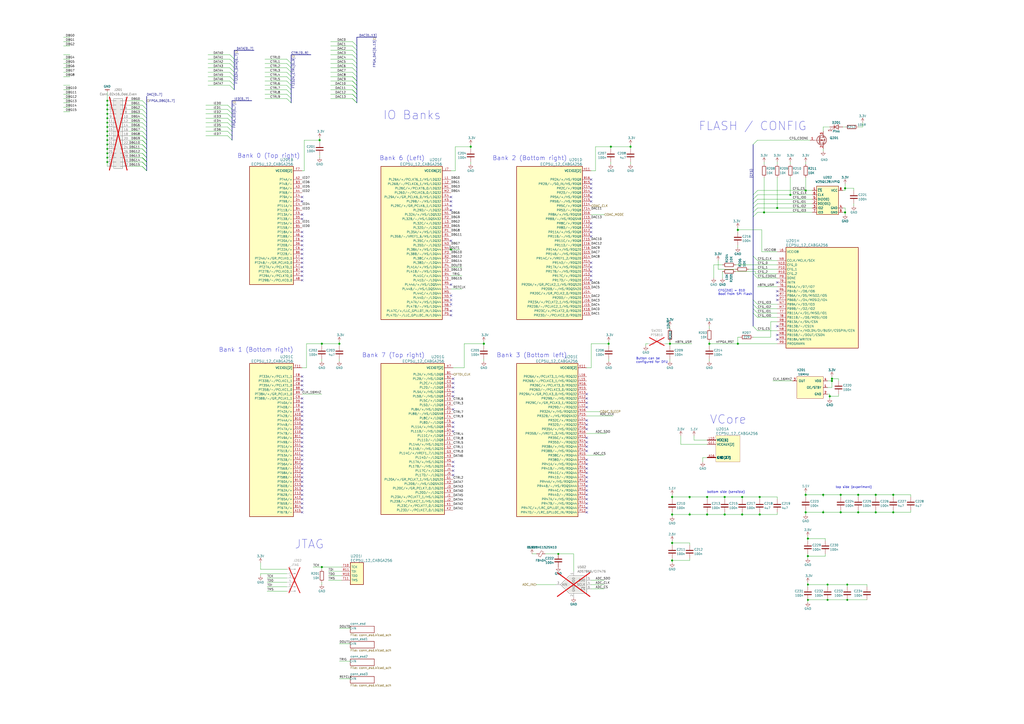
<source format=kicad_sch>
(kicad_sch (version 20250114) (generator "eeschema") (generator_version "9.0")
  (paper "A2")
  (lib_symbols
    (symbol "Analog_ADC:ADS7866" (pin_names (offset 0.762))
      (property "Reference" "U" (at 1.27 6.35 0))
      (property "Value" "ADS7866" (at 1.27 -6.35 0))
      (symbol "ADS7866_1_1"
        (pin input line (at -10.16 0 0) (length 2.54) (name "AIN") (number "3"))
        (pin power_in line (at 0 7.62 270) (length 2.54) (name "VDD") (number "1"))
        (pin power_in line (at 0 -7.62 90) (length 2.54) (name "GND") (number "2"))
        (pin tri_state line (at 10.16 2.54 180) (length 2.54) (name "SDO") (number "5"))
        (pin input line (at 10.16 0 180) (length 2.54) (name "SCLK") (number "4"))
        (pin input line (at 10.16 -2.54 180) (length 2.54) (name "~{CS}") (number "6"))
      )
    )
    (symbol "Connector:Conn_01x06_Male" (pin_names (offset 1.016) (hide yes))
      (property "Reference" "J" (at 0 7.62 0))
      (property "Value" "Conn_01x06_Male" (at 0 -10.16 0))
      (symbol "Conn_01x06_Male_1_1"
        (pin passive line (at 5.08 5.08 180) (length 3.81) (name "Pin_1") (number "1"))
        (pin passive line (at 5.08 2.54 180) (length 3.81) (name "Pin_2") (number "2"))
        (pin passive line (at 5.08 0 180) (length 3.81) (name "Pin_3") (number "3"))
        (pin passive line (at 5.08 -2.54 180) (length 3.81) (name "Pin_4") (number "4"))
        (pin passive line (at 5.08 -5.08 180) (length 3.81) (name "Pin_5") (number "5"))
        (pin passive line (at 5.08 -7.62 180) (length 3.81) (name "Pin_6") (number "6"))
      )
    )
    (symbol "Connector_Generic:Conn_02x16_Odd_Even" (pin_names (offset 1.016) (hide yes))
      (property "Reference" "J" (at 1.27 20.32 0))
      (property "Value" "Conn_02x16_Odd_Even" (at 1.27 -22.86 0))
      (symbol "Conn_02x16_Odd_Even_1_1"
        (pin passive line (at -5.08 17.78 0) (length 3.81) (name "Pin_1") (number "1"))
        (pin passive line (at -5.08 15.24 0) (length 3.81) (name "Pin_3") (number "3"))
        (pin passive line (at -5.08 12.7 0) (length 3.81) (name "Pin_5") (number "5"))
        (pin passive line (at -5.08 10.16 0) (length 3.81) (name "Pin_7") (number "7"))
        (pin passive line (at -5.08 7.62 0) (length 3.81) (name "Pin_9") (number "9"))
        (pin passive line (at -5.08 5.08 0) (length 3.81) (name "Pin_11") (number "11"))
        (pin passive line (at -5.08 2.54 0) (length 3.81) (name "Pin_13") (number "13"))
        (pin passive line (at -5.08 0 0) (length 3.81) (name "Pin_15") (number "15"))
        (pin passive line (at -5.08 -2.54 0) (length 3.81) (name "Pin_17") (number "17"))
        (pin passive line (at -5.08 -5.08 0) (length 3.81) (name "Pin_19") (number "19"))
        (pin passive line (at -5.08 -7.62 0) (length 3.81) (name "Pin_21") (number "21"))
        (pin passive line (at -5.08 -10.16 0) (length 3.81) (name "Pin_23") (number "23"))
        (pin passive line (at -5.08 -12.7 0) (length 3.81) (name "Pin_25") (number "25"))
        (pin passive line (at -5.08 -15.24 0) (length 3.81) (name "Pin_27") (number "27"))
        (pin passive line (at -5.08 -17.78 0) (length 3.81) (name "Pin_29") (number "29"))
        (pin passive line (at -5.08 -20.32 0) (length 3.81) (name "Pin_31") (number "31"))
        (pin passive line (at 7.62 17.78 180) (length 3.81) (name "Pin_2") (number "2"))
        (pin passive line (at 7.62 15.24 180) (length 3.81) (name "Pin_4") (number "4"))
        (pin passive line (at 7.62 12.7 180) (length 3.81) (name "Pin_6") (number "6"))
        (pin passive line (at 7.62 10.16 180) (length 3.81) (name "Pin_8") (number "8"))
        (pin passive line (at 7.62 7.62 180) (length 3.81) (name "Pin_10") (number "10"))
        (pin passive line (at 7.62 5.08 180) (length 3.81) (name "Pin_12") (number "12"))
        (pin passive line (at 7.62 2.54 180) (length 3.81) (name "Pin_14") (number "14"))
        (pin passive line (at 7.62 0 180) (length 3.81) (name "Pin_16") (number "16"))
        (pin passive line (at 7.62 -2.54 180) (length 3.81) (name "Pin_18") (number "18"))
        (pin passive line (at 7.62 -5.08 180) (length 3.81) (name "Pin_20") (number "20"))
        (pin passive line (at 7.62 -7.62 180) (length 3.81) (name "Pin_22") (number "22"))
        (pin passive line (at 7.62 -10.16 180) (length 3.81) (name "Pin_24") (number "24"))
        (pin passive line (at 7.62 -12.7 180) (length 3.81) (name "Pin_26") (number "26"))
        (pin passive line (at 7.62 -15.24 180) (length 3.81) (name "Pin_28") (number "28"))
        (pin passive line (at 7.62 -17.78 180) (length 3.81) (name "Pin_30") (number "30"))
        (pin passive line (at 7.62 -20.32 180) (length 3.81) (name "Pin_32") (number "32"))
      )
    )
    (symbol "Device:C" (pin_numbers (hide yes)) (pin_names (offset 0.254))
      (property "Reference" "C" (at 0.635 2.54 0))
      (property "Value" "C" (at 0.635 -2.54 0))
      (symbol "C_1_1"
        (pin passive line (at 0 3.81 270) (length 2.794) (name "~") (number "1"))
        (pin passive line (at 0 -3.81 90) (length 2.794) (name "~") (number "2"))
      )
    )
    (symbol "Device:LED" (pin_numbers (hide yes)) (pin_names (offset 1.016) (hide yes))
      (property "Reference" "D" (at 0 2.54 0))
      (property "Value" "LED" (at 0 -2.54 0))
      (symbol "LED_1_1"
        (pin passive line (at -3.81 0 0) (length 2.54) (name "K") (number "1"))
        (pin passive line (at 3.81 0 180) (length 2.54) (name "A") (number "2"))
      )
    )
    (symbol "Device:Q_NMOS_Depletion_GSD" (pin_names (offset 0) (hide yes))
      (property "Reference" "Q" (at 5.08 1.905 0))
      (property "Value" "Q_NMOS_Depletion_GSD" (at 5.08 0 0))
      (symbol "Q_NMOS_Depletion_GSD_1_1"
        (pin input line (at -5.08 0 0) (length 2.54) (name "G") (number "1"))
        (pin passive line (at 2.54 5.08 270) (length 2.54) (name "D") (number "3"))
        (pin passive line (at 2.54 -5.08 90) (length 2.54) (name "S") (number "2"))
      )
    )
    (symbol "Device:R" (pin_numbers (hide yes)) (pin_names (offset 0))
      (property "Reference" "R" (at 2.032 0 90))
      (property "Value" "R" (at 0 0 90))
      (symbol "R_1_1"
        (pin passive line (at 0 3.81 270) (length 1.27) (name "~") (number "1"))
        (pin passive line (at 0 -3.81 90) (length 1.27) (name "~") (number "2"))
      )
    )
    (symbol "Switch:SW_Push" (pin_numbers (hide yes)) (pin_names (offset 1.016) (hide yes))
      (property "Reference" "SW" (at 1.27 2.54 0))
      (property "Value" "SW_Push" (at 0 -1.524 0))
      (symbol "SW_Push_0_1"
        (pin passive line (at -5.08 0 0) (length 2.54) (name "1") (number "1"))
        (pin passive line (at 5.08 0 180) (length 2.54) (name "2") (number "2"))
      )
    )
    (symbol "UPduino_v3.0:Device_Ferrite_Bead_Small" (pin_numbers (hide yes)) (pin_names (offset 0))
      (property "Reference" "FB" (at 1.905 1.27 0))
      (property "Value" "Device_Ferrite_Bead_Small" (at 1.905 -1.27 0))
      (symbol "Device_Ferrite_Bead_Small_1_1"
        (pin passive line (at 0 2.54 270) (length 1.27) (name "~") (number "1"))
        (pin passive line (at 0 -2.54 90) (length 1.27) (name "~") (number "2"))
      )
    )
    (symbol "josh-ic:ECP5U_12_CABGA256"
      (property "Reference" "U" (at -15.24 45.72 0))
      (property "Value" "ECP5U_12_CABGA256" (at 7.62 43.18 0))
      (symbol "ECP5U_12_CABGA256_1_1"
        (pin power_in line (at -12.7 5.08 0) (length 5.08) (name "VCC[6]") (number "G6"))
        (pin power_in line (at -12.7 5.08 0) (length 5.08) (name "VCC[6]") (number "G7"))
        (pin power_in line (at -12.7 5.08 0) (length 5.08) (name "VCC[6]") (number "G9"))
        (pin power_in line (at -12.7 5.08 0) (length 5.08) (name "VCC[6]") (number "L10"))
        (pin power_in line (at -12.7 5.08 0) (length 5.08) (name "VCC[6]") (number "L8"))
        (pin power_in line (at -12.7 5.08 0) (length 5.08) (name "VCC[6]") (number "L9"))
        (pin power_in line (at -12.7 2.54 0) (length 5.08) (name "VCCAUX[2]") (number "G11"))
        (pin power_in line (at -12.7 2.54 0) (length 5.08) (name "VCCAUX[2]") (number "L7"))
        (pin power_in line (at -12.7 -5.08 0) (length 5.08) (name "GND[27]") (number "A1"))
        (pin power_in line (at -12.7 -5.08 0) (length 5.08) (name "GND[27]") (number "A16"))
        (pin power_in line (at -12.7 -5.08 0) (length 5.08) (name "GND[27]") (number "D15"))
        (pin power_in line (at -12.7 -5.08 0) (length 5.08) (name "GND[27]") (number "D2"))
        (pin power_in line (at -12.7 -5.08 0) (length 5.08) (name "GND[27]") (number "F8"))
        (pin power_in line (at -12.7 -5.08 0) (length 5.08) (name "GND[27]") (number "F9"))
        (pin power_in line (at -12.7 -5.08 0) (length 5.08) (name "GND[27]") (number "G10"))
        (pin power_in line (at -12.7 -5.08 0) (length 5.08) (name "GND[27]") (number "G8"))
        (pin power_in line (at -12.7 -5.08 0) (length 5.08) (name "GND[27]") (number "H1"))
        (pin power_in line (at -12.7 -5.08 0) (length 5.08) (name "GND[27]") (number "H10"))
        (pin power_in line (at -12.7 -5.08 0) (length 5.08) (name "GND[27]") (number "H16"))
        (pin power_in line (at -12.7 -5.08 0) (length 5.08) (name "GND[27]") (number "H8"))
        (pin power_in line (at -12.7 -5.08 0) (length 5.08) (name "GND[27]") (number "H9"))
        (pin power_in line (at -12.7 -5.08 0) (length 5.08) (name "GND[27]") (number "J10"))
        (pin power_in line (at -12.7 -5.08 0) (length 5.08) (name "GND[27]") (number "J8"))
        (pin power_in line (at -12.7 -5.08 0) (length 5.08) (name "GND[27]") (number "J9"))
        (pin power_in line (at -12.7 -5.08 0) (length 5.08) (name "GND[27]") (number "K10"))
        (pin power_in line (at -12.7 -5.08 0) (length 5.08) (name "GND[27]") (number "K6"))
        (pin power_in line (at -12.7 -5.08 0) (length 5.08) (name "GND[27]") (number "K7"))
        (pin power_in line (at -12.7 -5.08 0) (length 5.08) (name "GND[27]") (number "K8"))
        (pin power_in line (at -12.7 -5.08 0) (length 5.08) (name "GND[27]") (number "K9"))
        (pin power_in line (at -12.7 -5.08 0) (length 5.08) (name "GND[27]") (number "N15"))
        (pin power_in line (at -12.7 -5.08 0) (length 5.08) (name "GND[27]") (number "N2"))
        (pin power_in line (at -12.7 -5.08 0) (length 5.08) (name "GND[27]") (number "T1"))
        (pin power_in line (at -12.7 -5.08 0) (length 5.08) (name "GND[27]") (number "T12"))
        (pin power_in line (at -12.7 -5.08 0) (length 5.08) (name "GND[27]") (number "T16"))
        (pin power_in line (at -12.7 -5.08 0) (length 5.08) (name "GND[27]") (number "T5"))
      )
      (symbol "ECP5U_12_CABGA256_2_1"
        (pin power_in line (at -21.59 38.1 0) (length 5.08) (name "VCCIO0[2]") (number "F6"))
        (pin power_in line (at -21.59 38.1 0) (length 5.08) (name "VCCIO0[2]") (number "F7"))
        (pin bidirectional line (at -21.59 33.02 0) (length 5.08) (name "PT4A/+") (number "A2"))
        (pin bidirectional line (at -21.59 30.48 0) (length 5.08) (name "PT4B/-") (number "B3"))
        (pin bidirectional line (at -21.59 27.94 0) (length 5.08) (name "PT6A/+") (number "A3"))
        (pin bidirectional line (at -21.59 25.4 0) (length 5.08) (name "PT6B/-") (number "A4"))
        (pin bidirectional line (at -21.59 22.86 0) (length 5.08) (name "PT9A/+") (number "E4"))
        (pin bidirectional line (at -21.59 20.32 0) (length 5.08) (name "PT9B/-") (number "D4"))
        (pin bidirectional line (at -21.59 17.78 0) (length 5.08) (name "PT11A/+") (number "C4"))
        (pin bidirectional line (at -21.59 15.24 0) (length 5.08) (name "PT11B/-") (number "B4"))
        (pin bidirectional line (at -21.59 12.7 0) (length 5.08) (name "PT13A/+") (number "E5"))
        (pin bidirectional line (at -21.59 10.16 0) (length 5.08) (name "PT13B/-") (number "D5"))
        (pin bidirectional line (at -21.59 7.62 0) (length 5.08) (name "PT15A/+") (number "C5"))
        (pin bidirectional line (at -21.59 5.08 0) (length 5.08) (name "PT15B/-") (number "B5"))
        (pin bidirectional line (at -21.59 2.54 0) (length 5.08) (name "PT18A/+") (number "A5"))
        (pin bidirectional line (at -21.59 0 0) (length 5.08) (name "PT18B/-") (number "A6"))
        (pin bidirectional line (at -21.59 -2.54 0) (length 5.08) (name "PT20A/+") (number "E6"))
        (pin bidirectional line (at -21.59 -5.08 0) (length 5.08) (name "PT20B/-") (number "D6"))
        (pin bidirectional line (at -21.59 -7.62 0) (length 5.08) (name "PT22A/+") (number "C6"))
        (pin bidirectional line (at -21.59 -10.16 0) (length 5.08) (name "PT22B/-") (number "B6"))
        (pin bidirectional line (at -21.59 -12.7 0) (length 5.08) (name "PT24A/+/GR_PCLK0_1") (number "E7"))
        (pin bidirectional line (at -21.59 -15.24 0) (length 5.08) (name "PT24B/-/GR_PCLK0_0") (number "D7"))
        (pin bidirectional line (at -21.59 -17.78 0) (length 5.08) (name "PT27A/+/PCLKT0_1") (number "C7"))
        (pin bidirectional line (at -21.59 -20.32 0) (length 5.08) (name "PT27B/-/PCLKC0_1") (number "B7"))
        (pin bidirectional line (at -21.59 -22.86 0) (length 5.08) (name "PT29A/+/PCLKT0_0") (number "A7"))
        (pin bidirectional line (at -21.59 -25.4 0) (length 5.08) (name "PT29B/-/PCLKC0_0") (number "A8"))
      )
      (symbol "ECP5U_12_CABGA256_3_1"
        (pin power_in line (at -21.59 38.1 0) (length 5.08) (name "VCCIO1[2]") (number "F10"))
        (pin power_in line (at -21.59 38.1 0) (length 5.08) (name "VCCIO1[2]") (number "F11"))
        (pin bidirectional line (at -21.59 33.02 0) (length 5.08) (name "PT33A/+/PCLKT1_1") (number "E8"))
        (pin bidirectional line (at -21.59 30.48 0) (length 5.08) (name "PT33B/-/PCLKC1_1") (number "D8"))
        (pin bidirectional line (at -21.59 27.94 0) (length 5.08) (name "PT35A/+/PCLKT1_0") (number "C8"))
        (pin bidirectional line (at -21.59 25.4 0) (length 5.08) (name "PT35B/-/PCLKC1_0") (number "B8"))
        (pin bidirectional line (at -21.59 22.86 0) (length 5.08) (name "PT38A/+/GR_PCLK1_0") (number "B9"))
        (pin bidirectional line (at -21.59 20.32 0) (length 5.08) (name "PT38B/-/GR_PCLK1_1") (number "C9"))
        (pin bidirectional line (at -21.59 17.78 0) (length 5.08) (name "PT40A/+") (number "D9"))
        (pin bidirectional line (at -21.59 15.24 0) (length 5.08) (name "PT40B/-") (number "E9"))
        (pin bidirectional line (at -21.59 12.7 0) (length 5.08) (name "PT42A/+") (number "A9"))
        (pin bidirectional line (at -21.59 10.16 0) (length 5.08) (name "PT42B/-") (number "A10"))
        (pin bidirectional line (at -21.59 7.62 0) (length 5.08) (name "PT44A/+") (number "B10"))
        (pin bidirectional line (at -21.59 5.08 0) (length 5.08) (name "PT44B/-") (number "C10"))
        (pin bidirectional line (at -21.59 2.54 0) (length 5.08) (name "PT47A/+") (number "D10"))
        (pin bidirectional line (at -21.59 0 0) (length 5.08) (name "PT47B/-") (number "E10"))
        (pin bidirectional line (at -21.59 -2.54 0) (length 5.08) (name "PT49A/+") (number "B11"))
        (pin bidirectional line (at -21.59 -5.08 0) (length 5.08) (name "PT49B/-") (number "C11"))
        (pin bidirectional line (at -21.59 -7.62 0) (length 5.08) (name "PT51A/+") (number "D11"))
        (pin bidirectional line (at -21.59 -10.16 0) (length 5.08) (name "PT51B/-") (number "E11"))
        (pin bidirectional line (at -21.59 -12.7 0) (length 5.08) (name "PT53A/+") (number "A11"))
        (pin bidirectional line (at -21.59 -15.24 0) (length 5.08) (name "PT53B/-") (number "A12"))
        (pin bidirectional line (at -21.59 -17.78 0) (length 5.08) (name "PT56A/+") (number "B12"))
        (pin bidirectional line (at -21.59 -20.32 0) (length 5.08) (name "PT56B/-") (number "C12"))
        (pin bidirectional line (at -21.59 -22.86 0) (length 5.08) (name "PT58A/+") (number "D12"))
        (pin bidirectional line (at -21.59 -25.4 0) (length 5.08) (name "PT58B/-") (number "E12"))
        (pin bidirectional line (at -21.59 -27.94 0) (length 5.08) (name "PT60A/+") (number "B13"))
        (pin bidirectional line (at -21.59 -30.48 0) (length 5.08) (name "PT60B/-") (number "C13"))
        (pin bidirectional line (at -21.59 -33.02 0) (length 5.08) (name "PT62A/+") (number "D13"))
        (pin bidirectional line (at -21.59 -35.56 0) (length 5.08) (name "PT62B/-") (number "E13"))
        (pin bidirectional line (at -21.59 -38.1 0) (length 5.08) (name "PT65A/+") (number "A13"))
        (pin bidirectional line (at -21.59 -40.64 0) (length 5.08) (name "PT65B/-") (number "A14"))
        (pin bidirectional line (at -21.59 -43.18 0) (length 5.08) (name "PT67A/+") (number "B14"))
        (pin bidirectional line (at -21.59 -45.72 0) (length 5.08) (name "PT67B/-") (number "A15"))
      )
      (symbol "ECP5U_12_CABGA256_4_1"
        (pin power_in line (at -21.59 38.1 0) (length 5.08) (name "VCCIO2[2]") (number "H11"))
        (pin power_in line (at -21.59 38.1 0) (length 5.08) (name "VCCIO2[2]") (number "J11"))
        (pin bidirectional line (at -21.59 33.02 0) (length 5.08) (name "PR2A/+/HS/RDQ8") (number "B16"))
        (pin bidirectional line (at -21.59 30.48 0) (length 5.08) (name "PR2B/-/S0_IN/HS/RDQ8") (number "B15"))
        (pin bidirectional line (at -21.59 27.94 0) (length 5.08) (name "PR2C/+/RDQ8") (number "C14"))
        (pin bidirectional line (at -21.59 25.4 0) (length 5.08) (name "PR2D/-/RDQ8") (number "D14"))
        (pin bidirectional line (at -21.59 22.86 0) (length 5.08) (name "PR5A/+/HS/RDQ8") (number "C16"))
        (pin bidirectional line (at -21.59 20.32 0) (length 5.08) (name "PR5B/-/HS/RDQ8") (number "C15"))
        (pin bidirectional line (at -21.59 17.78 0) (length 5.08) (name "PR5C/+/RDQ8") (number "E14"))
        (pin bidirectional line (at -21.59 15.24 0) (length 5.08) (name "PR5D/-/RDQ8") (number "F14"))
        (pin bidirectional line (at -21.59 12.7 0) (length 5.08) (name "PR8A/+/HS/RDQS8") (number "D16"))
        (pin bidirectional line (at -21.59 10.16 0) (length 5.08) (name "PR8B/-/HS/RDQSN8") (number "E15"))
        (pin bidirectional line (at -21.59 7.62 0) (length 5.08) (name "PR8C/+/RDQ8") (number "F13"))
        (pin bidirectional line (at -21.59 5.08 0) (length 5.08) (name "PR8D/-/RDQ8") (number "F12"))
        (pin bidirectional line (at -21.59 2.54 0) (length 5.08) (name "PR11A/+/HS/RDQ8") (number "G12"))
        (pin bidirectional line (at -21.59 0 0) (length 5.08) (name "PR11B/-/HS/RDQ8") (number "G13"))
        (pin bidirectional line (at -21.59 -2.54 0) (length 5.08) (name "PR11C/+/RDQ8") (number "F15"))
        (pin bidirectional line (at -21.59 -5.08 0) (length 5.08) (name "PR11D/-/RDQ8") (number "E16"))
        (pin bidirectional line (at -21.59 -7.62 0) (length 5.08) (name "PR14A/+/HS/RDQ20") (number "F16"))
        (pin bidirectional line (at -21.59 -10.16 0) (length 5.08) (name "PR14B/-/HS/RDQ20") (number "G15"))
        (pin bidirectional line (at -21.59 -12.7 0) (length 5.08) (name "PR14C/+/VREF1_2/RDQ20") (number "G14"))
        (pin bidirectional line (at -21.59 -15.24 0) (length 5.08) (name "PR14D/-/RDQ20") (number "H14"))
        (pin bidirectional line (at -21.59 -17.78 0) (length 5.08) (name "PR17A/+/HS/RDQ20") (number "H12"))
        (pin bidirectional line (at -21.59 -20.32 0) (length 5.08) (name "PR17B/-/HS/RDQ20") (number "H13"))
        (pin bidirectional line (at -21.59 -22.86 0) (length 5.08) (name "PR17C/+/RDQ20") (number "J13"))
        (pin bidirectional line (at -21.59 -25.4 0) (length 5.08) (name "PR17D/-/RDQ20") (number "J12"))
        (pin bidirectional line (at -21.59 -27.94 0) (length 5.08) (name "PR20A/+/GR_PCLK2_1/HS/RDQS20") (number "G16"))
        (pin bidirectional line (at -21.59 -30.48 0) (length 5.08) (name "PR20B/-/HS/RDQSN20") (number "H15"))
        (pin bidirectional line (at -21.59 -33.02 0) (length 5.08) (name "PR20C/+/GR_PCLK2_0/RDQ20") (number "J14"))
        (pin bidirectional line (at -21.59 -35.56 0) (length 5.08) (name "PR20D/-/RDQ20") (number "K14"))
        (pin bidirectional line (at -21.59 -38.1 0) (length 5.08) (name "PR23A/+/PCLKT2_1/HS/RDQ20") (number "J16"))
        (pin bidirectional line (at -21.59 -40.64 0) (length 5.08) (name "PR23B/-/PCLKC2_1/HS/RDQ20") (number "J15"))
        (pin bidirectional line (at -21.59 -43.18 0) (length 5.08) (name "PR23C/+/PCLKT2_0/RDQ20") (number "K16"))
        (pin bidirectional line (at -21.59 -45.72 0) (length 5.08) (name "PR23D/-/PCLKC2_0/RDQ20") (number "K15"))
      )
      (symbol "ECP5U_12_CABGA256_5_1"
        (pin power_in line (at -21.59 38.1 0) (length 5.08) (name "VCCIO3[2]") (number "K11"))
        (pin power_in line (at -21.59 38.1 0) (length 5.08) (name "VCCIO3[2]") (number "L11"))
        (pin bidirectional line (at -21.59 33.02 0) (length 5.08) (name "PR26A/+/PCLKT3_1/HS/RDQ32") (number "L16"))
        (pin bidirectional line (at -21.59 30.48 0) (length 5.08) (name "PR26B/-/PCLKC3_1/HS/RDQ32") (number "L15"))
        (pin bidirectional line (at -21.59 27.94 0) (length 5.08) (name "PR26C/+/PCLKT3_0/RDQ32") (number "M16"))
        (pin bidirectional line (at -21.59 25.4 0) (length 5.08) (name "PR26D/-/PCLKC3_0/RDQ32") (number "M15"))
        (pin bidirectional line (at -21.59 22.86 0) (length 5.08) (name "PR29A/+/GR_PCLK3_0/HS/RDQ32") (number "K13"))
        (pin bidirectional line (at -21.59 20.32 0) (length 5.08) (name "PR29B/-/HS/RDQ32") (number "K12"))
        (pin bidirectional line (at -21.59 17.78 0) (length 5.08) (name "PR29C/+/GR_PCLK3_1/RDQ32") (number "L13"))
        (pin bidirectional line (at -21.59 15.24 0) (length 5.08) (name "PR29D/-/RDQ32") (number "L12"))
        (pin bidirectional line (at -21.59 12.7 0) (length 5.08) (name "PR32A/+/HS/RDQS32") (number "N16"))
        (pin bidirectional line (at -21.59 10.16 0) (length 5.08) (name "PR32B/-/HS/RDQSN32") (number "P15"))
        (pin bidirectional line (at -21.59 7.62 0) (length 5.08) (name "PR32C/+/RDQ32") (number "L14"))
        (pin bidirectional line (at -21.59 5.08 0) (length 5.08) (name "PR32D/-/RDQ32") (number "M14"))
        (pin bidirectional line (at -21.59 2.54 0) (length 5.08) (name "PR35A/+/HS/RDQ32") (number "P16"))
        (pin bidirectional line (at -21.59 0 0) (length 5.08) (name "PR35B/-/VREF1_3/HS/RDQ32") (number "R16"))
        (pin bidirectional line (at -21.59 -2.54 0) (length 5.08) (name "PR35C/+/RDQ32") (number "M13"))
        (pin bidirectional line (at -21.59 -5.08 0) (length 5.08) (name "PR35D/-/RDQ32") (number "N14"))
        (pin bidirectional line (at -21.59 -7.62 0) (length 5.08) (name "PR38A/+/HS/RDQ44") (number "N13"))
        (pin bidirectional line (at -21.59 -10.16 0) (length 5.08) (name "PR38B/-/HS/RDQ44") (number "P14"))
        (pin bidirectional line (at -21.59 -12.7 0) (length 5.08) (name "PR38C/+/RDQ44") (number "R15"))
        (pin bidirectional line (at -21.59 -15.24 0) (length 5.08) (name "PR38D/-/RDQ44") (number "T15"))
        (pin bidirectional line (at -21.59 -17.78 0) (length 5.08) (name "PR41A/+/HS/RDQ44") (number "P13"))
        (pin bidirectional line (at -21.59 -20.32 0) (length 5.08) (name "PR41B/-/HS/RDQ44") (number "R14"))
        (pin bidirectional line (at -21.59 -22.86 0) (length 5.08) (name "PR41C/+/RDQ44") (number "R13"))
        (pin bidirectional line (at -21.59 -25.4 0) (length 5.08) (name "PR41D/-/RDQ44") (number "T14"))
        (pin bidirectional line (at -21.59 -27.94 0) (length 5.08) (name "PR44A/+/HS/RDQS44") (number "R12"))
        (pin bidirectional line (at -21.59 -30.48 0) (length 5.08) (name "PR44B/-/HS/RDQSN44") (number "T13"))
        (pin bidirectional line (at -21.59 -33.02 0) (length 5.08) (name "PR44C/+/RDQ44") (number "M12"))
        (pin bidirectional line (at -21.59 -35.56 0) (length 5.08) (name "PR44D/-/RDQ44") (number "N12"))
        (pin bidirectional line (at -21.59 -38.1 0) (length 5.08) (name "PR47A/+/HS/RDQ44") (number "M11"))
        (pin bidirectional line (at -21.59 -40.64 0) (length 5.08) (name "PR47B/-/HS/RDQ44") (number "N11"))
        (pin bidirectional line (at -21.59 -43.18 0) (length 5.08) (name "PR47C/+/LRC_GPLL0T_IN/RDQ44") (number "P11"))
        (pin bidirectional line (at -21.59 -45.72 0) (length 5.08) (name "PR47D/-/LRC_GPLL0C_IN/RDQ44") (number "P12"))
      )
      (symbol "ECP5U_12_CABGA256_6_1"
        (pin power_in line (at -21.59 38.1 0) (length 5.08) (name "VCCIO6[2]") (number "J6"))
        (pin power_in line (at -21.59 38.1 0) (length 5.08) (name "VCCIO6[2]") (number "J7"))
        (pin bidirectional line (at -21.59 33.02 0) (length 5.08) (name "PL26A/+/PCLKT6_1/HS/LDQ32") (number "L1"))
        (pin bidirectional line (at -21.59 30.48 0) (length 5.08) (name "PL26B/-/PCLKC6_1/HS/LDQ32") (number "L2"))
        (pin bidirectional line (at -21.59 27.94 0) (length 5.08) (name "PL26C/+/PCLKT6_0/LDQ32") (number "M1"))
        (pin bidirectional line (at -21.59 25.4 0) (length 5.08) (name "PL26D/-/PCLKC6_0/LDQ32") (number "M2"))
        (pin bidirectional line (at -21.59 22.86 0) (length 5.08) (name "PL29A/+/GR_PCLK6_0/HS/LDQ32") (number "K4"))
        (pin bidirectional line (at -21.59 20.32 0) (length 5.08) (name "PL29B/-/HS/LDQ32") (number "K5"))
        (pin bidirectional line (at -21.59 17.78 0) (length 5.08) (name "PL29C/+/GR_PCLK6_1/LDQ32") (number "L4"))
        (pin bidirectional line (at -21.59 15.24 0) (length 5.08) (name "PL29D/-/LDQ32") (number "L5"))
        (pin bidirectional line (at -21.59 12.7 0) (length 5.08) (name "PL32A/+/HS/LDQS32") (number "N1"))
        (pin bidirectional line (at -21.59 10.16 0) (length 5.08) (name "PL32B/-/HS/LDQSN32") (number "P2"))
        (pin bidirectional line (at -21.59 7.62 0) (length 5.08) (name "PL32C/+/LDQ32") (number "L3"))
        (pin bidirectional line (at -21.59 5.08 0) (length 5.08) (name "PL32D/-/LDQ32") (number "M3"))
        (pin bidirectional line (at -21.59 2.54 0) (length 5.08) (name "PL35A/+/HS/LDQ32") (number "P1"))
        (pin bidirectional line (at -21.59 0 0) (length 5.08) (name "PL35B/-/VREF1_6/HS/LDQ32") (number "R1"))
        (pin bidirectional line (at -21.59 -2.54 0) (length 5.08) (name "PL35C/+/LDQ32") (number "M4"))
        (pin bidirectional line (at -21.59 -5.08 0) (length 5.08) (name "PL35D/-/LDQ32") (number "N3"))
        (pin bidirectional line (at -21.59 -7.62 0) (length 5.08) (name "PL38A/+/HS/LDQ44") (number "N4"))
        (pin bidirectional line (at -21.59 -10.16 0) (length 5.08) (name "PL38B/-/HS/LDQ44") (number "P3"))
        (pin bidirectional line (at -21.59 -12.7 0) (length 5.08) (name "PL38C/+/LDQ44") (number "R2"))
        (pin bidirectional line (at -21.59 -15.24 0) (length 5.08) (name "PL38D/-/LDQ44") (number "T2"))
        (pin bidirectional line (at -21.59 -17.78 0) (length 5.08) (name "PL41A/+/HS/LDQ44") (number "P4"))
        (pin bidirectional line (at -21.59 -20.32 0) (length 5.08) (name "PL41B/-/HS/LDQ44") (number "R3"))
        (pin bidirectional line (at -21.59 -22.86 0) (length 5.08) (name "PL41C/+/LDQ44") (number "R4"))
        (pin bidirectional line (at -21.59 -25.4 0) (length 5.08) (name "PL41D/-/LDQ44") (number "T3"))
        (pin bidirectional line (at -21.59 -27.94 0) (length 5.08) (name "PL44A/+/HS/LDQS44") (number "R5"))
        (pin bidirectional line (at -21.59 -30.48 0) (length 5.08) (name "PL44B/-/HS/LDQSN44") (number "T4"))
        (pin bidirectional line (at -21.59 -33.02 0) (length 5.08) (name "PL44C/+/LDQ44") (number "M5"))
        (pin bidirectional line (at -21.59 -35.56 0) (length 5.08) (name "PL44D/-/LDQ44") (number "N5"))
        (pin bidirectional line (at -21.59 -38.1 0) (length 5.08) (name "PL47A/+/HS/LDQ44") (number "M6"))
        (pin bidirectional line (at -21.59 -40.64 0) (length 5.08) (name "PL47B/-/HS/LDQ44") (number "N6"))
        (pin bidirectional line (at -21.59 -43.18 0) (length 5.08) (name "PL47C/+/LLC_GPLL0T_IN/LDQ44") (number "P6"))
        (pin bidirectional line (at -21.59 -45.72 0) (length 5.08) (name "PL47D/-/LLC_GPLL0C_IN/LDQ44") (number "P5"))
      )
      (symbol "ECP5U_12_CABGA256_7_1"
        (pin power_in line (at -21.59 38.1 0) (length 5.08) (name "VCCIO7[2]") (number "H6"))
        (pin power_in line (at -21.59 38.1 0) (length 5.08) (name "VCCIO7[2]") (number "H7"))
        (pin bidirectional line (at -21.59 34.29 0) (length 5.08) (name "PL2A/+/HS/LDQ8") (number "B1"))
        (pin bidirectional line (at -21.59 31.75 0) (length 5.08) (name "PL2B/-/HS/LDQ8") (number "B2"))
        (pin bidirectional line (at -21.59 29.21 0) (length 5.08) (name "PL2C/+/LDQ8") (number "C3"))
        (pin bidirectional line (at -21.59 26.67 0) (length 5.08) (name "PL2D/-/LDQ8") (number "D3"))
        (pin bidirectional line (at -21.59 24.13 0) (length 5.08) (name "PL5A/+/HS/LDQ8") (number "C1"))
        (pin bidirectional line (at -21.59 21.59 0) (length 5.08) (name "PL5B/-/HS/LDQ8") (number "C2"))
        (pin bidirectional line (at -21.59 19.05 0) (length 5.08) (name "PL5C/+/LDQ8") (number "E3"))
        (pin bidirectional line (at -21.59 16.51 0) (length 5.08) (name "PL5D/-/LDQ8") (number "F3"))
        (pin bidirectional line (at -21.59 13.97 0) (length 5.08) (name "PL8A/+/HS/LDQS8") (number "D1"))
        (pin bidirectional line (at -21.59 11.43 0) (length 5.08) (name "PL8B/-/HS/LDQSN8") (number "E2"))
        (pin bidirectional line (at -21.59 8.89 0) (length 5.08) (name "PL8C/+/LDQ8") (number "F4"))
        (pin bidirectional line (at -21.59 6.35 0) (length 5.08) (name "PL8D/-/LDQ8") (number "F5"))
        (pin bidirectional line (at -21.59 3.81 0) (length 5.08) (name "PL11A/+/HS/LDQ8") (number "G5"))
        (pin bidirectional line (at -21.59 1.27 0) (length 5.08) (name "PL11B/-/HS/LDQ8") (number "G4"))
        (pin bidirectional line (at -21.59 -1.27 0) (length 5.08) (name "PL11C/+/LDQ8") (number "F2"))
        (pin bidirectional line (at -21.59 -3.81 0) (length 5.08) (name "PL11D/-/LDQ8") (number "E1"))
        (pin bidirectional line (at -21.59 -6.35 0) (length 5.08) (name "PL14A/+/HS/LDQ20") (number "F1"))
        (pin bidirectional line (at -21.59 -8.89 0) (length 5.08) (name "PL14B/-/HS/LDQ20") (number "G2"))
        (pin bidirectional line (at -21.59 -11.43 0) (length 5.08) (name "PL14C/+/VREF1_7/LDQ20") (number "G3"))
        (pin bidirectional line (at -21.59 -13.97 0) (length 5.08) (name "PL14D/-/LDQ20") (number "H3"))
        (pin bidirectional line (at -21.59 -16.51 0) (length 5.08) (name "PL17A/+/HS/LDQ20") (number "H5"))
        (pin bidirectional line (at -21.59 -19.05 0) (length 5.08) (name "PL17B/-/HS/LDQ20") (number "H4"))
        (pin bidirectional line (at -21.59 -21.59 0) (length 5.08) (name "PL17C/+/LDQ20") (number "J4"))
        (pin bidirectional line (at -21.59 -24.13 0) (length 5.08) (name "PL17D/-/LDQ20") (number "J5"))
        (pin bidirectional line (at -21.59 -26.67 0) (length 5.08) (name "PL20A/+/GR_PCLK7_1/HS/LDQS20") (number "G1"))
        (pin bidirectional line (at -21.59 -29.21 0) (length 5.08) (name "PL20B/-/HS/LDQSN20") (number "H2"))
        (pin bidirectional line (at -21.59 -31.75 0) (length 5.08) (name "PL20C/+/GR_PCLK7_0/LDQ20") (number "J3"))
        (pin bidirectional line (at -21.59 -34.29 0) (length 5.08) (name "PL20D/-/LDQ20") (number "K3"))
        (pin bidirectional line (at -21.59 -36.83 0) (length 5.08) (name "PL23A/+/PCLKT7_1/HS/LDQ20") (number "J1"))
        (pin bidirectional line (at -21.59 -39.37 0) (length 5.08) (name "PL23B/-/PCLKC7_1/HS/LDQ20") (number "J2"))
        (pin bidirectional line (at -21.59 -41.91 0) (length 5.08) (name "PL23C/+/PCLKT7_0/LDQ20") (number "K1"))
        (pin bidirectional line (at -21.59 -44.45 0) (length 5.08) (name "PL23D/-/PCLKC7_0/LDQ20") (number "K2"))
      )
      (symbol "ECP5U_12_CABGA256_8_1"
        (pin power_in line (at -21.59 38.1 0) (length 5.08) (name "VCCIO8") (number "L6"))
        (pin bidirectional line (at -21.59 33.02 0) (length 5.08) (name "CCLK/MCLK/SCK") (number "N9"))
        (pin bidirectional line (at -21.59 30.48 0) (length 5.08) (name "CFG_0") (number "N10"))
        (pin bidirectional line (at -21.59 27.94 0) (length 5.08) (name "CFG_1") (number "P10"))
        (pin bidirectional line (at -21.59 25.4 0) (length 5.08) (name "CFG_2") (number "R10"))
        (pin bidirectional line (at -21.59 22.86 0) (length 5.08) (name "DONE") (number "P9"))
        (pin bidirectional line (at -21.59 20.32 0) (length 5.08) (name "INITN") (number "T9"))
        (pin bidirectional line (at -21.59 17.78 0) (length 5.08) (name "PB4A/+/D7/IO7") (number "T6"))
        (pin bidirectional line (at -21.59 15.24 0) (length 5.08) (name "PB4B/-/D6/IO6") (number "R6"))
        (pin bidirectional line (at -21.59 12.7 0) (length 5.08) (name "PB6A/+/D5/MISO2/IO5") (number "R7"))
        (pin bidirectional line (at -21.59 10.16 0) (length 5.08) (name "PB6B/-/D4/MOSI2/IO4") (number "P7"))
        (pin bidirectional line (at -21.59 7.62 0) (length 5.08) (name "PB9A/+/D3/IO3") (number "N7"))
        (pin bidirectional line (at -21.59 5.08 0) (length 5.08) (name "PB9B/-/D2/IO2") (number "M7"))
        (pin bidirectional line (at -21.59 2.54 0) (length 5.08) (name "PB11A/+/D1/MISO/IO1") (number "T7"))
        (pin bidirectional line (at -21.59 0 0) (length 5.08) (name "PB11B/-/D0/MOSI/IO0") (number "T8"))
        (pin bidirectional line (at -21.59 -2.54 0) (length 5.08) (name "PB13A/+/SN/CSN") (number "R8"))
        (pin bidirectional line (at -21.59 -5.08 0) (length 5.08) (name "PB13B/-/CS1N") (number "P8"))
        (pin bidirectional line (at -21.59 -7.62 0) (length 5.08) (name "PB15A/+/HOLDN/DI/BUSY/CSSPIN/CEN") (number "N8"))
        (pin bidirectional line (at -21.59 -10.16 0) (length 5.08) (name "PB15B/-/DOUT/CSON") (number "M8"))
        (pin bidirectional line (at -21.59 -12.7 0) (length 5.08) (name "PB18A/WRITEN") (number "M9"))
        (pin bidirectional line (at -21.59 -15.24 0) (length 5.08) (name "PROGRAMN") (number "R9"))
      )
      (symbol "ECP5U_12_CABGA256_9_1"
        (pin bidirectional line (at -7.62 3.81 0) (length 5.08) (name "TCK") (number "T10"))
        (pin bidirectional line (at -7.62 1.27 0) (length 5.08) (name "TDI") (number "R11"))
        (pin bidirectional line (at -7.62 -1.27 0) (length 5.08) (name "TDO") (number "M10"))
        (pin bidirectional line (at -7.62 -3.81 0) (length 5.08) (name "TMS") (number "T11"))
      )
    )
    (symbol "josh-ic:ECP5U_12_CABGA256_1"
      (property "Reference" "U" (at -15.24 45.72 0))
      (property "Value" "ECP5U_12_CABGA256" (at 7.62 43.18 0))
      (symbol "ECP5U_12_CABGA256_1_1_1"
        (pin power_in line (at -12.7 5.08 0) (length 5.08) (name "VCC[6]") (number "G6"))
        (pin power_in line (at -12.7 5.08 0) (length 5.08) (name "VCC[6]") (number "G7"))
        (pin power_in line (at -12.7 5.08 0) (length 5.08) (name "VCC[6]") (number "G9"))
        (pin power_in line (at -12.7 5.08 0) (length 5.08) (name "VCC[6]") (number "L10"))
        (pin power_in line (at -12.7 5.08 0) (length 5.08) (name "VCC[6]") (number "L8"))
        (pin power_in line (at -12.7 5.08 0) (length 5.08) (name "VCC[6]") (number "L9"))
        (pin power_in line (at -12.7 2.54 0) (length 5.08) (name "VCCAUX[2]") (number "G11"))
        (pin power_in line (at -12.7 2.54 0) (length 5.08) (name "VCCAUX[2]") (number "L7"))
        (pin power_in line (at -12.7 -5.08 0) (length 5.08) (name "GND[27]") (number "A1"))
        (pin power_in line (at -12.7 -5.08 0) (length 5.08) (name "GND[27]") (number "A16"))
        (pin power_in line (at -12.7 -5.08 0) (length 5.08) (name "GND[27]") (number "D15"))
        (pin power_in line (at -12.7 -5.08 0) (length 5.08) (name "GND[27]") (number "D2"))
        (pin power_in line (at -12.7 -5.08 0) (length 5.08) (name "GND[27]") (number "F8"))
        (pin power_in line (at -12.7 -5.08 0) (length 5.08) (name "GND[27]") (number "F9"))
        (pin power_in line (at -12.7 -5.08 0) (length 5.08) (name "GND[27]") (number "G10"))
        (pin power_in line (at -12.7 -5.08 0) (length 5.08) (name "GND[27]") (number "G8"))
        (pin power_in line (at -12.7 -5.08 0) (length 5.08) (name "GND[27]") (number "H1"))
        (pin power_in line (at -12.7 -5.08 0) (length 5.08) (name "GND[27]") (number "H10"))
        (pin power_in line (at -12.7 -5.08 0) (length 5.08) (name "GND[27]") (number "H16"))
        (pin power_in line (at -12.7 -5.08 0) (length 5.08) (name "GND[27]") (number "H8"))
        (pin power_in line (at -12.7 -5.08 0) (length 5.08) (name "GND[27]") (number "H9"))
        (pin power_in line (at -12.7 -5.08 0) (length 5.08) (name "GND[27]") (number "J10"))
        (pin power_in line (at -12.7 -5.08 0) (length 5.08) (name "GND[27]") (number "J8"))
        (pin power_in line (at -12.7 -5.08 0) (length 5.08) (name "GND[27]") (number "J9"))
        (pin power_in line (at -12.7 -5.08 0) (length 5.08) (name "GND[27]") (number "K10"))
        (pin power_in line (at -12.7 -5.08 0) (length 5.08) (name "GND[27]") (number "K6"))
        (pin power_in line (at -12.7 -5.08 0) (length 5.08) (name "GND[27]") (number "K7"))
        (pin power_in line (at -12.7 -5.08 0) (length 5.08) (name "GND[27]") (number "K8"))
        (pin power_in line (at -12.7 -5.08 0) (length 5.08) (name "GND[27]") (number "K9"))
        (pin power_in line (at -12.7 -5.08 0) (length 5.08) (name "GND[27]") (number "N15"))
        (pin power_in line (at -12.7 -5.08 0) (length 5.08) (name "GND[27]") (number "N2"))
        (pin power_in line (at -12.7 -5.08 0) (length 5.08) (name "GND[27]") (number "T1"))
        (pin power_in line (at -12.7 -5.08 0) (length 5.08) (name "GND[27]") (number "T12"))
        (pin power_in line (at -12.7 -5.08 0) (length 5.08) (name "GND[27]") (number "T16"))
        (pin power_in line (at -12.7 -5.08 0) (length 5.08) (name "GND[27]") (number "T5"))
      )
      (symbol "ECP5U_12_CABGA256_1_2_1"
        (pin power_in line (at -21.59 38.1 0) (length 5.08) (name "VCCIO0[2]") (number "F6"))
        (pin power_in line (at -21.59 38.1 0) (length 5.08) (name "VCCIO0[2]") (number "F7"))
        (pin bidirectional line (at -21.59 33.02 0) (length 5.08) (name "PT4A/+") (number "A2"))
        (pin bidirectional line (at -21.59 30.48 0) (length 5.08) (name "PT4B/-") (number "B3"))
        (pin bidirectional line (at -21.59 27.94 0) (length 5.08) (name "PT6A/+") (number "A3"))
        (pin bidirectional line (at -21.59 25.4 0) (length 5.08) (name "PT6B/-") (number "A4"))
        (pin bidirectional line (at -21.59 22.86 0) (length 5.08) (name "PT9A/+") (number "E4"))
        (pin bidirectional line (at -21.59 20.32 0) (length 5.08) (name "PT9B/-") (number "D4"))
        (pin bidirectional line (at -21.59 17.78 0) (length 5.08) (name "PT11A/+") (number "C4"))
        (pin bidirectional line (at -21.59 15.24 0) (length 5.08) (name "PT11B/-") (number "B4"))
        (pin bidirectional line (at -21.59 12.7 0) (length 5.08) (name "PT13A/+") (number "E5"))
        (pin bidirectional line (at -21.59 10.16 0) (length 5.08) (name "PT13B/-") (number "D5"))
        (pin bidirectional line (at -21.59 7.62 0) (length 5.08) (name "PT15A/+") (number "C5"))
        (pin bidirectional line (at -21.59 5.08 0) (length 5.08) (name "PT15B/-") (number "B5"))
        (pin bidirectional line (at -21.59 2.54 0) (length 5.08) (name "PT18A/+") (number "A5"))
        (pin bidirectional line (at -21.59 0 0) (length 5.08) (name "PT18B/-") (number "A6"))
        (pin bidirectional line (at -21.59 -2.54 0) (length 5.08) (name "PT20A/+") (number "E6"))
        (pin bidirectional line (at -21.59 -5.08 0) (length 5.08) (name "PT20B/-") (number "D6"))
        (pin bidirectional line (at -21.59 -7.62 0) (length 5.08) (name "PT22A/+") (number "C6"))
        (pin bidirectional line (at -21.59 -10.16 0) (length 5.08) (name "PT22B/-") (number "B6"))
        (pin bidirectional line (at -21.59 -12.7 0) (length 5.08) (name "PT24A/+/GR_PCLK0_1") (number "E7"))
        (pin bidirectional line (at -21.59 -15.24 0) (length 5.08) (name "PT24B/-/GR_PCLK0_0") (number "D7"))
        (pin bidirectional line (at -21.59 -17.78 0) (length 5.08) (name "PT27A/+/PCLKT0_1") (number "C7"))
        (pin bidirectional line (at -21.59 -20.32 0) (length 5.08) (name "PT27B/-/PCLKC0_1") (number "B7"))
        (pin bidirectional line (at -21.59 -22.86 0) (length 5.08) (name "PT29A/+/PCLKT0_0") (number "A7"))
        (pin bidirectional line (at -21.59 -25.4 0) (length 5.08) (name "PT29B/-/PCLKC0_0") (number "A8"))
      )
      (symbol "ECP5U_12_CABGA256_1_3_1"
        (pin power_in line (at -21.59 38.1 0) (length 5.08) (name "VCCIO1[2]") (number "F10"))
        (pin power_in line (at -21.59 38.1 0) (length 5.08) (name "VCCIO1[2]") (number "F11"))
        (pin bidirectional line (at -21.59 33.02 0) (length 5.08) (name "PT33A/+/PCLKT1_1") (number "E8"))
        (pin bidirectional line (at -21.59 30.48 0) (length 5.08) (name "PT33B/-/PCLKC1_1") (number "D8"))
        (pin bidirectional line (at -21.59 27.94 0) (length 5.08) (name "PT35A/+/PCLKT1_0") (number "C8"))
        (pin bidirectional line (at -21.59 25.4 0) (length 5.08) (name "PT35B/-/PCLKC1_0") (number "B8"))
        (pin bidirectional line (at -21.59 22.86 0) (length 5.08) (name "PT38A/+/GR_PCLK1_0") (number "B9"))
        (pin bidirectional line (at -21.59 20.32 0) (length 5.08) (name "PT38B/-/GR_PCLK1_1") (number "C9"))
        (pin bidirectional line (at -21.59 17.78 0) (length 5.08) (name "PT40A/+") (number "D9"))
        (pin bidirectional line (at -21.59 15.24 0) (length 5.08) (name "PT40B/-") (number "E9"))
        (pin bidirectional line (at -21.59 12.7 0) (length 5.08) (name "PT42A/+") (number "A9"))
        (pin bidirectional line (at -21.59 10.16 0) (length 5.08) (name "PT42B/-") (number "A10"))
        (pin bidirectional line (at -21.59 7.62 0) (length 5.08) (name "PT44A/+") (number "B10"))
        (pin bidirectional line (at -21.59 5.08 0) (length 5.08) (name "PT44B/-") (number "C10"))
        (pin bidirectional line (at -21.59 2.54 0) (length 5.08) (name "PT47A/+") (number "D10"))
        (pin bidirectional line (at -21.59 0 0) (length 5.08) (name "PT47B/-") (number "E10"))
        (pin bidirectional line (at -21.59 -2.54 0) (length 5.08) (name "PT49A/+") (number "B11"))
        (pin bidirectional line (at -21.59 -5.08 0) (length 5.08) (name "PT49B/-") (number "C11"))
        (pin bidirectional line (at -21.59 -7.62 0) (length 5.08) (name "PT51A/+") (number "D11"))
        (pin bidirectional line (at -21.59 -10.16 0) (length 5.08) (name "PT51B/-") (number "E11"))
        (pin bidirectional line (at -21.59 -12.7 0) (length 5.08) (name "PT53A/+") (number "A11"))
        (pin bidirectional line (at -21.59 -15.24 0) (length 5.08) (name "PT53B/-") (number "A12"))
        (pin bidirectional line (at -21.59 -17.78 0) (length 5.08) (name "PT56A/+") (number "B12"))
        (pin bidirectional line (at -21.59 -20.32 0) (length 5.08) (name "PT56B/-") (number "C12"))
        (pin bidirectional line (at -21.59 -22.86 0) (length 5.08) (name "PT58A/+") (number "D12"))
        (pin bidirectional line (at -21.59 -25.4 0) (length 5.08) (name "PT58B/-") (number "E12"))
        (pin bidirectional line (at -21.59 -27.94 0) (length 5.08) (name "PT60A/+") (number "B13"))
        (pin bidirectional line (at -21.59 -30.48 0) (length 5.08) (name "PT60B/-") (number "C13"))
        (pin bidirectional line (at -21.59 -33.02 0) (length 5.08) (name "PT62A/+") (number "D13"))
        (pin bidirectional line (at -21.59 -35.56 0) (length 5.08) (name "PT62B/-") (number "E13"))
        (pin bidirectional line (at -21.59 -38.1 0) (length 5.08) (name "PT65A/+") (number "A13"))
        (pin bidirectional line (at -21.59 -40.64 0) (length 5.08) (name "PT65B/-") (number "A14"))
        (pin bidirectional line (at -21.59 -43.18 0) (length 5.08) (name "PT67A/+") (number "B14"))
        (pin bidirectional line (at -21.59 -45.72 0) (length 5.08) (name "PT67B/-") (number "A15"))
      )
      (symbol "ECP5U_12_CABGA256_1_4_1"
        (pin power_in line (at -21.59 38.1 0) (length 5.08) (name "VCCIO2[2]") (number "H11"))
        (pin power_in line (at -21.59 38.1 0) (length 5.08) (name "VCCIO2[2]") (number "J11"))
        (pin bidirectional line (at -21.59 33.02 0) (length 5.08) (name "PR2A/+/HS/RDQ8") (number "B16"))
        (pin bidirectional line (at -21.59 30.48 0) (length 5.08) (name "PR2B/-/S0_IN/HS/RDQ8") (number "B15"))
        (pin bidirectional line (at -21.59 27.94 0) (length 5.08) (name "PR2C/+/RDQ8") (number "C14"))
        (pin bidirectional line (at -21.59 25.4 0) (length 5.08) (name "PR2D/-/RDQ8") (number "D14"))
        (pin bidirectional line (at -21.59 22.86 0) (length 5.08) (name "PR5A/+/HS/RDQ8") (number "C16"))
        (pin bidirectional line (at -21.59 20.32 0) (length 5.08) (name "PR5B/-/HS/RDQ8") (number "C15"))
        (pin bidirectional line (at -21.59 17.78 0) (length 5.08) (name "PR5C/+/RDQ8") (number "E14"))
        (pin bidirectional line (at -21.59 15.24 0) (length 5.08) (name "PR5D/-/RDQ8") (number "F14"))
        (pin bidirectional line (at -21.59 12.7 0) (length 5.08) (name "PR8A/+/HS/RDQS8") (number "D16"))
        (pin bidirectional line (at -21.59 10.16 0) (length 5.08) (name "PR8B/-/HS/RDQSN8") (number "E15"))
        (pin bidirectional line (at -21.59 7.62 0) (length 5.08) (name "PR8C/+/RDQ8") (number "F13"))
        (pin bidirectional line (at -21.59 5.08 0) (length 5.08) (name "PR8D/-/RDQ8") (number "F12"))
        (pin bidirectional line (at -21.59 2.54 0) (length 5.08) (name "PR11A/+/HS/RDQ8") (number "G12"))
        (pin bidirectional line (at -21.59 0 0) (length 5.08) (name "PR11B/-/HS/RDQ8") (number "G13"))
        (pin bidirectional line (at -21.59 -2.54 0) (length 5.08) (name "PR11C/+/RDQ8") (number "F15"))
        (pin bidirectional line (at -21.59 -5.08 0) (length 5.08) (name "PR11D/-/RDQ8") (number "E16"))
        (pin bidirectional line (at -21.59 -7.62 0) (length 5.08) (name "PR14A/+/HS/RDQ20") (number "F16"))
        (pin bidirectional line (at -21.59 -10.16 0) (length 5.08) (name "PR14B/-/HS/RDQ20") (number "G15"))
        (pin bidirectional line (at -21.59 -12.7 0) (length 5.08) (name "PR14C/+/VREF1_2/RDQ20") (number "G14"))
        (pin bidirectional line (at -21.59 -15.24 0) (length 5.08) (name "PR14D/-/RDQ20") (number "H14"))
        (pin bidirectional line (at -21.59 -17.78 0) (length 5.08) (name "PR17A/+/HS/RDQ20") (number "H12"))
        (pin bidirectional line (at -21.59 -20.32 0) (length 5.08) (name "PR17B/-/HS/RDQ20") (number "H13"))
        (pin bidirectional line (at -21.59 -22.86 0) (length 5.08) (name "PR17C/+/RDQ20") (number "J13"))
        (pin bidirectional line (at -21.59 -25.4 0) (length 5.08) (name "PR17D/-/RDQ20") (number "J12"))
        (pin bidirectional line (at -21.59 -27.94 0) (length 5.08) (name "PR20A/+/GR_PCLK2_1/HS/RDQS20") (number "G16"))
        (pin bidirectional line (at -21.59 -30.48 0) (length 5.08) (name "PR20B/-/HS/RDQSN20") (number "H15"))
        (pin bidirectional line (at -21.59 -33.02 0) (length 5.08) (name "PR20C/+/GR_PCLK2_0/RDQ20") (number "J14"))
        (pin bidirectional line (at -21.59 -35.56 0) (length 5.08) (name "PR20D/-/RDQ20") (number "K14"))
        (pin bidirectional line (at -21.59 -38.1 0) (length 5.08) (name "PR23A/+/PCLKT2_1/HS/RDQ20") (number "J16"))
        (pin bidirectional line (at -21.59 -40.64 0) (length 5.08) (name "PR23B/-/PCLKC2_1/HS/RDQ20") (number "J15"))
        (pin bidirectional line (at -21.59 -43.18 0) (length 5.08) (name "PR23C/+/PCLKT2_0/RDQ20") (number "K16"))
        (pin bidirectional line (at -21.59 -45.72 0) (length 5.08) (name "PR23D/-/PCLKC2_0/RDQ20") (number "K15"))
      )
      (symbol "ECP5U_12_CABGA256_1_5_1"
        (pin power_in line (at -21.59 38.1 0) (length 5.08) (name "VCCIO3[2]") (number "K11"))
        (pin power_in line (at -21.59 38.1 0) (length 5.08) (name "VCCIO3[2]") (number "L11"))
        (pin bidirectional line (at -21.59 33.02 0) (length 5.08) (name "PR26A/+/PCLKT3_1/HS/RDQ32") (number "L16"))
        (pin bidirectional line (at -21.59 30.48 0) (length 5.08) (name "PR26B/-/PCLKC3_1/HS/RDQ32") (number "L15"))
        (pin bidirectional line (at -21.59 27.94 0) (length 5.08) (name "PR26C/+/PCLKT3_0/RDQ32") (number "M16"))
        (pin bidirectional line (at -21.59 25.4 0) (length 5.08) (name "PR26D/-/PCLKC3_0/RDQ32") (number "M15"))
        (pin bidirectional line (at -21.59 22.86 0) (length 5.08) (name "PR29A/+/GR_PCLK3_0/HS/RDQ32") (number "K13"))
        (pin bidirectional line (at -21.59 20.32 0) (length 5.08) (name "PR29B/-/HS/RDQ32") (number "K12"))
        (pin bidirectional line (at -21.59 17.78 0) (length 5.08) (name "PR29C/+/GR_PCLK3_1/RDQ32") (number "L13"))
        (pin bidirectional line (at -21.59 15.24 0) (length 5.08) (name "PR29D/-/RDQ32") (number "L12"))
        (pin bidirectional line (at -21.59 12.7 0) (length 5.08) (name "PR32A/+/HS/RDQS32") (number "N16"))
        (pin bidirectional line (at -21.59 10.16 0) (length 5.08) (name "PR32B/-/HS/RDQSN32") (number "P15"))
        (pin bidirectional line (at -21.59 7.62 0) (length 5.08) (name "PR32C/+/RDQ32") (number "L14"))
        (pin bidirectional line (at -21.59 5.08 0) (length 5.08) (name "PR32D/-/RDQ32") (number "M14"))
        (pin bidirectional line (at -21.59 2.54 0) (length 5.08) (name "PR35A/+/HS/RDQ32") (number "P16"))
        (pin bidirectional line (at -21.59 0 0) (length 5.08) (name "PR35B/-/VREF1_3/HS/RDQ32") (number "R16"))
        (pin bidirectional line (at -21.59 -2.54 0) (length 5.08) (name "PR35C/+/RDQ32") (number "M13"))
        (pin bidirectional line (at -21.59 -5.08 0) (length 5.08) (name "PR35D/-/RDQ32") (number "N14"))
        (pin bidirectional line (at -21.59 -7.62 0) (length 5.08) (name "PR38A/+/HS/RDQ44") (number "N13"))
        (pin bidirectional line (at -21.59 -10.16 0) (length 5.08) (name "PR38B/-/HS/RDQ44") (number "P14"))
        (pin bidirectional line (at -21.59 -12.7 0) (length 5.08) (name "PR38C/+/RDQ44") (number "R15"))
        (pin bidirectional line (at -21.59 -15.24 0) (length 5.08) (name "PR38D/-/RDQ44") (number "T15"))
        (pin bidirectional line (at -21.59 -17.78 0) (length 5.08) (name "PR41A/+/HS/RDQ44") (number "P13"))
        (pin bidirectional line (at -21.59 -20.32 0) (length 5.08) (name "PR41B/-/HS/RDQ44") (number "R14"))
        (pin bidirectional line (at -21.59 -22.86 0) (length 5.08) (name "PR41C/+/RDQ44") (number "R13"))
        (pin bidirectional line (at -21.59 -25.4 0) (length 5.08) (name "PR41D/-/RDQ44") (number "T14"))
        (pin bidirectional line (at -21.59 -27.94 0) (length 5.08) (name "PR44A/+/HS/RDQS44") (number "R12"))
        (pin bidirectional line (at -21.59 -30.48 0) (length 5.08) (name "PR44B/-/HS/RDQSN44") (number "T13"))
        (pin bidirectional line (at -21.59 -33.02 0) (length 5.08) (name "PR44C/+/RDQ44") (number "M12"))
        (pin bidirectional line (at -21.59 -35.56 0) (length 5.08) (name "PR44D/-/RDQ44") (number "N12"))
        (pin bidirectional line (at -21.59 -38.1 0) (length 5.08) (name "PR47A/+/HS/RDQ44") (number "M11"))
        (pin bidirectional line (at -21.59 -40.64 0) (length 5.08) (name "PR47B/-/HS/RDQ44") (number "N11"))
        (pin bidirectional line (at -21.59 -43.18 0) (length 5.08) (name "PR47C/+/LRC_GPLL0T_IN/RDQ44") (number "P11"))
        (pin bidirectional line (at -21.59 -45.72 0) (length 5.08) (name "PR47D/-/LRC_GPLL0C_IN/RDQ44") (number "P12"))
      )
      (symbol "ECP5U_12_CABGA256_1_6_1"
        (pin power_in line (at -21.59 38.1 0) (length 5.08) (name "VCCIO6[2]") (number "J6"))
        (pin power_in line (at -21.59 38.1 0) (length 5.08) (name "VCCIO6[2]") (number "J7"))
        (pin bidirectional line (at -21.59 33.02 0) (length 5.08) (name "PL26A/+/PCLKT6_1/HS/LDQ32") (number "L1"))
        (pin bidirectional line (at -21.59 30.48 0) (length 5.08) (name "PL26B/-/PCLKC6_1/HS/LDQ32") (number "L2"))
        (pin bidirectional line (at -21.59 27.94 0) (length 5.08) (name "PL26C/+/PCLKT6_0/LDQ32") (number "M1"))
        (pin bidirectional line (at -21.59 25.4 0) (length 5.08) (name "PL26D/-/PCLKC6_0/LDQ32") (number "M2"))
        (pin bidirectional line (at -21.59 22.86 0) (length 5.08) (name "PL29A/+/GR_PCLK6_0/HS/LDQ32") (number "K4"))
        (pin bidirectional line (at -21.59 20.32 0) (length 5.08) (name "PL29B/-/HS/LDQ32") (number "K5"))
        (pin bidirectional line (at -21.59 17.78 0) (length 5.08) (name "PL29C/+/GR_PCLK6_1/LDQ32") (number "L4"))
        (pin bidirectional line (at -21.59 15.24 0) (length 5.08) (name "PL29D/-/LDQ32") (number "L5"))
        (pin bidirectional line (at -21.59 12.7 0) (length 5.08) (name "PL32A/+/HS/LDQS32") (number "N1"))
        (pin bidirectional line (at -21.59 10.16 0) (length 5.08) (name "PL32B/-/HS/LDQSN32") (number "P2"))
        (pin bidirectional line (at -21.59 7.62 0) (length 5.08) (name "PL32C/+/LDQ32") (number "L3"))
        (pin bidirectional line (at -21.59 5.08 0) (length 5.08) (name "PL32D/-/LDQ32") (number "M3"))
        (pin bidirectional line (at -21.59 2.54 0) (length 5.08) (name "PL35A/+/HS/LDQ32") (number "P1"))
        (pin bidirectional line (at -21.59 0 0) (length 5.08) (name "PL35B/-/VREF1_6/HS/LDQ32") (number "R1"))
        (pin bidirectional line (at -21.59 -2.54 0) (length 5.08) (name "PL35C/+/LDQ32") (number "M4"))
        (pin bidirectional line (at -21.59 -5.08 0) (length 5.08) (name "PL35D/-/LDQ32") (number "N3"))
        (pin bidirectional line (at -21.59 -7.62 0) (length 5.08) (name "PL38A/+/HS/LDQ44") (number "N4"))
        (pin bidirectional line (at -21.59 -10.16 0) (length 5.08) (name "PL38B/-/HS/LDQ44") (number "P3"))
        (pin bidirectional line (at -21.59 -12.7 0) (length 5.08) (name "PL38C/+/LDQ44") (number "R2"))
        (pin bidirectional line (at -21.59 -15.24 0) (length 5.08) (name "PL38D/-/LDQ44") (number "T2"))
        (pin bidirectional line (at -21.59 -17.78 0) (length 5.08) (name "PL41A/+/HS/LDQ44") (number "P4"))
        (pin bidirectional line (at -21.59 -20.32 0) (length 5.08) (name "PL41B/-/HS/LDQ44") (number "R3"))
        (pin bidirectional line (at -21.59 -22.86 0) (length 5.08) (name "PL41C/+/LDQ44") (number "R4"))
        (pin bidirectional line (at -21.59 -25.4 0) (length 5.08) (name "PL41D/-/LDQ44") (number "T3"))
        (pin bidirectional line (at -21.59 -27.94 0) (length 5.08) (name "PL44A/+/HS/LDQS44") (number "R5"))
        (pin bidirectional line (at -21.59 -30.48 0) (length 5.08) (name "PL44B/-/HS/LDQSN44") (number "T4"))
        (pin bidirectional line (at -21.59 -33.02 0) (length 5.08) (name "PL44C/+/LDQ44") (number "M5"))
        (pin bidirectional line (at -21.59 -35.56 0) (length 5.08) (name "PL44D/-/LDQ44") (number "N5"))
        (pin bidirectional line (at -21.59 -38.1 0) (length 5.08) (name "PL47A/+/HS/LDQ44") (number "M6"))
        (pin bidirectional line (at -21.59 -40.64 0) (length 5.08) (name "PL47B/-/HS/LDQ44") (number "N6"))
        (pin bidirectional line (at -21.59 -43.18 0) (length 5.08) (name "PL47C/+/LLC_GPLL0T_IN/LDQ44") (number "P6"))
        (pin bidirectional line (at -21.59 -45.72 0) (length 5.08) (name "PL47D/-/LLC_GPLL0C_IN/LDQ44") (number "P5"))
      )
      (symbol "ECP5U_12_CABGA256_1_7_1"
        (pin power_in line (at -21.59 38.1 0) (length 5.08) (name "VCCIO7[2]") (number "H6"))
        (pin power_in line (at -21.59 38.1 0) (length 5.08) (name "VCCIO7[2]") (number "H7"))
        (pin bidirectional line (at -21.59 34.29 0) (length 5.08) (name "PL2A/+/HS/LDQ8") (number "B1"))
        (pin bidirectional line (at -21.59 31.75 0) (length 5.08) (name "PL2B/-/HS/LDQ8") (number "B2"))
        (pin bidirectional line (at -21.59 29.21 0) (length 5.08) (name "PL2C/+/LDQ8") (number "C3"))
        (pin bidirectional line (at -21.59 26.67 0) (length 5.08) (name "PL2D/-/LDQ8") (number "D3"))
        (pin bidirectional line (at -21.59 24.13 0) (length 5.08) (name "PL5A/+/HS/LDQ8") (number "C1"))
        (pin bidirectional line (at -21.59 21.59 0) (length 5.08) (name "PL5B/-/HS/LDQ8") (number "C2"))
        (pin bidirectional line (at -21.59 19.05 0) (length 5.08) (name "PL5C/+/LDQ8") (number "E3"))
        (pin bidirectional line (at -21.59 16.51 0) (length 5.08) (name "PL5D/-/LDQ8") (number "F3"))
        (pin bidirectional line (at -21.59 13.97 0) (length 5.08) (name "PL8A/+/HS/LDQS8") (number "D1"))
        (pin bidirectional line (at -21.59 11.43 0) (length 5.08) (name "PL8B/-/HS/LDQSN8") (number "E2"))
        (pin bidirectional line (at -21.59 8.89 0) (length 5.08) (name "PL8C/+/LDQ8") (number "F4"))
        (pin bidirectional line (at -21.59 6.35 0) (length 5.08) (name "PL8D/-/LDQ8") (number "F5"))
        (pin bidirectional line (at -21.59 3.81 0) (length 5.08) (name "PL11A/+/HS/LDQ8") (number "G5"))
        (pin bidirectional line (at -21.59 1.27 0) (length 5.08) (name "PL11B/-/HS/LDQ8") (number "G4"))
        (pin bidirectional line (at -21.59 -1.27 0) (length 5.08) (name "PL11C/+/LDQ8") (number "F2"))
        (pin bidirectional line (at -21.59 -3.81 0) (length 5.08) (name "PL11D/-/LDQ8") (number "E1"))
        (pin bidirectional line (at -21.59 -6.35 0) (length 5.08) (name "PL14A/+/HS/LDQ20") (number "F1"))
        (pin bidirectional line (at -21.59 -8.89 0) (length 5.08) (name "PL14B/-/HS/LDQ20") (number "G2"))
        (pin bidirectional line (at -21.59 -11.43 0) (length 5.08) (name "PL14C/+/VREF1_7/LDQ20") (number "G3"))
        (pin bidirectional line (at -21.59 -13.97 0) (length 5.08) (name "PL14D/-/LDQ20") (number "H3"))
        (pin bidirectional line (at -21.59 -16.51 0) (length 5.08) (name "PL17A/+/HS/LDQ20") (number "H5"))
        (pin bidirectional line (at -21.59 -19.05 0) (length 5.08) (name "PL17B/-/HS/LDQ20") (number "H4"))
        (pin bidirectional line (at -21.59 -21.59 0) (length 5.08) (name "PL17C/+/LDQ20") (number "J4"))
        (pin bidirectional line (at -21.59 -24.13 0) (length 5.08) (name "PL17D/-/LDQ20") (number "J5"))
        (pin bidirectional line (at -21.59 -26.67 0) (length 5.08) (name "PL20A/+/GR_PCLK7_1/HS/LDQS20") (number "G1"))
        (pin bidirectional line (at -21.59 -29.21 0) (length 5.08) (name "PL20B/-/HS/LDQSN20") (number "H2"))
        (pin bidirectional line (at -21.59 -31.75 0) (length 5.08) (name "PL20C/+/GR_PCLK7_0/LDQ20") (number "J3"))
        (pin bidirectional line (at -21.59 -34.29 0) (length 5.08) (name "PL20D/-/LDQ20") (number "K3"))
        (pin bidirectional line (at -21.59 -36.83 0) (length 5.08) (name "PL23A/+/PCLKT7_1/HS/LDQ20") (number "J1"))
        (pin bidirectional line (at -21.59 -39.37 0) (length 5.08) (name "PL23B/-/PCLKC7_1/HS/LDQ20") (number "J2"))
        (pin bidirectional line (at -21.59 -41.91 0) (length 5.08) (name "PL23C/+/PCLKT7_0/LDQ20") (number "K1"))
        (pin bidirectional line (at -21.59 -44.45 0) (length 5.08) (name "PL23D/-/PCLKC7_0/LDQ20") (number "K2"))
      )
      (symbol "ECP5U_12_CABGA256_1_8_1"
        (pin power_in line (at -21.59 38.1 0) (length 5.08) (name "VCCIO8") (number "L6"))
        (pin bidirectional line (at -21.59 33.02 0) (length 5.08) (name "CCLK/MCLK/SCK") (number "N9"))
        (pin bidirectional line (at -21.59 30.48 0) (length 5.08) (name "CFG_0") (number "N10"))
        (pin bidirectional line (at -21.59 27.94 0) (length 5.08) (name "CFG_1") (number "P10"))
        (pin bidirectional line (at -21.59 25.4 0) (length 5.08) (name "CFG_2") (number "R10"))
        (pin bidirectional line (at -21.59 22.86 0) (length 5.08) (name "DONE") (number "P9"))
        (pin bidirectional line (at -21.59 20.32 0) (length 5.08) (name "INITN") (number "T9"))
        (pin bidirectional line (at -21.59 17.78 0) (length 5.08) (name "PB4A/+/D7/IO7") (number "T6"))
        (pin bidirectional line (at -21.59 15.24 0) (length 5.08) (name "PB4B/-/D6/IO6") (number "R6"))
        (pin bidirectional line (at -21.59 12.7 0) (length 5.08) (name "PB6A/+/D5/MISO2/IO5") (number "R7"))
        (pin bidirectional line (at -21.59 10.16 0) (length 5.08) (name "PB6B/-/D4/MOSI2/IO4") (number "P7"))
        (pin bidirectional line (at -21.59 7.62 0) (length 5.08) (name "PB9A/+/D3/IO3") (number "N7"))
        (pin bidirectional line (at -21.59 5.08 0) (length 5.08) (name "PB9B/-/D2/IO2") (number "M7"))
        (pin bidirectional line (at -21.59 2.54 0) (length 5.08) (name "PB11A/+/D1/MISO/IO1") (number "T7"))
        (pin bidirectional line (at -21.59 0 0) (length 5.08) (name "PB11B/-/D0/MOSI/IO0") (number "T8"))
        (pin bidirectional line (at -21.59 -2.54 0) (length 5.08) (name "PB13A/+/SN/CSN") (number "R8"))
        (pin bidirectional line (at -21.59 -5.08 0) (length 5.08) (name "PB13B/-/CS1N") (number "P8"))
        (pin bidirectional line (at -21.59 -7.62 0) (length 5.08) (name "PB15A/+/HOLDN/DI/BUSY/CSSPIN/CEN") (number "N8"))
        (pin bidirectional line (at -21.59 -10.16 0) (length 5.08) (name "PB15B/-/DOUT/CSON") (number "M8"))
        (pin bidirectional line (at -21.59 -12.7 0) (length 5.08) (name "PB18A/WRITEN") (number "M9"))
        (pin bidirectional line (at -21.59 -15.24 0) (length 5.08) (name "PROGRAMN") (number "R9"))
      )
      (symbol "ECP5U_12_CABGA256_1_9_1"
        (pin bidirectional line (at -7.62 3.81 0) (length 5.08) (name "TCK") (number "T10"))
        (pin bidirectional line (at -7.62 1.27 0) (length 5.08) (name "TDI") (number "R11"))
        (pin bidirectional line (at -7.62 -1.27 0) (length 5.08) (name "TDO") (number "M10"))
        (pin bidirectional line (at -7.62 -3.81 0) (length 5.08) (name "TMS") (number "T11"))
      )
    )
    (symbol "josh-ic:ECP5U_12_CABGA256_2"
      (property "Reference" "U" (at -15.24 45.72 0))
      (property "Value" "ECP5U_12_CABGA256" (at 7.62 43.18 0))
      (symbol "ECP5U_12_CABGA256_2_1_1"
        (pin power_in line (at -12.7 5.08 0) (length 5.08) (name "VCC[6]") (number "G6"))
        (pin power_in line (at -12.7 5.08 0) (length 5.08) (name "VCC[6]") (number "G7"))
        (pin power_in line (at -12.7 5.08 0) (length 5.08) (name "VCC[6]") (number "G9"))
        (pin power_in line (at -12.7 5.08 0) (length 5.08) (name "VCC[6]") (number "L10"))
        (pin power_in line (at -12.7 5.08 0) (length 5.08) (name "VCC[6]") (number "L8"))
        (pin power_in line (at -12.7 5.08 0) (length 5.08) (name "VCC[6]") (number "L9"))
        (pin power_in line (at -12.7 2.54 0) (length 5.08) (name "VCCAUX[2]") (number "G11"))
        (pin power_in line (at -12.7 2.54 0) (length 5.08) (name "VCCAUX[2]") (number "L7"))
        (pin power_in line (at -12.7 -5.08 0) (length 5.08) (name "GND[27]") (number "A1"))
        (pin power_in line (at -12.7 -5.08 0) (length 5.08) (name "GND[27]") (number "A16"))
        (pin power_in line (at -12.7 -5.08 0) (length 5.08) (name "GND[27]") (number "D15"))
        (pin power_in line (at -12.7 -5.08 0) (length 5.08) (name "GND[27]") (number "D2"))
        (pin power_in line (at -12.7 -5.08 0) (length 5.08) (name "GND[27]") (number "F8"))
        (pin power_in line (at -12.7 -5.08 0) (length 5.08) (name "GND[27]") (number "F9"))
        (pin power_in line (at -12.7 -5.08 0) (length 5.08) (name "GND[27]") (number "G10"))
        (pin power_in line (at -12.7 -5.08 0) (length 5.08) (name "GND[27]") (number "G8"))
        (pin power_in line (at -12.7 -5.08 0) (length 5.08) (name "GND[27]") (number "H1"))
        (pin power_in line (at -12.7 -5.08 0) (length 5.08) (name "GND[27]") (number "H10"))
        (pin power_in line (at -12.7 -5.08 0) (length 5.08) (name "GND[27]") (number "H16"))
        (pin power_in line (at -12.7 -5.08 0) (length 5.08) (name "GND[27]") (number "H8"))
        (pin power_in line (at -12.7 -5.08 0) (length 5.08) (name "GND[27]") (number "H9"))
        (pin power_in line (at -12.7 -5.08 0) (length 5.08) (name "GND[27]") (number "J10"))
        (pin power_in line (at -12.7 -5.08 0) (length 5.08) (name "GND[27]") (number "J8"))
        (pin power_in line (at -12.7 -5.08 0) (length 5.08) (name "GND[27]") (number "J9"))
        (pin power_in line (at -12.7 -5.08 0) (length 5.08) (name "GND[27]") (number "K10"))
        (pin power_in line (at -12.7 -5.08 0) (length 5.08) (name "GND[27]") (number "K6"))
        (pin power_in line (at -12.7 -5.08 0) (length 5.08) (name "GND[27]") (number "K7"))
        (pin power_in line (at -12.7 -5.08 0) (length 5.08) (name "GND[27]") (number "K8"))
        (pin power_in line (at -12.7 -5.08 0) (length 5.08) (name "GND[27]") (number "K9"))
        (pin power_in line (at -12.7 -5.08 0) (length 5.08) (name "GND[27]") (number "N15"))
        (pin power_in line (at -12.7 -5.08 0) (length 5.08) (name "GND[27]") (number "N2"))
        (pin power_in line (at -12.7 -5.08 0) (length 5.08) (name "GND[27]") (number "T1"))
        (pin power_in line (at -12.7 -5.08 0) (length 5.08) (name "GND[27]") (number "T12"))
        (pin power_in line (at -12.7 -5.08 0) (length 5.08) (name "GND[27]") (number "T16"))
        (pin power_in line (at -12.7 -5.08 0) (length 5.08) (name "GND[27]") (number "T5"))
      )
      (symbol "ECP5U_12_CABGA256_2_2_1"
        (pin power_in line (at -21.59 38.1 0) (length 5.08) (name "VCCIO0[2]") (number "F6"))
        (pin power_in line (at -21.59 38.1 0) (length 5.08) (name "VCCIO0[2]") (number "F7"))
        (pin bidirectional line (at -21.59 33.02 0) (length 5.08) (name "PT4A/+") (number "A2"))
        (pin bidirectional line (at -21.59 30.48 0) (length 5.08) (name "PT4B/-") (number "B3"))
        (pin bidirectional line (at -21.59 27.94 0) (length 5.08) (name "PT6A/+") (number "A3"))
        (pin bidirectional line (at -21.59 25.4 0) (length 5.08) (name "PT6B/-") (number "A4"))
        (pin bidirectional line (at -21.59 22.86 0) (length 5.08) (name "PT9A/+") (number "E4"))
        (pin bidirectional line (at -21.59 20.32 0) (length 5.08) (name "PT9B/-") (number "D4"))
        (pin bidirectional line (at -21.59 17.78 0) (length 5.08) (name "PT11A/+") (number "C4"))
        (pin bidirectional line (at -21.59 15.24 0) (length 5.08) (name "PT11B/-") (number "B4"))
        (pin bidirectional line (at -21.59 12.7 0) (length 5.08) (name "PT13A/+") (number "E5"))
        (pin bidirectional line (at -21.59 10.16 0) (length 5.08) (name "PT13B/-") (number "D5"))
        (pin bidirectional line (at -21.59 7.62 0) (length 5.08) (name "PT15A/+") (number "C5"))
        (pin bidirectional line (at -21.59 5.08 0) (length 5.08) (name "PT15B/-") (number "B5"))
        (pin bidirectional line (at -21.59 2.54 0) (length 5.08) (name "PT18A/+") (number "A5"))
        (pin bidirectional line (at -21.59 0 0) (length 5.08) (name "PT18B/-") (number "A6"))
        (pin bidirectional line (at -21.59 -2.54 0) (length 5.08) (name "PT20A/+") (number "E6"))
        (pin bidirectional line (at -21.59 -5.08 0) (length 5.08) (name "PT20B/-") (number "D6"))
        (pin bidirectional line (at -21.59 -7.62 0) (length 5.08) (name "PT22A/+") (number "C6"))
        (pin bidirectional line (at -21.59 -10.16 0) (length 5.08) (name "PT22B/-") (number "B6"))
        (pin bidirectional line (at -21.59 -12.7 0) (length 5.08) (name "PT24A/+/GR_PCLK0_1") (number "E7"))
        (pin bidirectional line (at -21.59 -15.24 0) (length 5.08) (name "PT24B/-/GR_PCLK0_0") (number "D7"))
        (pin bidirectional line (at -21.59 -17.78 0) (length 5.08) (name "PT27A/+/PCLKT0_1") (number "C7"))
        (pin bidirectional line (at -21.59 -20.32 0) (length 5.08) (name "PT27B/-/PCLKC0_1") (number "B7"))
        (pin bidirectional line (at -21.59 -22.86 0) (length 5.08) (name "PT29A/+/PCLKT0_0") (number "A7"))
        (pin bidirectional line (at -21.59 -25.4 0) (length 5.08) (name "PT29B/-/PCLKC0_0") (number "A8"))
      )
      (symbol "ECP5U_12_CABGA256_2_3_1"
        (pin power_in line (at -21.59 38.1 0) (length 5.08) (name "VCCIO1[2]") (number "F10"))
        (pin power_in line (at -21.59 38.1 0) (length 5.08) (name "VCCIO1[2]") (number "F11"))
        (pin bidirectional line (at -21.59 33.02 0) (length 5.08) (name "PT33A/+/PCLKT1_1") (number "E8"))
        (pin bidirectional line (at -21.59 30.48 0) (length 5.08) (name "PT33B/-/PCLKC1_1") (number "D8"))
        (pin bidirectional line (at -21.59 27.94 0) (length 5.08) (name "PT35A/+/PCLKT1_0") (number "C8"))
        (pin bidirectional line (at -21.59 25.4 0) (length 5.08) (name "PT35B/-/PCLKC1_0") (number "B8"))
        (pin bidirectional line (at -21.59 22.86 0) (length 5.08) (name "PT38A/+/GR_PCLK1_0") (number "B9"))
        (pin bidirectional line (at -21.59 20.32 0) (length 5.08) (name "PT38B/-/GR_PCLK1_1") (number "C9"))
        (pin bidirectional line (at -21.59 17.78 0) (length 5.08) (name "PT40A/+") (number "D9"))
        (pin bidirectional line (at -21.59 15.24 0) (length 5.08) (name "PT40B/-") (number "E9"))
        (pin bidirectional line (at -21.59 12.7 0) (length 5.08) (name "PT42A/+") (number "A9"))
        (pin bidirectional line (at -21.59 10.16 0) (length 5.08) (name "PT42B/-") (number "A10"))
        (pin bidirectional line (at -21.59 7.62 0) (length 5.08) (name "PT44A/+") (number "B10"))
        (pin bidirectional line (at -21.59 5.08 0) (length 5.08) (name "PT44B/-") (number "C10"))
        (pin bidirectional line (at -21.59 2.54 0) (length 5.08) (name "PT47A/+") (number "D10"))
        (pin bidirectional line (at -21.59 0 0) (length 5.08) (name "PT47B/-") (number "E10"))
        (pin bidirectional line (at -21.59 -2.54 0) (length 5.08) (name "PT49A/+") (number "B11"))
        (pin bidirectional line (at -21.59 -5.08 0) (length 5.08) (name "PT49B/-") (number "C11"))
        (pin bidirectional line (at -21.59 -7.62 0) (length 5.08) (name "PT51A/+") (number "D11"))
        (pin bidirectional line (at -21.59 -10.16 0) (length 5.08) (name "PT51B/-") (number "E11"))
        (pin bidirectional line (at -21.59 -12.7 0) (length 5.08) (name "PT53A/+") (number "A11"))
        (pin bidirectional line (at -21.59 -15.24 0) (length 5.08) (name "PT53B/-") (number "A12"))
        (pin bidirectional line (at -21.59 -17.78 0) (length 5.08) (name "PT56A/+") (number "B12"))
        (pin bidirectional line (at -21.59 -20.32 0) (length 5.08) (name "PT56B/-") (number "C12"))
        (pin bidirectional line (at -21.59 -22.86 0) (length 5.08) (name "PT58A/+") (number "D12"))
        (pin bidirectional line (at -21.59 -25.4 0) (length 5.08) (name "PT58B/-") (number "E12"))
        (pin bidirectional line (at -21.59 -27.94 0) (length 5.08) (name "PT60A/+") (number "B13"))
        (pin bidirectional line (at -21.59 -30.48 0) (length 5.08) (name "PT60B/-") (number "C13"))
        (pin bidirectional line (at -21.59 -33.02 0) (length 5.08) (name "PT62A/+") (number "D13"))
        (pin bidirectional line (at -21.59 -35.56 0) (length 5.08) (name "PT62B/-") (number "E13"))
        (pin bidirectional line (at -21.59 -38.1 0) (length 5.08) (name "PT65A/+") (number "A13"))
        (pin bidirectional line (at -21.59 -40.64 0) (length 5.08) (name "PT65B/-") (number "A14"))
        (pin bidirectional line (at -21.59 -43.18 0) (length 5.08) (name "PT67A/+") (number "B14"))
        (pin bidirectional line (at -21.59 -45.72 0) (length 5.08) (name "PT67B/-") (number "A15"))
      )
      (symbol "ECP5U_12_CABGA256_2_4_1"
        (pin power_in line (at -21.59 38.1 0) (length 5.08) (name "VCCIO2[2]") (number "H11"))
        (pin power_in line (at -21.59 38.1 0) (length 5.08) (name "VCCIO2[2]") (number "J11"))
        (pin bidirectional line (at -21.59 33.02 0) (length 5.08) (name "PR2A/+/HS/RDQ8") (number "B16"))
        (pin bidirectional line (at -21.59 30.48 0) (length 5.08) (name "PR2B/-/S0_IN/HS/RDQ8") (number "B15"))
        (pin bidirectional line (at -21.59 27.94 0) (length 5.08) (name "PR2C/+/RDQ8") (number "C14"))
        (pin bidirectional line (at -21.59 25.4 0) (length 5.08) (name "PR2D/-/RDQ8") (number "D14"))
        (pin bidirectional line (at -21.59 22.86 0) (length 5.08) (name "PR5A/+/HS/RDQ8") (number "C16"))
        (pin bidirectional line (at -21.59 20.32 0) (length 5.08) (name "PR5B/-/HS/RDQ8") (number "C15"))
        (pin bidirectional line (at -21.59 17.78 0) (length 5.08) (name "PR5C/+/RDQ8") (number "E14"))
        (pin bidirectional line (at -21.59 15.24 0) (length 5.08) (name "PR5D/-/RDQ8") (number "F14"))
        (pin bidirectional line (at -21.59 12.7 0) (length 5.08) (name "PR8A/+/HS/RDQS8") (number "D16"))
        (pin bidirectional line (at -21.59 10.16 0) (length 5.08) (name "PR8B/-/HS/RDQSN8") (number "E15"))
        (pin bidirectional line (at -21.59 7.62 0) (length 5.08) (name "PR8C/+/RDQ8") (number "F13"))
        (pin bidirectional line (at -21.59 5.08 0) (length 5.08) (name "PR8D/-/RDQ8") (number "F12"))
        (pin bidirectional line (at -21.59 2.54 0) (length 5.08) (name "PR11A/+/HS/RDQ8") (number "G12"))
        (pin bidirectional line (at -21.59 0 0) (length 5.08) (name "PR11B/-/HS/RDQ8") (number "G13"))
        (pin bidirectional line (at -21.59 -2.54 0) (length 5.08) (name "PR11C/+/RDQ8") (number "F15"))
        (pin bidirectional line (at -21.59 -5.08 0) (length 5.08) (name "PR11D/-/RDQ8") (number "E16"))
        (pin bidirectional line (at -21.59 -7.62 0) (length 5.08) (name "PR14A/+/HS/RDQ20") (number "F16"))
        (pin bidirectional line (at -21.59 -10.16 0) (length 5.08) (name "PR14B/-/HS/RDQ20") (number "G15"))
        (pin bidirectional line (at -21.59 -12.7 0) (length 5.08) (name "PR14C/+/VREF1_2/RDQ20") (number "G14"))
        (pin bidirectional line (at -21.59 -15.24 0) (length 5.08) (name "PR14D/-/RDQ20") (number "H14"))
        (pin bidirectional line (at -21.59 -17.78 0) (length 5.08) (name "PR17A/+/HS/RDQ20") (number "H12"))
        (pin bidirectional line (at -21.59 -20.32 0) (length 5.08) (name "PR17B/-/HS/RDQ20") (number "H13"))
        (pin bidirectional line (at -21.59 -22.86 0) (length 5.08) (name "PR17C/+/RDQ20") (number "J13"))
        (pin bidirectional line (at -21.59 -25.4 0) (length 5.08) (name "PR17D/-/RDQ20") (number "J12"))
        (pin bidirectional line (at -21.59 -27.94 0) (length 5.08) (name "PR20A/+/GR_PCLK2_1/HS/RDQS20") (number "G16"))
        (pin bidirectional line (at -21.59 -30.48 0) (length 5.08) (name "PR20B/-/HS/RDQSN20") (number "H15"))
        (pin bidirectional line (at -21.59 -33.02 0) (length 5.08) (name "PR20C/+/GR_PCLK2_0/RDQ20") (number "J14"))
        (pin bidirectional line (at -21.59 -35.56 0) (length 5.08) (name "PR20D/-/RDQ20") (number "K14"))
        (pin bidirectional line (at -21.59 -38.1 0) (length 5.08) (name "PR23A/+/PCLKT2_1/HS/RDQ20") (number "J16"))
        (pin bidirectional line (at -21.59 -40.64 0) (length 5.08) (name "PR23B/-/PCLKC2_1/HS/RDQ20") (number "J15"))
        (pin bidirectional line (at -21.59 -43.18 0) (length 5.08) (name "PR23C/+/PCLKT2_0/RDQ20") (number "K16"))
        (pin bidirectional line (at -21.59 -45.72 0) (length 5.08) (name "PR23D/-/PCLKC2_0/RDQ20") (number "K15"))
      )
      (symbol "ECP5U_12_CABGA256_2_5_1"
        (pin power_in line (at -21.59 38.1 0) (length 5.08) (name "VCCIO3[2]") (number "K11"))
        (pin power_in line (at -21.59 38.1 0) (length 5.08) (name "VCCIO3[2]") (number "L11"))
        (pin bidirectional line (at -21.59 33.02 0) (length 5.08) (name "PR26A/+/PCLKT3_1/HS/RDQ32") (number "L16"))
        (pin bidirectional line (at -21.59 30.48 0) (length 5.08) (name "PR26B/-/PCLKC3_1/HS/RDQ32") (number "L15"))
        (pin bidirectional line (at -21.59 27.94 0) (length 5.08) (name "PR26C/+/PCLKT3_0/RDQ32") (number "M16"))
        (pin bidirectional line (at -21.59 25.4 0) (length 5.08) (name "PR26D/-/PCLKC3_0/RDQ32") (number "M15"))
        (pin bidirectional line (at -21.59 22.86 0) (length 5.08) (name "PR29A/+/GR_PCLK3_0/HS/RDQ32") (number "K13"))
        (pin bidirectional line (at -21.59 20.32 0) (length 5.08) (name "PR29B/-/HS/RDQ32") (number "K12"))
        (pin bidirectional line (at -21.59 17.78 0) (length 5.08) (name "PR29C/+/GR_PCLK3_1/RDQ32") (number "L13"))
        (pin bidirectional line (at -21.59 15.24 0) (length 5.08) (name "PR29D/-/RDQ32") (number "L12"))
        (pin bidirectional line (at -21.59 12.7 0) (length 5.08) (name "PR32A/+/HS/RDQS32") (number "N16"))
        (pin bidirectional line (at -21.59 10.16 0) (length 5.08) (name "PR32B/-/HS/RDQSN32") (number "P15"))
        (pin bidirectional line (at -21.59 7.62 0) (length 5.08) (name "PR32C/+/RDQ32") (number "L14"))
        (pin bidirectional line (at -21.59 5.08 0) (length 5.08) (name "PR32D/-/RDQ32") (number "M14"))
        (pin bidirectional line (at -21.59 2.54 0) (length 5.08) (name "PR35A/+/HS/RDQ32") (number "P16"))
        (pin bidirectional line (at -21.59 0 0) (length 5.08) (name "PR35B/-/VREF1_3/HS/RDQ32") (number "R16"))
        (pin bidirectional line (at -21.59 -2.54 0) (length 5.08) (name "PR35C/+/RDQ32") (number "M13"))
        (pin bidirectional line (at -21.59 -5.08 0) (length 5.08) (name "PR35D/-/RDQ32") (number "N14"))
        (pin bidirectional line (at -21.59 -7.62 0) (length 5.08) (name "PR38A/+/HS/RDQ44") (number "N13"))
        (pin bidirectional line (at -21.59 -10.16 0) (length 5.08) (name "PR38B/-/HS/RDQ44") (number "P14"))
        (pin bidirectional line (at -21.59 -12.7 0) (length 5.08) (name "PR38C/+/RDQ44") (number "R15"))
        (pin bidirectional line (at -21.59 -15.24 0) (length 5.08) (name "PR38D/-/RDQ44") (number "T15"))
        (pin bidirectional line (at -21.59 -17.78 0) (length 5.08) (name "PR41A/+/HS/RDQ44") (number "P13"))
        (pin bidirectional line (at -21.59 -20.32 0) (length 5.08) (name "PR41B/-/HS/RDQ44") (number "R14"))
        (pin bidirectional line (at -21.59 -22.86 0) (length 5.08) (name "PR41C/+/RDQ44") (number "R13"))
        (pin bidirectional line (at -21.59 -25.4 0) (length 5.08) (name "PR41D/-/RDQ44") (number "T14"))
        (pin bidirectional line (at -21.59 -27.94 0) (length 5.08) (name "PR44A/+/HS/RDQS44") (number "R12"))
        (pin bidirectional line (at -21.59 -30.48 0) (length 5.08) (name "PR44B/-/HS/RDQSN44") (number "T13"))
        (pin bidirectional line (at -21.59 -33.02 0) (length 5.08) (name "PR44C/+/RDQ44") (number "M12"))
        (pin bidirectional line (at -21.59 -35.56 0) (length 5.08) (name "PR44D/-/RDQ44") (number "N12"))
        (pin bidirectional line (at -21.59 -38.1 0) (length 5.08) (name "PR47A/+/HS/RDQ44") (number "M11"))
        (pin bidirectional line (at -21.59 -40.64 0) (length 5.08) (name "PR47B/-/HS/RDQ44") (number "N11"))
        (pin bidirectional line (at -21.59 -43.18 0) (length 5.08) (name "PR47C/+/LRC_GPLL0T_IN/RDQ44") (number "P11"))
        (pin bidirectional line (at -21.59 -45.72 0) (length 5.08) (name "PR47D/-/LRC_GPLL0C_IN/RDQ44") (number "P12"))
      )
      (symbol "ECP5U_12_CABGA256_2_6_1"
        (pin power_in line (at -21.59 38.1 0) (length 5.08) (name "VCCIO6[2]") (number "J6"))
        (pin power_in line (at -21.59 38.1 0) (length 5.08) (name "VCCIO6[2]") (number "J7"))
        (pin bidirectional line (at -21.59 33.02 0) (length 5.08) (name "PL26A/+/PCLKT6_1/HS/LDQ32") (number "L1"))
        (pin bidirectional line (at -21.59 30.48 0) (length 5.08) (name "PL26B/-/PCLKC6_1/HS/LDQ32") (number "L2"))
        (pin bidirectional line (at -21.59 27.94 0) (length 5.08) (name "PL26C/+/PCLKT6_0/LDQ32") (number "M1"))
        (pin bidirectional line (at -21.59 25.4 0) (length 5.08) (name "PL26D/-/PCLKC6_0/LDQ32") (number "M2"))
        (pin bidirectional line (at -21.59 22.86 0) (length 5.08) (name "PL29A/+/GR_PCLK6_0/HS/LDQ32") (number "K4"))
        (pin bidirectional line (at -21.59 20.32 0) (length 5.08) (name "PL29B/-/HS/LDQ32") (number "K5"))
        (pin bidirectional line (at -21.59 17.78 0) (length 5.08) (name "PL29C/+/GR_PCLK6_1/LDQ32") (number "L4"))
        (pin bidirectional line (at -21.59 15.24 0) (length 5.08) (name "PL29D/-/LDQ32") (number "L5"))
        (pin bidirectional line (at -21.59 12.7 0) (length 5.08) (name "PL32A/+/HS/LDQS32") (number "N1"))
        (pin bidirectional line (at -21.59 10.16 0) (length 5.08) (name "PL32B/-/HS/LDQSN32") (number "P2"))
        (pin bidirectional line (at -21.59 7.62 0) (length 5.08) (name "PL32C/+/LDQ32") (number "L3"))
        (pin bidirectional line (at -21.59 5.08 0) (length 5.08) (name "PL32D/-/LDQ32") (number "M3"))
        (pin bidirectional line (at -21.59 2.54 0) (length 5.08) (name "PL35A/+/HS/LDQ32") (number "P1"))
        (pin bidirectional line (at -21.59 0 0) (length 5.08) (name "PL35B/-/VREF1_6/HS/LDQ32") (number "R1"))
        (pin bidirectional line (at -21.59 -2.54 0) (length 5.08) (name "PL35C/+/LDQ32") (number "M4"))
        (pin bidirectional line (at -21.59 -5.08 0) (length 5.08) (name "PL35D/-/LDQ32") (number "N3"))
        (pin bidirectional line (at -21.59 -7.62 0) (length 5.08) (name "PL38A/+/HS/LDQ44") (number "N4"))
        (pin bidirectional line (at -21.59 -10.16 0) (length 5.08) (name "PL38B/-/HS/LDQ44") (number "P3"))
        (pin bidirectional line (at -21.59 -12.7 0) (length 5.08) (name "PL38C/+/LDQ44") (number "R2"))
        (pin bidirectional line (at -21.59 -15.24 0) (length 5.08) (name "PL38D/-/LDQ44") (number "T2"))
        (pin bidirectional line (at -21.59 -17.78 0) (length 5.08) (name "PL41A/+/HS/LDQ44") (number "P4"))
        (pin bidirectional line (at -21.59 -20.32 0) (length 5.08) (name "PL41B/-/HS/LDQ44") (number "R3"))
        (pin bidirectional line (at -21.59 -22.86 0) (length 5.08) (name "PL41C/+/LDQ44") (number "R4"))
        (pin bidirectional line (at -21.59 -25.4 0) (length 5.08) (name "PL41D/-/LDQ44") (number "T3"))
        (pin bidirectional line (at -21.59 -27.94 0) (length 5.08) (name "PL44A/+/HS/LDQS44") (number "R5"))
        (pin bidirectional line (at -21.59 -30.48 0) (length 5.08) (name "PL44B/-/HS/LDQSN44") (number "T4"))
        (pin bidirectional line (at -21.59 -33.02 0) (length 5.08) (name "PL44C/+/LDQ44") (number "M5"))
        (pin bidirectional line (at -21.59 -35.56 0) (length 5.08) (name "PL44D/-/LDQ44") (number "N5"))
        (pin bidirectional line (at -21.59 -38.1 0) (length 5.08) (name "PL47A/+/HS/LDQ44") (number "M6"))
        (pin bidirectional line (at -21.59 -40.64 0) (length 5.08) (name "PL47B/-/HS/LDQ44") (number "N6"))
        (pin bidirectional line (at -21.59 -43.18 0) (length 5.08) (name "PL47C/+/LLC_GPLL0T_IN/LDQ44") (number "P6"))
        (pin bidirectional line (at -21.59 -45.72 0) (length 5.08) (name "PL47D/-/LLC_GPLL0C_IN/LDQ44") (number "P5"))
      )
      (symbol "ECP5U_12_CABGA256_2_7_1"
        (pin power_in line (at -21.59 38.1 0) (length 5.08) (name "VCCIO7[2]") (number "H6"))
        (pin power_in line (at -21.59 38.1 0) (length 5.08) (name "VCCIO7[2]") (number "H7"))
        (pin bidirectional line (at -21.59 34.29 0) (length 5.08) (name "PL2A/+/HS/LDQ8") (number "B1"))
        (pin bidirectional line (at -21.59 31.75 0) (length 5.08) (name "PL2B/-/HS/LDQ8") (number "B2"))
        (pin bidirectional line (at -21.59 29.21 0) (length 5.08) (name "PL2C/+/LDQ8") (number "C3"))
        (pin bidirectional line (at -21.59 26.67 0) (length 5.08) (name "PL2D/-/LDQ8") (number "D3"))
        (pin bidirectional line (at -21.59 24.13 0) (length 5.08) (name "PL5A/+/HS/LDQ8") (number "C1"))
        (pin bidirectional line (at -21.59 21.59 0) (length 5.08) (name "PL5B/-/HS/LDQ8") (number "C2"))
        (pin bidirectional line (at -21.59 19.05 0) (length 5.08) (name "PL5C/+/LDQ8") (number "E3"))
        (pin bidirectional line (at -21.59 16.51 0) (length 5.08) (name "PL5D/-/LDQ8") (number "F3"))
        (pin bidirectional line (at -21.59 13.97 0) (length 5.08) (name "PL8A/+/HS/LDQS8") (number "D1"))
        (pin bidirectional line (at -21.59 11.43 0) (length 5.08) (name "PL8B/-/HS/LDQSN8") (number "E2"))
        (pin bidirectional line (at -21.59 8.89 0) (length 5.08) (name "PL8C/+/LDQ8") (number "F4"))
        (pin bidirectional line (at -21.59 6.35 0) (length 5.08) (name "PL8D/-/LDQ8") (number "F5"))
        (pin bidirectional line (at -21.59 3.81 0) (length 5.08) (name "PL11A/+/HS/LDQ8") (number "G5"))
        (pin bidirectional line (at -21.59 1.27 0) (length 5.08) (name "PL11B/-/HS/LDQ8") (number "G4"))
        (pin bidirectional line (at -21.59 -1.27 0) (length 5.08) (name "PL11C/+/LDQ8") (number "F2"))
        (pin bidirectional line (at -21.59 -3.81 0) (length 5.08) (name "PL11D/-/LDQ8") (number "E1"))
        (pin bidirectional line (at -21.59 -6.35 0) (length 5.08) (name "PL14A/+/HS/LDQ20") (number "F1"))
        (pin bidirectional line (at -21.59 -8.89 0) (length 5.08) (name "PL14B/-/HS/LDQ20") (number "G2"))
        (pin bidirectional line (at -21.59 -11.43 0) (length 5.08) (name "PL14C/+/VREF1_7/LDQ20") (number "G3"))
        (pin bidirectional line (at -21.59 -13.97 0) (length 5.08) (name "PL14D/-/LDQ20") (number "H3"))
        (pin bidirectional line (at -21.59 -16.51 0) (length 5.08) (name "PL17A/+/HS/LDQ20") (number "H5"))
        (pin bidirectional line (at -21.59 -19.05 0) (length 5.08) (name "PL17B/-/HS/LDQ20") (number "H4"))
        (pin bidirectional line (at -21.59 -21.59 0) (length 5.08) (name "PL17C/+/LDQ20") (number "J4"))
        (pin bidirectional line (at -21.59 -24.13 0) (length 5.08) (name "PL17D/-/LDQ20") (number "J5"))
        (pin bidirectional line (at -21.59 -26.67 0) (length 5.08) (name "PL20A/+/GR_PCLK7_1/HS/LDQS20") (number "G1"))
        (pin bidirectional line (at -21.59 -29.21 0) (length 5.08) (name "PL20B/-/HS/LDQSN20") (number "H2"))
        (pin bidirectional line (at -21.59 -31.75 0) (length 5.08) (name "PL20C/+/GR_PCLK7_0/LDQ20") (number "J3"))
        (pin bidirectional line (at -21.59 -34.29 0) (length 5.08) (name "PL20D/-/LDQ20") (number "K3"))
        (pin bidirectional line (at -21.59 -36.83 0) (length 5.08) (name "PL23A/+/PCLKT7_1/HS/LDQ20") (number "J1"))
        (pin bidirectional line (at -21.59 -39.37 0) (length 5.08) (name "PL23B/-/PCLKC7_1/HS/LDQ20") (number "J2"))
        (pin bidirectional line (at -21.59 -41.91 0) (length 5.08) (name "PL23C/+/PCLKT7_0/LDQ20") (number "K1"))
        (pin bidirectional line (at -21.59 -44.45 0) (length 5.08) (name "PL23D/-/PCLKC7_0/LDQ20") (number "K2"))
      )
      (symbol "ECP5U_12_CABGA256_2_8_1"
        (pin power_in line (at -21.59 38.1 0) (length 5.08) (name "VCCIO8") (number "L6"))
        (pin bidirectional line (at -21.59 33.02 0) (length 5.08) (name "CCLK/MCLK/SCK") (number "N9"))
        (pin bidirectional line (at -21.59 30.48 0) (length 5.08) (name "CFG_0") (number "N10"))
        (pin bidirectional line (at -21.59 27.94 0) (length 5.08) (name "CFG_1") (number "P10"))
        (pin bidirectional line (at -21.59 25.4 0) (length 5.08) (name "CFG_2") (number "R10"))
        (pin bidirectional line (at -21.59 22.86 0) (length 5.08) (name "DONE") (number "P9"))
        (pin bidirectional line (at -21.59 20.32 0) (length 5.08) (name "INITN") (number "T9"))
        (pin bidirectional line (at -21.59 17.78 0) (length 5.08) (name "PB4A/+/D7/IO7") (number "T6"))
        (pin bidirectional line (at -21.59 15.24 0) (length 5.08) (name "PB4B/-/D6/IO6") (number "R6"))
        (pin bidirectional line (at -21.59 12.7 0) (length 5.08) (name "PB6A/+/D5/MISO2/IO5") (number "R7"))
        (pin bidirectional line (at -21.59 10.16 0) (length 5.08) (name "PB6B/-/D4/MOSI2/IO4") (number "P7"))
        (pin bidirectional line (at -21.59 7.62 0) (length 5.08) (name "PB9A/+/D3/IO3") (number "N7"))
        (pin bidirectional line (at -21.59 5.08 0) (length 5.08) (name "PB9B/-/D2/IO2") (number "M7"))
        (pin bidirectional line (at -21.59 2.54 0) (length 5.08) (name "PB11A/+/D1/MISO/IO1") (number "T7"))
        (pin bidirectional line (at -21.59 0 0) (length 5.08) (name "PB11B/-/D0/MOSI/IO0") (number "T8"))
        (pin bidirectional line (at -21.59 -2.54 0) (length 5.08) (name "PB13A/+/SN/CSN") (number "R8"))
        (pin bidirectional line (at -21.59 -5.08 0) (length 5.08) (name "PB13B/-/CS1N") (number "P8"))
        (pin bidirectional line (at -21.59 -7.62 0) (length 5.08) (name "PB15A/+/HOLDN/DI/BUSY/CSSPIN/CEN") (number "N8"))
        (pin bidirectional line (at -21.59 -10.16 0) (length 5.08) (name "PB15B/-/DOUT/CSON") (number "M8"))
        (pin bidirectional line (at -21.59 -12.7 0) (length 5.08) (name "PB18A/WRITEN") (number "M9"))
        (pin bidirectional line (at -21.59 -15.24 0) (length 5.08) (name "PROGRAMN") (number "R9"))
      )
      (symbol "ECP5U_12_CABGA256_2_9_1"
        (pin bidirectional line (at -7.62 3.81 0) (length 5.08) (name "TCK") (number "T10"))
        (pin bidirectional line (at -7.62 1.27 0) (length 5.08) (name "TDI") (number "R11"))
        (pin bidirectional line (at -7.62 -1.27 0) (length 5.08) (name "TDO") (number "M10"))
        (pin bidirectional line (at -7.62 -3.81 0) (length 5.08) (name "TMS") (number "T11"))
      )
    )
    (symbol "josh-ic:ECP5U_12_CABGA256_3"
      (property "Reference" "U" (at -15.24 45.72 0))
      (property "Value" "ECP5U_12_CABGA256" (at 7.62 43.18 0))
      (symbol "ECP5U_12_CABGA256_3_1_1"
        (pin power_in line (at -12.7 5.08 0) (length 5.08) (name "VCC[6]") (number "G6"))
        (pin power_in line (at -12.7 5.08 0) (length 5.08) (name "VCC[6]") (number "G7"))
        (pin power_in line (at -12.7 5.08 0) (length 5.08) (name "VCC[6]") (number "G9"))
        (pin power_in line (at -12.7 5.08 0) (length 5.08) (name "VCC[6]") (number "L10"))
        (pin power_in line (at -12.7 5.08 0) (length 5.08) (name "VCC[6]") (number "L8"))
        (pin power_in line (at -12.7 5.08 0) (length 5.08) (name "VCC[6]") (number "L9"))
        (pin power_in line (at -12.7 2.54 0) (length 5.08) (name "VCCAUX[2]") (number "G11"))
        (pin power_in line (at -12.7 2.54 0) (length 5.08) (name "VCCAUX[2]") (number "L7"))
        (pin power_in line (at -12.7 -5.08 0) (length 5.08) (name "GND[27]") (number "A1"))
        (pin power_in line (at -12.7 -5.08 0) (length 5.08) (name "GND[27]") (number "A16"))
        (pin power_in line (at -12.7 -5.08 0) (length 5.08) (name "GND[27]") (number "D15"))
        (pin power_in line (at -12.7 -5.08 0) (length 5.08) (name "GND[27]") (number "D2"))
        (pin power_in line (at -12.7 -5.08 0) (length 5.08) (name "GND[27]") (number "F8"))
        (pin power_in line (at -12.7 -5.08 0) (length 5.08) (name "GND[27]") (number "F9"))
        (pin power_in line (at -12.7 -5.08 0) (length 5.08) (name "GND[27]") (number "G10"))
        (pin power_in line (at -12.7 -5.08 0) (length 5.08) (name "GND[27]") (number "G8"))
        (pin power_in line (at -12.7 -5.08 0) (length 5.08) (name "GND[27]") (number "H1"))
        (pin power_in line (at -12.7 -5.08 0) (length 5.08) (name "GND[27]") (number "H10"))
        (pin power_in line (at -12.7 -5.08 0) (length 5.08) (name "GND[27]") (number "H16"))
        (pin power_in line (at -12.7 -5.08 0) (length 5.08) (name "GND[27]") (number "H8"))
        (pin power_in line (at -12.7 -5.08 0) (length 5.08) (name "GND[27]") (number "H9"))
        (pin power_in line (at -12.7 -5.08 0) (length 5.08) (name "GND[27]") (number "J10"))
        (pin power_in line (at -12.7 -5.08 0) (length 5.08) (name "GND[27]") (number "J8"))
        (pin power_in line (at -12.7 -5.08 0) (length 5.08) (name "GND[27]") (number "J9"))
        (pin power_in line (at -12.7 -5.08 0) (length 5.08) (name "GND[27]") (number "K10"))
        (pin power_in line (at -12.7 -5.08 0) (length 5.08) (name "GND[27]") (number "K6"))
        (pin power_in line (at -12.7 -5.08 0) (length 5.08) (name "GND[27]") (number "K7"))
        (pin power_in line (at -12.7 -5.08 0) (length 5.08) (name "GND[27]") (number "K8"))
        (pin power_in line (at -12.7 -5.08 0) (length 5.08) (name "GND[27]") (number "K9"))
        (pin power_in line (at -12.7 -5.08 0) (length 5.08) (name "GND[27]") (number "N15"))
        (pin power_in line (at -12.7 -5.08 0) (length 5.08) (name "GND[27]") (number "N2"))
        (pin power_in line (at -12.7 -5.08 0) (length 5.08) (name "GND[27]") (number "T1"))
        (pin power_in line (at -12.7 -5.08 0) (length 5.08) (name "GND[27]") (number "T12"))
        (pin power_in line (at -12.7 -5.08 0) (length 5.08) (name "GND[27]") (number "T16"))
        (pin power_in line (at -12.7 -5.08 0) (length 5.08) (name "GND[27]") (number "T5"))
      )
      (symbol "ECP5U_12_CABGA256_3_2_1"
        (pin power_in line (at -21.59 38.1 0) (length 5.08) (name "VCCIO0[2]") (number "F6"))
        (pin power_in line (at -21.59 38.1 0) (length 5.08) (name "VCCIO0[2]") (number "F7"))
        (pin bidirectional line (at -21.59 33.02 0) (length 5.08) (name "PT4A/+") (number "A2"))
        (pin bidirectional line (at -21.59 30.48 0) (length 5.08) (name "PT4B/-") (number "B3"))
        (pin bidirectional line (at -21.59 27.94 0) (length 5.08) (name "PT6A/+") (number "A3"))
        (pin bidirectional line (at -21.59 25.4 0) (length 5.08) (name "PT6B/-") (number "A4"))
        (pin bidirectional line (at -21.59 22.86 0) (length 5.08) (name "PT9A/+") (number "E4"))
        (pin bidirectional line (at -21.59 20.32 0) (length 5.08) (name "PT9B/-") (number "D4"))
        (pin bidirectional line (at -21.59 17.78 0) (length 5.08) (name "PT11A/+") (number "C4"))
        (pin bidirectional line (at -21.59 15.24 0) (length 5.08) (name "PT11B/-") (number "B4"))
        (pin bidirectional line (at -21.59 12.7 0) (length 5.08) (name "PT13A/+") (number "E5"))
        (pin bidirectional line (at -21.59 10.16 0) (length 5.08) (name "PT13B/-") (number "D5"))
        (pin bidirectional line (at -21.59 7.62 0) (length 5.08) (name "PT15A/+") (number "C5"))
        (pin bidirectional line (at -21.59 5.08 0) (length 5.08) (name "PT15B/-") (number "B5"))
        (pin bidirectional line (at -21.59 2.54 0) (length 5.08) (name "PT18A/+") (number "A5"))
        (pin bidirectional line (at -21.59 0 0) (length 5.08) (name "PT18B/-") (number "A6"))
        (pin bidirectional line (at -21.59 -2.54 0) (length 5.08) (name "PT20A/+") (number "E6"))
        (pin bidirectional line (at -21.59 -5.08 0) (length 5.08) (name "PT20B/-") (number "D6"))
        (pin bidirectional line (at -21.59 -7.62 0) (length 5.08) (name "PT22A/+") (number "C6"))
        (pin bidirectional line (at -21.59 -10.16 0) (length 5.08) (name "PT22B/-") (number "B6"))
        (pin bidirectional line (at -21.59 -12.7 0) (length 5.08) (name "PT24A/+/GR_PCLK0_1") (number "E7"))
        (pin bidirectional line (at -21.59 -15.24 0) (length 5.08) (name "PT24B/-/GR_PCLK0_0") (number "D7"))
        (pin bidirectional line (at -21.59 -17.78 0) (length 5.08) (name "PT27A/+/PCLKT0_1") (number "C7"))
        (pin bidirectional line (at -21.59 -20.32 0) (length 5.08) (name "PT27B/-/PCLKC0_1") (number "B7"))
        (pin bidirectional line (at -21.59 -22.86 0) (length 5.08) (name "PT29A/+/PCLKT0_0") (number "A7"))
        (pin bidirectional line (at -21.59 -25.4 0) (length 5.08) (name "PT29B/-/PCLKC0_0") (number "A8"))
      )
      (symbol "ECP5U_12_CABGA256_3_3_1"
        (pin power_in line (at -21.59 38.1 0) (length 5.08) (name "VCCIO1[2]") (number "F10"))
        (pin power_in line (at -21.59 38.1 0) (length 5.08) (name "VCCIO1[2]") (number "F11"))
        (pin bidirectional line (at -21.59 33.02 0) (length 5.08) (name "PT33A/+/PCLKT1_1") (number "E8"))
        (pin bidirectional line (at -21.59 30.48 0) (length 5.08) (name "PT33B/-/PCLKC1_1") (number "D8"))
        (pin bidirectional line (at -21.59 27.94 0) (length 5.08) (name "PT35A/+/PCLKT1_0") (number "C8"))
        (pin bidirectional line (at -21.59 25.4 0) (length 5.08) (name "PT35B/-/PCLKC1_0") (number "B8"))
        (pin bidirectional line (at -21.59 22.86 0) (length 5.08) (name "PT38A/+/GR_PCLK1_0") (number "B9"))
        (pin bidirectional line (at -21.59 20.32 0) (length 5.08) (name "PT38B/-/GR_PCLK1_1") (number "C9"))
        (pin bidirectional line (at -21.59 17.78 0) (length 5.08) (name "PT40A/+") (number "D9"))
        (pin bidirectional line (at -21.59 15.24 0) (length 5.08) (name "PT40B/-") (number "E9"))
        (pin bidirectional line (at -21.59 12.7 0) (length 5.08) (name "PT42A/+") (number "A9"))
        (pin bidirectional line (at -21.59 10.16 0) (length 5.08) (name "PT42B/-") (number "A10"))
        (pin bidirectional line (at -21.59 7.62 0) (length 5.08) (name "PT44A/+") (number "B10"))
        (pin bidirectional line (at -21.59 5.08 0) (length 5.08) (name "PT44B/-") (number "C10"))
        (pin bidirectional line (at -21.59 2.54 0) (length 5.08) (name "PT47A/+") (number "D10"))
        (pin bidirectional line (at -21.59 0 0) (length 5.08) (name "PT47B/-") (number "E10"))
        (pin bidirectional line (at -21.59 -2.54 0) (length 5.08) (name "PT49A/+") (number "B11"))
        (pin bidirectional line (at -21.59 -5.08 0) (length 5.08) (name "PT49B/-") (number "C11"))
        (pin bidirectional line (at -21.59 -7.62 0) (length 5.08) (name "PT51A/+") (number "D11"))
        (pin bidirectional line (at -21.59 -10.16 0) (length 5.08) (name "PT51B/-") (number "E11"))
        (pin bidirectional line (at -21.59 -12.7 0) (length 5.08) (name "PT53A/+") (number "A11"))
        (pin bidirectional line (at -21.59 -15.24 0) (length 5.08) (name "PT53B/-") (number "A12"))
        (pin bidirectional line (at -21.59 -17.78 0) (length 5.08) (name "PT56A/+") (number "B12"))
        (pin bidirectional line (at -21.59 -20.32 0) (length 5.08) (name "PT56B/-") (number "C12"))
        (pin bidirectional line (at -21.59 -22.86 0) (length 5.08) (name "PT58A/+") (number "D12"))
        (pin bidirectional line (at -21.59 -25.4 0) (length 5.08) (name "PT58B/-") (number "E12"))
        (pin bidirectional line (at -21.59 -27.94 0) (length 5.08) (name "PT60A/+") (number "B13"))
        (pin bidirectional line (at -21.59 -30.48 0) (length 5.08) (name "PT60B/-") (number "C13"))
        (pin bidirectional line (at -21.59 -33.02 0) (length 5.08) (name "PT62A/+") (number "D13"))
        (pin bidirectional line (at -21.59 -35.56 0) (length 5.08) (name "PT62B/-") (number "E13"))
        (pin bidirectional line (at -21.59 -38.1 0) (length 5.08) (name "PT65A/+") (number "A13"))
        (pin bidirectional line (at -21.59 -40.64 0) (length 5.08) (name "PT65B/-") (number "A14"))
        (pin bidirectional line (at -21.59 -43.18 0) (length 5.08) (name "PT67A/+") (number "B14"))
        (pin bidirectional line (at -21.59 -45.72 0) (length 5.08) (name "PT67B/-") (number "A15"))
      )
      (symbol "ECP5U_12_CABGA256_3_4_1"
        (pin power_in line (at -21.59 38.1 0) (length 5.08) (name "VCCIO2[2]") (number "H11"))
        (pin power_in line (at -21.59 38.1 0) (length 5.08) (name "VCCIO2[2]") (number "J11"))
        (pin bidirectional line (at -21.59 33.02 0) (length 5.08) (name "PR2A/+/HS/RDQ8") (number "B16"))
        (pin bidirectional line (at -21.59 30.48 0) (length 5.08) (name "PR2B/-/S0_IN/HS/RDQ8") (number "B15"))
        (pin bidirectional line (at -21.59 27.94 0) (length 5.08) (name "PR2C/+/RDQ8") (number "C14"))
        (pin bidirectional line (at -21.59 25.4 0) (length 5.08) (name "PR2D/-/RDQ8") (number "D14"))
        (pin bidirectional line (at -21.59 22.86 0) (length 5.08) (name "PR5A/+/HS/RDQ8") (number "C16"))
        (pin bidirectional line (at -21.59 20.32 0) (length 5.08) (name "PR5B/-/HS/RDQ8") (number "C15"))
        (pin bidirectional line (at -21.59 17.78 0) (length 5.08) (name "PR5C/+/RDQ8") (number "E14"))
        (pin bidirectional line (at -21.59 15.24 0) (length 5.08) (name "PR5D/-/RDQ8") (number "F14"))
        (pin bidirectional line (at -21.59 12.7 0) (length 5.08) (name "PR8A/+/HS/RDQS8") (number "D16"))
        (pin bidirectional line (at -21.59 10.16 0) (length 5.08) (name "PR8B/-/HS/RDQSN8") (number "E15"))
        (pin bidirectional line (at -21.59 7.62 0) (length 5.08) (name "PR8C/+/RDQ8") (number "F13"))
        (pin bidirectional line (at -21.59 5.08 0) (length 5.08) (name "PR8D/-/RDQ8") (number "F12"))
        (pin bidirectional line (at -21.59 2.54 0) (length 5.08) (name "PR11A/+/HS/RDQ8") (number "G12"))
        (pin bidirectional line (at -21.59 0 0) (length 5.08) (name "PR11B/-/HS/RDQ8") (number "G13"))
        (pin bidirectional line (at -21.59 -2.54 0) (length 5.08) (name "PR11C/+/RDQ8") (number "F15"))
        (pin bidirectional line (at -21.59 -5.08 0) (length 5.08) (name "PR11D/-/RDQ8") (number "E16"))
        (pin bidirectional line (at -21.59 -7.62 0) (length 5.08) (name "PR14A/+/HS/RDQ20") (number "F16"))
        (pin bidirectional line (at -21.59 -10.16 0) (length 5.08) (name "PR14B/-/HS/RDQ20") (number "G15"))
        (pin bidirectional line (at -21.59 -12.7 0) (length 5.08) (name "PR14C/+/VREF1_2/RDQ20") (number "G14"))
        (pin bidirectional line (at -21.59 -15.24 0) (length 5.08) (name "PR14D/-/RDQ20") (number "H14"))
        (pin bidirectional line (at -21.59 -17.78 0) (length 5.08) (name "PR17A/+/HS/RDQ20") (number "H12"))
        (pin bidirectional line (at -21.59 -20.32 0) (length 5.08) (name "PR17B/-/HS/RDQ20") (number "H13"))
        (pin bidirectional line (at -21.59 -22.86 0) (length 5.08) (name "PR17C/+/RDQ20") (number "J13"))
        (pin bidirectional line (at -21.59 -25.4 0) (length 5.08) (name "PR17D/-/RDQ20") (number "J12"))
        (pin bidirectional line (at -21.59 -27.94 0) (length 5.08) (name "PR20A/+/GR_PCLK2_1/HS/RDQS20") (number "G16"))
        (pin bidirectional line (at -21.59 -30.48 0) (length 5.08) (name "PR20B/-/HS/RDQSN20") (number "H15"))
        (pin bidirectional line (at -21.59 -33.02 0) (length 5.08) (name "PR20C/+/GR_PCLK2_0/RDQ20") (number "J14"))
        (pin bidirectional line (at -21.59 -35.56 0) (length 5.08) (name "PR20D/-/RDQ20") (number "K14"))
        (pin bidirectional line (at -21.59 -38.1 0) (length 5.08) (name "PR23A/+/PCLKT2_1/HS/RDQ20") (number "J16"))
        (pin bidirectional line (at -21.59 -40.64 0) (length 5.08) (name "PR23B/-/PCLKC2_1/HS/RDQ20") (number "J15"))
        (pin bidirectional line (at -21.59 -43.18 0) (length 5.08) (name "PR23C/+/PCLKT2_0/RDQ20") (number "K16"))
        (pin bidirectional line (at -21.59 -45.72 0) (length 5.08) (name "PR23D/-/PCLKC2_0/RDQ20") (number "K15"))
      )
      (symbol "ECP5U_12_CABGA256_3_5_1"
        (pin power_in line (at -21.59 38.1 0) (length 5.08) (name "VCCIO3[2]") (number "K11"))
        (pin power_in line (at -21.59 38.1 0) (length 5.08) (name "VCCIO3[2]") (number "L11"))
        (pin bidirectional line (at -21.59 33.02 0) (length 5.08) (name "PR26A/+/PCLKT3_1/HS/RDQ32") (number "L16"))
        (pin bidirectional line (at -21.59 30.48 0) (length 5.08) (name "PR26B/-/PCLKC3_1/HS/RDQ32") (number "L15"))
        (pin bidirectional line (at -21.59 27.94 0) (length 5.08) (name "PR26C/+/PCLKT3_0/RDQ32") (number "M16"))
        (pin bidirectional line (at -21.59 25.4 0) (length 5.08) (name "PR26D/-/PCLKC3_0/RDQ32") (number "M15"))
        (pin bidirectional line (at -21.59 22.86 0) (length 5.08) (name "PR29A/+/GR_PCLK3_0/HS/RDQ32") (number "K13"))
        (pin bidirectional line (at -21.59 20.32 0) (length 5.08) (name "PR29B/-/HS/RDQ32") (number "K12"))
        (pin bidirectional line (at -21.59 17.78 0) (length 5.08) (name "PR29C/+/GR_PCLK3_1/RDQ32") (number "L13"))
        (pin bidirectional line (at -21.59 15.24 0) (length 5.08) (name "PR29D/-/RDQ32") (number "L12"))
        (pin bidirectional line (at -21.59 12.7 0) (length 5.08) (name "PR32A/+/HS/RDQS32") (number "N16"))
        (pin bidirectional line (at -21.59 10.16 0) (length 5.08) (name "PR32B/-/HS/RDQSN32") (number "P15"))
        (pin bidirectional line (at -21.59 7.62 0) (length 5.08) (name "PR32C/+/RDQ32") (number "L14"))
        (pin bidirectional line (at -21.59 5.08 0) (length 5.08) (name "PR32D/-/RDQ32") (number "M14"))
        (pin bidirectional line (at -21.59 2.54 0) (length 5.08) (name "PR35A/+/HS/RDQ32") (number "P16"))
        (pin bidirectional line (at -21.59 0 0) (length 5.08) (name "PR35B/-/VREF1_3/HS/RDQ32") (number "R16"))
        (pin bidirectional line (at -21.59 -2.54 0) (length 5.08) (name "PR35C/+/RDQ32") (number "M13"))
        (pin bidirectional line (at -21.59 -5.08 0) (length 5.08) (name "PR35D/-/RDQ32") (number "N14"))
        (pin bidirectional line (at -21.59 -7.62 0) (length 5.08) (name "PR38A/+/HS/RDQ44") (number "N13"))
        (pin bidirectional line (at -21.59 -10.16 0) (length 5.08) (name "PR38B/-/HS/RDQ44") (number "P14"))
        (pin bidirectional line (at -21.59 -12.7 0) (length 5.08) (name "PR38C/+/RDQ44") (number "R15"))
        (pin bidirectional line (at -21.59 -15.24 0) (length 5.08) (name "PR38D/-/RDQ44") (number "T15"))
        (pin bidirectional line (at -21.59 -17.78 0) (length 5.08) (name "PR41A/+/HS/RDQ44") (number "P13"))
        (pin bidirectional line (at -21.59 -20.32 0) (length 5.08) (name "PR41B/-/HS/RDQ44") (number "R14"))
        (pin bidirectional line (at -21.59 -22.86 0) (length 5.08) (name "PR41C/+/RDQ44") (number "R13"))
        (pin bidirectional line (at -21.59 -25.4 0) (length 5.08) (name "PR41D/-/RDQ44") (number "T14"))
        (pin bidirectional line (at -21.59 -27.94 0) (length 5.08) (name "PR44A/+/HS/RDQS44") (number "R12"))
        (pin bidirectional line (at -21.59 -30.48 0) (length 5.08) (name "PR44B/-/HS/RDQSN44") (number "T13"))
        (pin bidirectional line (at -21.59 -33.02 0) (length 5.08) (name "PR44C/+/RDQ44") (number "M12"))
        (pin bidirectional line (at -21.59 -35.56 0) (length 5.08) (name "PR44D/-/RDQ44") (number "N12"))
        (pin bidirectional line (at -21.59 -38.1 0) (length 5.08) (name "PR47A/+/HS/RDQ44") (number "M11"))
        (pin bidirectional line (at -21.59 -40.64 0) (length 5.08) (name "PR47B/-/HS/RDQ44") (number "N11"))
        (pin bidirectional line (at -21.59 -43.18 0) (length 5.08) (name "PR47C/+/LRC_GPLL0T_IN/RDQ44") (number "P11"))
        (pin bidirectional line (at -21.59 -45.72 0) (length 5.08) (name "PR47D/-/LRC_GPLL0C_IN/RDQ44") (number "P12"))
      )
      (symbol "ECP5U_12_CABGA256_3_6_1"
        (pin power_in line (at -21.59 38.1 0) (length 5.08) (name "VCCIO6[2]") (number "J6"))
        (pin power_in line (at -21.59 38.1 0) (length 5.08) (name "VCCIO6[2]") (number "J7"))
        (pin bidirectional line (at -21.59 33.02 0) (length 5.08) (name "PL26A/+/PCLKT6_1/HS/LDQ32") (number "L1"))
        (pin bidirectional line (at -21.59 30.48 0) (length 5.08) (name "PL26B/-/PCLKC6_1/HS/LDQ32") (number "L2"))
        (pin bidirectional line (at -21.59 27.94 0) (length 5.08) (name "PL26C/+/PCLKT6_0/LDQ32") (number "M1"))
        (pin bidirectional line (at -21.59 25.4 0) (length 5.08) (name "PL26D/-/PCLKC6_0/LDQ32") (number "M2"))
        (pin bidirectional line (at -21.59 22.86 0) (length 5.08) (name "PL29A/+/GR_PCLK6_0/HS/LDQ32") (number "K4"))
        (pin bidirectional line (at -21.59 20.32 0) (length 5.08) (name "PL29B/-/HS/LDQ32") (number "K5"))
        (pin bidirectional line (at -21.59 17.78 0) (length 5.08) (name "PL29C/+/GR_PCLK6_1/LDQ32") (number "L4"))
        (pin bidirectional line (at -21.59 15.24 0) (length 5.08) (name "PL29D/-/LDQ32") (number "L5"))
        (pin bidirectional line (at -21.59 12.7 0) (length 5.08) (name "PL32A/+/HS/LDQS32") (number "N1"))
        (pin bidirectional line (at -21.59 10.16 0) (length 5.08) (name "PL32B/-/HS/LDQSN32") (number "P2"))
        (pin bidirectional line (at -21.59 7.62 0) (length 5.08) (name "PL32C/+/LDQ32") (number "L3"))
        (pin bidirectional line (at -21.59 5.08 0) (length 5.08) (name "PL32D/-/LDQ32") (number "M3"))
        (pin bidirectional line (at -21.59 2.54 0) (length 5.08) (name "PL35A/+/HS/LDQ32") (number "P1"))
        (pin bidirectional line (at -21.59 0 0) (length 5.08) (name "PL35B/-/VREF1_6/HS/LDQ32") (number "R1"))
        (pin bidirectional line (at -21.59 -2.54 0) (length 5.08) (name "PL35C/+/LDQ32") (number "M4"))
        (pin bidirectional line (at -21.59 -5.08 0) (length 5.08) (name "PL35D/-/LDQ32") (number "N3"))
        (pin bidirectional line (at -21.59 -7.62 0) (length 5.08) (name "PL38A/+/HS/LDQ44") (number "N4"))
        (pin bidirectional line (at -21.59 -10.16 0) (length 5.08) (name "PL38B/-/HS/LDQ44") (number "P3"))
        (pin bidirectional line (at -21.59 -12.7 0) (length 5.08) (name "PL38C/+/LDQ44") (number "R2"))
        (pin bidirectional line (at -21.59 -15.24 0) (length 5.08) (name "PL38D/-/LDQ44") (number "T2"))
        (pin bidirectional line (at -21.59 -17.78 0) (length 5.08) (name "PL41A/+/HS/LDQ44") (number "P4"))
        (pin bidirectional line (at -21.59 -20.32 0) (length 5.08) (name "PL41B/-/HS/LDQ44") (number "R3"))
        (pin bidirectional line (at -21.59 -22.86 0) (length 5.08) (name "PL41C/+/LDQ44") (number "R4"))
        (pin bidirectional line (at -21.59 -25.4 0) (length 5.08) (name "PL41D/-/LDQ44") (number "T3"))
        (pin bidirectional line (at -21.59 -27.94 0) (length 5.08) (name "PL44A/+/HS/LDQS44") (number "R5"))
        (pin bidirectional line (at -21.59 -30.48 0) (length 5.08) (name "PL44B/-/HS/LDQSN44") (number "T4"))
        (pin bidirectional line (at -21.59 -33.02 0) (length 5.08) (name "PL44C/+/LDQ44") (number "M5"))
        (pin bidirectional line (at -21.59 -35.56 0) (length 5.08) (name "PL44D/-/LDQ44") (number "N5"))
        (pin bidirectional line (at -21.59 -38.1 0) (length 5.08) (name "PL47A/+/HS/LDQ44") (number "M6"))
        (pin bidirectional line (at -21.59 -40.64 0) (length 5.08) (name "PL47B/-/HS/LDQ44") (number "N6"))
        (pin bidirectional line (at -21.59 -43.18 0) (length 5.08) (name "PL47C/+/LLC_GPLL0T_IN/LDQ44") (number "P6"))
        (pin bidirectional line (at -21.59 -45.72 0) (length 5.08) (name "PL47D/-/LLC_GPLL0C_IN/LDQ44") (number "P5"))
      )
      (symbol "ECP5U_12_CABGA256_3_7_1"
        (pin power_in line (at -21.59 38.1 0) (length 5.08) (name "VCCIO7[2]") (number "H6"))
        (pin power_in line (at -21.59 38.1 0) (length 5.08) (name "VCCIO7[2]") (number "H7"))
        (pin bidirectional line (at -21.59 34.29 0) (length 5.08) (name "PL2A/+/HS/LDQ8") (number "B1"))
        (pin bidirectional line (at -21.59 31.75 0) (length 5.08) (name "PL2B/-/HS/LDQ8") (number "B2"))
        (pin bidirectional line (at -21.59 29.21 0) (length 5.08) (name "PL2C/+/LDQ8") (number "C3"))
        (pin bidirectional line (at -21.59 26.67 0) (length 5.08) (name "PL2D/-/LDQ8") (number "D3"))
        (pin bidirectional line (at -21.59 24.13 0) (length 5.08) (name "PL5A/+/HS/LDQ8") (number "C1"))
        (pin bidirectional line (at -21.59 21.59 0) (length 5.08) (name "PL5B/-/HS/LDQ8") (number "C2"))
        (pin bidirectional line (at -21.59 19.05 0) (length 5.08) (name "PL5C/+/LDQ8") (number "E3"))
        (pin bidirectional line (at -21.59 16.51 0) (length 5.08) (name "PL5D/-/LDQ8") (number "F3"))
        (pin bidirectional line (at -21.59 13.97 0) (length 5.08) (name "PL8A/+/HS/LDQS8") (number "D1"))
        (pin bidirectional line (at -21.59 11.43 0) (length 5.08) (name "PL8B/-/HS/LDQSN8") (number "E2"))
        (pin bidirectional line (at -21.59 8.89 0) (length 5.08) (name "PL8C/+/LDQ8") (number "F4"))
        (pin bidirectional line (at -21.59 6.35 0) (length 5.08) (name "PL8D/-/LDQ8") (number "F5"))
        (pin bidirectional line (at -21.59 3.81 0) (length 5.08) (name "PL11A/+/HS/LDQ8") (number "G5"))
        (pin bidirectional line (at -21.59 1.27 0) (length 5.08) (name "PL11B/-/HS/LDQ8") (number "G4"))
        (pin bidirectional line (at -21.59 -1.27 0) (length 5.08) (name "PL11C/+/LDQ8") (number "F2"))
        (pin bidirectional line (at -21.59 -3.81 0) (length 5.08) (name "PL11D/-/LDQ8") (number "E1"))
        (pin bidirectional line (at -21.59 -6.35 0) (length 5.08) (name "PL14A/+/HS/LDQ20") (number "F1"))
        (pin bidirectional line (at -21.59 -8.89 0) (length 5.08) (name "PL14B/-/HS/LDQ20") (number "G2"))
        (pin bidirectional line (at -21.59 -11.43 0) (length 5.08) (name "PL14C/+/VREF1_7/LDQ20") (number "G3"))
        (pin bidirectional line (at -21.59 -13.97 0) (length 5.08) (name "PL14D/-/LDQ20") (number "H3"))
        (pin bidirectional line (at -21.59 -16.51 0) (length 5.08) (name "PL17A/+/HS/LDQ20") (number "H5"))
        (pin bidirectional line (at -21.59 -19.05 0) (length 5.08) (name "PL17B/-/HS/LDQ20") (number "H4"))
        (pin bidirectional line (at -21.59 -21.59 0) (length 5.08) (name "PL17C/+/LDQ20") (number "J4"))
        (pin bidirectional line (at -21.59 -24.13 0) (length 5.08) (name "PL17D/-/LDQ20") (number "J5"))
        (pin bidirectional line (at -21.59 -26.67 0) (length 5.08) (name "PL20A/+/GR_PCLK7_1/HS/LDQS20") (number "G1"))
        (pin bidirectional line (at -21.59 -29.21 0) (length 5.08) (name "PL20B/-/HS/LDQSN20") (number "H2"))
        (pin bidirectional line (at -21.59 -31.75 0) (length 5.08) (name "PL20C/+/GR_PCLK7_0/LDQ20") (number "J3"))
        (pin bidirectional line (at -21.59 -34.29 0) (length 5.08) (name "PL20D/-/LDQ20") (number "K3"))
        (pin bidirectional line (at -21.59 -36.83 0) (length 5.08) (name "PL23A/+/PCLKT7_1/HS/LDQ20") (number "J1"))
        (pin bidirectional line (at -21.59 -39.37 0) (length 5.08) (name "PL23B/-/PCLKC7_1/HS/LDQ20") (number "J2"))
        (pin bidirectional line (at -21.59 -41.91 0) (length 5.08) (name "PL23C/+/PCLKT7_0/LDQ20") (number "K1"))
        (pin bidirectional line (at -21.59 -44.45 0) (length 5.08) (name "PL23D/-/PCLKC7_0/LDQ20") (number "K2"))
      )
      (symbol "ECP5U_12_CABGA256_3_8_1"
        (pin power_in line (at -21.59 38.1 0) (length 5.08) (name "VCCIO8") (number "L6"))
        (pin bidirectional line (at -21.59 33.02 0) (length 5.08) (name "CCLK/MCLK/SCK") (number "N9"))
        (pin bidirectional line (at -21.59 30.48 0) (length 5.08) (name "CFG_0") (number "N10"))
        (pin bidirectional line (at -21.59 27.94 0) (length 5.08) (name "CFG_1") (number "P10"))
        (pin bidirectional line (at -21.59 25.4 0) (length 5.08) (name "CFG_2") (number "R10"))
        (pin bidirectional line (at -21.59 22.86 0) (length 5.08) (name "DONE") (number "P9"))
        (pin bidirectional line (at -21.59 20.32 0) (length 5.08) (name "INITN") (number "T9"))
        (pin bidirectional line (at -21.59 17.78 0) (length 5.08) (name "PB4A/+/D7/IO7") (number "T6"))
        (pin bidirectional line (at -21.59 15.24 0) (length 5.08) (name "PB4B/-/D6/IO6") (number "R6"))
        (pin bidirectional line (at -21.59 12.7 0) (length 5.08) (name "PB6A/+/D5/MISO2/IO5") (number "R7"))
        (pin bidirectional line (at -21.59 10.16 0) (length 5.08) (name "PB6B/-/D4/MOSI2/IO4") (number "P7"))
        (pin bidirectional line (at -21.59 7.62 0) (length 5.08) (name "PB9A/+/D3/IO3") (number "N7"))
        (pin bidirectional line (at -21.59 5.08 0) (length 5.08) (name "PB9B/-/D2/IO2") (number "M7"))
        (pin bidirectional line (at -21.59 2.54 0) (length 5.08) (name "PB11A/+/D1/MISO/IO1") (number "T7"))
        (pin bidirectional line (at -21.59 0 0) (length 5.08) (name "PB11B/-/D0/MOSI/IO0") (number "T8"))
        (pin bidirectional line (at -21.59 -2.54 0) (length 5.08) (name "PB13A/+/SN/CSN") (number "R8"))
        (pin bidirectional line (at -21.59 -5.08 0) (length 5.08) (name "PB13B/-/CS1N") (number "P8"))
        (pin bidirectional line (at -21.59 -7.62 0) (length 5.08) (name "PB15A/+/HOLDN/DI/BUSY/CSSPIN/CEN") (number "N8"))
        (pin bidirectional line (at -21.59 -10.16 0) (length 5.08) (name "PB15B/-/DOUT/CSON") (number "M8"))
        (pin bidirectional line (at -21.59 -12.7 0) (length 5.08) (name "PB18A/WRITEN") (number "M9"))
        (pin bidirectional line (at -21.59 -15.24 0) (length 5.08) (name "PROGRAMN") (number "R9"))
      )
      (symbol "ECP5U_12_CABGA256_3_9_1"
        (pin bidirectional line (at -7.62 3.81 0) (length 5.08) (name "TCK") (number "T10"))
        (pin bidirectional line (at -7.62 1.27 0) (length 5.08) (name "TDI") (number "R11"))
        (pin bidirectional line (at -7.62 -1.27 0) (length 5.08) (name "TDO") (number "M10"))
        (pin bidirectional line (at -7.62 -3.81 0) (length 5.08) (name "TMS") (number "T11"))
      )
    )
    (symbol "josh-ic:ECP5U_12_CABGA256_4"
      (property "Reference" "U" (at -15.24 45.72 0))
      (property "Value" "ECP5U_12_CABGA256" (at 7.62 43.18 0))
      (symbol "ECP5U_12_CABGA256_4_1_1"
        (pin power_in line (at -12.7 5.08 0) (length 5.08) (name "VCC[6]") (number "G6"))
        (pin power_in line (at -12.7 5.08 0) (length 5.08) (name "VCC[6]") (number "G7"))
        (pin power_in line (at -12.7 5.08 0) (length 5.08) (name "VCC[6]") (number "G9"))
        (pin power_in line (at -12.7 5.08 0) (length 5.08) (name "VCC[6]") (number "L10"))
        (pin power_in line (at -12.7 5.08 0) (length 5.08) (name "VCC[6]") (number "L8"))
        (pin power_in line (at -12.7 5.08 0) (length 5.08) (name "VCC[6]") (number "L9"))
        (pin power_in line (at -12.7 2.54 0) (length 5.08) (name "VCCAUX[2]") (number "G11"))
        (pin power_in line (at -12.7 2.54 0) (length 5.08) (name "VCCAUX[2]") (number "L7"))
        (pin power_in line (at -12.7 -5.08 0) (length 5.08) (name "GND[27]") (number "A1"))
        (pin power_in line (at -12.7 -5.08 0) (length 5.08) (name "GND[27]") (number "A16"))
        (pin power_in line (at -12.7 -5.08 0) (length 5.08) (name "GND[27]") (number "D15"))
        (pin power_in line (at -12.7 -5.08 0) (length 5.08) (name "GND[27]") (number "D2"))
        (pin power_in line (at -12.7 -5.08 0) (length 5.08) (name "GND[27]") (number "F8"))
        (pin power_in line (at -12.7 -5.08 0) (length 5.08) (name "GND[27]") (number "F9"))
        (pin power_in line (at -12.7 -5.08 0) (length 5.08) (name "GND[27]") (number "G10"))
        (pin power_in line (at -12.7 -5.08 0) (length 5.08) (name "GND[27]") (number "G8"))
        (pin power_in line (at -12.7 -5.08 0) (length 5.08) (name "GND[27]") (number "H1"))
        (pin power_in line (at -12.7 -5.08 0) (length 5.08) (name "GND[27]") (number "H10"))
        (pin power_in line (at -12.7 -5.08 0) (length 5.08) (name "GND[27]") (number "H16"))
        (pin power_in line (at -12.7 -5.08 0) (length 5.08) (name "GND[27]") (number "H8"))
        (pin power_in line (at -12.7 -5.08 0) (length 5.08) (name "GND[27]") (number "H9"))
        (pin power_in line (at -12.7 -5.08 0) (length 5.08) (name "GND[27]") (number "J10"))
        (pin power_in line (at -12.7 -5.08 0) (length 5.08) (name "GND[27]") (number "J8"))
        (pin power_in line (at -12.7 -5.08 0) (length 5.08) (name "GND[27]") (number "J9"))
        (pin power_in line (at -12.7 -5.08 0) (length 5.08) (name "GND[27]") (number "K10"))
        (pin power_in line (at -12.7 -5.08 0) (length 5.08) (name "GND[27]") (number "K6"))
        (pin power_in line (at -12.7 -5.08 0) (length 5.08) (name "GND[27]") (number "K7"))
        (pin power_in line (at -12.7 -5.08 0) (length 5.08) (name "GND[27]") (number "K8"))
        (pin power_in line (at -12.7 -5.08 0) (length 5.08) (name "GND[27]") (number "K9"))
        (pin power_in line (at -12.7 -5.08 0) (length 5.08) (name "GND[27]") (number "N15"))
        (pin power_in line (at -12.7 -5.08 0) (length 5.08) (name "GND[27]") (number "N2"))
        (pin power_in line (at -12.7 -5.08 0) (length 5.08) (name "GND[27]") (number "T1"))
        (pin power_in line (at -12.7 -5.08 0) (length 5.08) (name "GND[27]") (number "T12"))
        (pin power_in line (at -12.7 -5.08 0) (length 5.08) (name "GND[27]") (number "T16"))
        (pin power_in line (at -12.7 -5.08 0) (length 5.08) (name "GND[27]") (number "T5"))
      )
      (symbol "ECP5U_12_CABGA256_4_2_1"
        (pin power_in line (at -21.59 38.1 0) (length 5.08) (name "VCCIO0[2]") (number "F6"))
        (pin power_in line (at -21.59 38.1 0) (length 5.08) (name "VCCIO0[2]") (number "F7"))
        (pin bidirectional line (at -21.59 33.02 0) (length 5.08) (name "PT4A/+") (number "A2"))
        (pin bidirectional line (at -21.59 30.48 0) (length 5.08) (name "PT4B/-") (number "B3"))
        (pin bidirectional line (at -21.59 27.94 0) (length 5.08) (name "PT6A/+") (number "A3"))
        (pin bidirectional line (at -21.59 25.4 0) (length 5.08) (name "PT6B/-") (number "A4"))
        (pin bidirectional line (at -21.59 22.86 0) (length 5.08) (name "PT9A/+") (number "E4"))
        (pin bidirectional line (at -21.59 20.32 0) (length 5.08) (name "PT9B/-") (number "D4"))
        (pin bidirectional line (at -21.59 17.78 0) (length 5.08) (name "PT11A/+") (number "C4"))
        (pin bidirectional line (at -21.59 15.24 0) (length 5.08) (name "PT11B/-") (number "B4"))
        (pin bidirectional line (at -21.59 12.7 0) (length 5.08) (name "PT13A/+") (number "E5"))
        (pin bidirectional line (at -21.59 10.16 0) (length 5.08) (name "PT13B/-") (number "D5"))
        (pin bidirectional line (at -21.59 7.62 0) (length 5.08) (name "PT15A/+") (number "C5"))
        (pin bidirectional line (at -21.59 5.08 0) (length 5.08) (name "PT15B/-") (number "B5"))
        (pin bidirectional line (at -21.59 2.54 0) (length 5.08) (name "PT18A/+") (number "A5"))
        (pin bidirectional line (at -21.59 0 0) (length 5.08) (name "PT18B/-") (number "A6"))
        (pin bidirectional line (at -21.59 -2.54 0) (length 5.08) (name "PT20A/+") (number "E6"))
        (pin bidirectional line (at -21.59 -5.08 0) (length 5.08) (name "PT20B/-") (number "D6"))
        (pin bidirectional line (at -21.59 -7.62 0) (length 5.08) (name "PT22A/+") (number "C6"))
        (pin bidirectional line (at -21.59 -10.16 0) (length 5.08) (name "PT22B/-") (number "B6"))
        (pin bidirectional line (at -21.59 -12.7 0) (length 5.08) (name "PT24A/+/GR_PCLK0_1") (number "E7"))
        (pin bidirectional line (at -21.59 -15.24 0) (length 5.08) (name "PT24B/-/GR_PCLK0_0") (number "D7"))
        (pin bidirectional line (at -21.59 -17.78 0) (length 5.08) (name "PT27A/+/PCLKT0_1") (number "C7"))
        (pin bidirectional line (at -21.59 -20.32 0) (length 5.08) (name "PT27B/-/PCLKC0_1") (number "B7"))
        (pin bidirectional line (at -21.59 -22.86 0) (length 5.08) (name "PT29A/+/PCLKT0_0") (number "A7"))
        (pin bidirectional line (at -21.59 -25.4 0) (length 5.08) (name "PT29B/-/PCLKC0_0") (number "A8"))
      )
      (symbol "ECP5U_12_CABGA256_4_3_1"
        (pin power_in line (at -21.59 38.1 0) (length 5.08) (name "VCCIO1[2]") (number "F10"))
        (pin power_in line (at -21.59 38.1 0) (length 5.08) (name "VCCIO1[2]") (number "F11"))
        (pin bidirectional line (at -21.59 33.02 0) (length 5.08) (name "PT33A/+/PCLKT1_1") (number "E8"))
        (pin bidirectional line (at -21.59 30.48 0) (length 5.08) (name "PT33B/-/PCLKC1_1") (number "D8"))
        (pin bidirectional line (at -21.59 27.94 0) (length 5.08) (name "PT35A/+/PCLKT1_0") (number "C8"))
        (pin bidirectional line (at -21.59 25.4 0) (length 5.08) (name "PT35B/-/PCLKC1_0") (number "B8"))
        (pin bidirectional line (at -21.59 22.86 0) (length 5.08) (name "PT38A/+/GR_PCLK1_0") (number "B9"))
        (pin bidirectional line (at -21.59 20.32 0) (length 5.08) (name "PT38B/-/GR_PCLK1_1") (number "C9"))
        (pin bidirectional line (at -21.59 17.78 0) (length 5.08) (name "PT40A/+") (number "D9"))
        (pin bidirectional line (at -21.59 15.24 0) (length 5.08) (name "PT40B/-") (number "E9"))
        (pin bidirectional line (at -21.59 12.7 0) (length 5.08) (name "PT42A/+") (number "A9"))
        (pin bidirectional line (at -21.59 10.16 0) (length 5.08) (name "PT42B/-") (number "A10"))
        (pin bidirectional line (at -21.59 7.62 0) (length 5.08) (name "PT44A/+") (number "B10"))
        (pin bidirectional line (at -21.59 5.08 0) (length 5.08) (name "PT44B/-") (number "C10"))
        (pin bidirectional line (at -21.59 2.54 0) (length 5.08) (name "PT47A/+") (number "D10"))
        (pin bidirectional line (at -21.59 0 0) (length 5.08) (name "PT47B/-") (number "E10"))
        (pin bidirectional line (at -21.59 -2.54 0) (length 5.08) (name "PT49A/+") (number "B11"))
        (pin bidirectional line (at -21.59 -5.08 0) (length 5.08) (name "PT49B/-") (number "C11"))
        (pin bidirectional line (at -21.59 -7.62 0) (length 5.08) (name "PT51A/+") (number "D11"))
        (pin bidirectional line (at -21.59 -10.16 0) (length 5.08) (name "PT51B/-") (number "E11"))
        (pin bidirectional line (at -21.59 -12.7 0) (length 5.08) (name "PT53A/+") (number "A11"))
        (pin bidirectional line (at -21.59 -15.24 0) (length 5.08) (name "PT53B/-") (number "A12"))
        (pin bidirectional line (at -21.59 -17.78 0) (length 5.08) (name "PT56A/+") (number "B12"))
        (pin bidirectional line (at -21.59 -20.32 0) (length 5.08) (name "PT56B/-") (number "C12"))
        (pin bidirectional line (at -21.59 -22.86 0) (length 5.08) (name "PT58A/+") (number "D12"))
        (pin bidirectional line (at -21.59 -25.4 0) (length 5.08) (name "PT58B/-") (number "E12"))
        (pin bidirectional line (at -21.59 -27.94 0) (length 5.08) (name "PT60A/+") (number "B13"))
        (pin bidirectional line (at -21.59 -30.48 0) (length 5.08) (name "PT60B/-") (number "C13"))
        (pin bidirectional line (at -21.59 -33.02 0) (length 5.08) (name "PT62A/+") (number "D13"))
        (pin bidirectional line (at -21.59 -35.56 0) (length 5.08) (name "PT62B/-") (number "E13"))
        (pin bidirectional line (at -21.59 -38.1 0) (length 5.08) (name "PT65A/+") (number "A13"))
        (pin bidirectional line (at -21.59 -40.64 0) (length 5.08) (name "PT65B/-") (number "A14"))
        (pin bidirectional line (at -21.59 -43.18 0) (length 5.08) (name "PT67A/+") (number "B14"))
        (pin bidirectional line (at -21.59 -45.72 0) (length 5.08) (name "PT67B/-") (number "A15"))
      )
      (symbol "ECP5U_12_CABGA256_4_4_1"
        (pin power_in line (at -21.59 38.1 0) (length 5.08) (name "VCCIO2[2]") (number "H11"))
        (pin power_in line (at -21.59 38.1 0) (length 5.08) (name "VCCIO2[2]") (number "J11"))
        (pin bidirectional line (at -21.59 33.02 0) (length 5.08) (name "PR2A/+/HS/RDQ8") (number "B16"))
        (pin bidirectional line (at -21.59 30.48 0) (length 5.08) (name "PR2B/-/S0_IN/HS/RDQ8") (number "B15"))
        (pin bidirectional line (at -21.59 27.94 0) (length 5.08) (name "PR2C/+/RDQ8") (number "C14"))
        (pin bidirectional line (at -21.59 25.4 0) (length 5.08) (name "PR2D/-/RDQ8") (number "D14"))
        (pin bidirectional line (at -21.59 22.86 0) (length 5.08) (name "PR5A/+/HS/RDQ8") (number "C16"))
        (pin bidirectional line (at -21.59 20.32 0) (length 5.08) (name "PR5B/-/HS/RDQ8") (number "C15"))
        (pin bidirectional line (at -21.59 17.78 0) (length 5.08) (name "PR5C/+/RDQ8") (number "E14"))
        (pin bidirectional line (at -21.59 15.24 0) (length 5.08) (name "PR5D/-/RDQ8") (number "F14"))
        (pin bidirectional line (at -21.59 12.7 0) (length 5.08) (name "PR8A/+/HS/RDQS8") (number "D16"))
        (pin bidirectional line (at -21.59 10.16 0) (length 5.08) (name "PR8B/-/HS/RDQSN8") (number "E15"))
        (pin bidirectional line (at -21.59 7.62 0) (length 5.08) (name "PR8C/+/RDQ8") (number "F13"))
        (pin bidirectional line (at -21.59 5.08 0) (length 5.08) (name "PR8D/-/RDQ8") (number "F12"))
        (pin bidirectional line (at -21.59 2.54 0) (length 5.08) (name "PR11A/+/HS/RDQ8") (number "G12"))
        (pin bidirectional line (at -21.59 0 0) (length 5.08) (name "PR11B/-/HS/RDQ8") (number "G13"))
        (pin bidirectional line (at -21.59 -2.54 0) (length 5.08) (name "PR11C/+/RDQ8") (number "F15"))
        (pin bidirectional line (at -21.59 -5.08 0) (length 5.08) (name "PR11D/-/RDQ8") (number "E16"))
        (pin bidirectional line (at -21.59 -7.62 0) (length 5.08) (name "PR14A/+/HS/RDQ20") (number "F16"))
        (pin bidirectional line (at -21.59 -10.16 0) (length 5.08) (name "PR14B/-/HS/RDQ20") (number "G15"))
        (pin bidirectional line (at -21.59 -12.7 0) (length 5.08) (name "PR14C/+/VREF1_2/RDQ20") (number "G14"))
        (pin bidirectional line (at -21.59 -15.24 0) (length 5.08) (name "PR14D/-/RDQ20") (number "H14"))
        (pin bidirectional line (at -21.59 -17.78 0) (length 5.08) (name "PR17A/+/HS/RDQ20") (number "H12"))
        (pin bidirectional line (at -21.59 -20.32 0) (length 5.08) (name "PR17B/-/HS/RDQ20") (number "H13"))
        (pin bidirectional line (at -21.59 -22.86 0) (length 5.08) (name "PR17C/+/RDQ20") (number "J13"))
        (pin bidirectional line (at -21.59 -25.4 0) (length 5.08) (name "PR17D/-/RDQ20") (number "J12"))
        (pin bidirectional line (at -21.59 -27.94 0) (length 5.08) (name "PR20A/+/GR_PCLK2_1/HS/RDQS20") (number "G16"))
        (pin bidirectional line (at -21.59 -30.48 0) (length 5.08) (name "PR20B/-/HS/RDQSN20") (number "H15"))
        (pin bidirectional line (at -21.59 -33.02 0) (length 5.08) (name "PR20C/+/GR_PCLK2_0/RDQ20") (number "J14"))
        (pin bidirectional line (at -21.59 -35.56 0) (length 5.08) (name "PR20D/-/RDQ20") (number "K14"))
        (pin bidirectional line (at -21.59 -38.1 0) (length 5.08) (name "PR23A/+/PCLKT2_1/HS/RDQ20") (number "J16"))
        (pin bidirectional line (at -21.59 -40.64 0) (length 5.08) (name "PR23B/-/PCLKC2_1/HS/RDQ20") (number "J15"))
        (pin bidirectional line (at -21.59 -43.18 0) (length 5.08) (name "PR23C/+/PCLKT2_0/RDQ20") (number "K16"))
        (pin bidirectional line (at -21.59 -45.72 0) (length 5.08) (name "PR23D/-/PCLKC2_0/RDQ20") (number "K15"))
      )
      (symbol "ECP5U_12_CABGA256_4_5_1"
        (pin power_in line (at -21.59 38.1 0) (length 5.08) (name "VCCIO3[2]") (number "K11"))
        (pin power_in line (at -21.59 38.1 0) (length 5.08) (name "VCCIO3[2]") (number "L11"))
        (pin bidirectional line (at -21.59 33.02 0) (length 5.08) (name "PR26A/+/PCLKT3_1/HS/RDQ32") (number "L16"))
        (pin bidirectional line (at -21.59 30.48 0) (length 5.08) (name "PR26B/-/PCLKC3_1/HS/RDQ32") (number "L15"))
        (pin bidirectional line (at -21.59 27.94 0) (length 5.08) (name "PR26C/+/PCLKT3_0/RDQ32") (number "M16"))
        (pin bidirectional line (at -21.59 25.4 0) (length 5.08) (name "PR26D/-/PCLKC3_0/RDQ32") (number "M15"))
        (pin bidirectional line (at -21.59 22.86 0) (length 5.08) (name "PR29A/+/GR_PCLK3_0/HS/RDQ32") (number "K13"))
        (pin bidirectional line (at -21.59 20.32 0) (length 5.08) (name "PR29B/-/HS/RDQ32") (number "K12"))
        (pin bidirectional line (at -21.59 17.78 0) (length 5.08) (name "PR29C/+/GR_PCLK3_1/RDQ32") (number "L13"))
        (pin bidirectional line (at -21.59 15.24 0) (length 5.08) (name "PR29D/-/RDQ32") (number "L12"))
        (pin bidirectional line (at -21.59 12.7 0) (length 5.08) (name "PR32A/+/HS/RDQS32") (number "N16"))
        (pin bidirectional line (at -21.59 10.16 0) (length 5.08) (name "PR32B/-/HS/RDQSN32") (number "P15"))
        (pin bidirectional line (at -21.59 7.62 0) (length 5.08) (name "PR32C/+/RDQ32") (number "L14"))
        (pin bidirectional line (at -21.59 5.08 0) (length 5.08) (name "PR32D/-/RDQ32") (number "M14"))
        (pin bidirectional line (at -21.59 2.54 0) (length 5.08) (name "PR35A/+/HS/RDQ32") (number "P16"))
        (pin bidirectional line (at -21.59 0 0) (length 5.08) (name "PR35B/-/VREF1_3/HS/RDQ32") (number "R16"))
        (pin bidirectional line (at -21.59 -2.54 0) (length 5.08) (name "PR35C/+/RDQ32") (number "M13"))
        (pin bidirectional line (at -21.59 -5.08 0) (length 5.08) (name "PR35D/-/RDQ32") (number "N14"))
        (pin bidirectional line (at -21.59 -7.62 0) (length 5.08) (name "PR38A/+/HS/RDQ44") (number "N13"))
        (pin bidirectional line (at -21.59 -10.16 0) (length 5.08) (name "PR38B/-/HS/RDQ44") (number "P14"))
        (pin bidirectional line (at -21.59 -12.7 0) (length 5.08) (name "PR38C/+/RDQ44") (number "R15"))
        (pin bidirectional line (at -21.59 -15.24 0) (length 5.08) (name "PR38D/-/RDQ44") (number "T15"))
        (pin bidirectional line (at -21.59 -17.78 0) (length 5.08) (name "PR41A/+/HS/RDQ44") (number "P13"))
        (pin bidirectional line (at -21.59 -20.32 0) (length 5.08) (name "PR41B/-/HS/RDQ44") (number "R14"))
        (pin bidirectional line (at -21.59 -22.86 0) (length 5.08) (name "PR41C/+/RDQ44") (number "R13"))
        (pin bidirectional line (at -21.59 -25.4 0) (length 5.08) (name "PR41D/-/RDQ44") (number "T14"))
        (pin bidirectional line (at -21.59 -27.94 0) (length 5.08) (name "PR44A/+/HS/RDQS44") (number "R12"))
        (pin bidirectional line (at -21.59 -30.48 0) (length 5.08) (name "PR44B/-/HS/RDQSN44") (number "T13"))
        (pin bidirectional line (at -21.59 -33.02 0) (length 5.08) (name "PR44C/+/RDQ44") (number "M12"))
        (pin bidirectional line (at -21.59 -35.56 0) (length 5.08) (name "PR44D/-/RDQ44") (number "N12"))
        (pin bidirectional line (at -21.59 -38.1 0) (length 5.08) (name "PR47A/+/HS/RDQ44") (number "M11"))
        (pin bidirectional line (at -21.59 -40.64 0) (length 5.08) (name "PR47B/-/HS/RDQ44") (number "N11"))
        (pin bidirectional line (at -21.59 -43.18 0) (length 5.08) (name "PR47C/+/LRC_GPLL0T_IN/RDQ44") (number "P11"))
        (pin bidirectional line (at -21.59 -45.72 0) (length 5.08) (name "PR47D/-/LRC_GPLL0C_IN/RDQ44") (number "P12"))
      )
      (symbol "ECP5U_12_CABGA256_4_6_1"
        (pin power_in line (at -21.59 38.1 0) (length 5.08) (name "VCCIO6[2]") (number "J6"))
        (pin power_in line (at -21.59 38.1 0) (length 5.08) (name "VCCIO6[2]") (number "J7"))
        (pin bidirectional line (at -21.59 33.02 0) (length 5.08) (name "PL26A/+/PCLKT6_1/HS/LDQ32") (number "L1"))
        (pin bidirectional line (at -21.59 30.48 0) (length 5.08) (name "PL26B/-/PCLKC6_1/HS/LDQ32") (number "L2"))
        (pin bidirectional line (at -21.59 27.94 0) (length 5.08) (name "PL26C/+/PCLKT6_0/LDQ32") (number "M1"))
        (pin bidirectional line (at -21.59 25.4 0) (length 5.08) (name "PL26D/-/PCLKC6_0/LDQ32") (number "M2"))
        (pin bidirectional line (at -21.59 22.86 0) (length 5.08) (name "PL29A/+/GR_PCLK6_0/HS/LDQ32") (number "K4"))
        (pin bidirectional line (at -21.59 20.32 0) (length 5.08) (name "PL29B/-/HS/LDQ32") (number "K5"))
        (pin bidirectional line (at -21.59 17.78 0) (length 5.08) (name "PL29C/+/GR_PCLK6_1/LDQ32") (number "L4"))
        (pin bidirectional line (at -21.59 15.24 0) (length 5.08) (name "PL29D/-/LDQ32") (number "L5"))
        (pin bidirectional line (at -21.59 12.7 0) (length 5.08) (name "PL32A/+/HS/LDQS32") (number "N1"))
        (pin bidirectional line (at -21.59 10.16 0) (length 5.08) (name "PL32B/-/HS/LDQSN32") (number "P2"))
        (pin bidirectional line (at -21.59 7.62 0) (length 5.08) (name "PL32C/+/LDQ32") (number "L3"))
        (pin bidirectional line (at -21.59 5.08 0) (length 5.08) (name "PL32D/-/LDQ32") (number "M3"))
        (pin bidirectional line (at -21.59 2.54 0) (length 5.08) (name "PL35A/+/HS/LDQ32") (number "P1"))
        (pin bidirectional line (at -21.59 0 0) (length 5.08) (name "PL35B/-/VREF1_6/HS/LDQ32") (number "R1"))
        (pin bidirectional line (at -21.59 -2.54 0) (length 5.08) (name "PL35C/+/LDQ32") (number "M4"))
        (pin bidirectional line (at -21.59 -5.08 0) (length 5.08) (name "PL35D/-/LDQ32") (number "N3"))
        (pin bidirectional line (at -21.59 -7.62 0) (length 5.08) (name "PL38A/+/HS/LDQ44") (number "N4"))
        (pin bidirectional line (at -21.59 -10.16 0) (length 5.08) (name "PL38B/-/HS/LDQ44") (number "P3"))
        (pin bidirectional line (at -21.59 -12.7 0) (length 5.08) (name "PL38C/+/LDQ44") (number "R2"))
        (pin bidirectional line (at -21.59 -15.24 0) (length 5.08) (name "PL38D/-/LDQ44") (number "T2"))
        (pin bidirectional line (at -21.59 -17.78 0) (length 5.08) (name "PL41A/+/HS/LDQ44") (number "P4"))
        (pin bidirectional line (at -21.59 -20.32 0) (length 5.08) (name "PL41B/-/HS/LDQ44") (number "R3"))
        (pin bidirectional line (at -21.59 -22.86 0) (length 5.08) (name "PL41C/+/LDQ44") (number "R4"))
        (pin bidirectional line (at -21.59 -25.4 0) (length 5.08) (name "PL41D/-/LDQ44") (number "T3"))
        (pin bidirectional line (at -21.59 -27.94 0) (length 5.08) (name "PL44A/+/HS/LDQS44") (number "R5"))
        (pin bidirectional line (at -21.59 -30.48 0) (length 5.08) (name "PL44B/-/HS/LDQSN44") (number "T4"))
        (pin bidirectional line (at -21.59 -33.02 0) (length 5.08) (name "PL44C/+/LDQ44") (number "M5"))
        (pin bidirectional line (at -21.59 -35.56 0) (length 5.08) (name "PL44D/-/LDQ44") (number "N5"))
        (pin bidirectional line (at -21.59 -38.1 0) (length 5.08) (name "PL47A/+/HS/LDQ44") (number "M6"))
        (pin bidirectional line (at -21.59 -40.64 0) (length 5.08) (name "PL47B/-/HS/LDQ44") (number "N6"))
        (pin bidirectional line (at -21.59 -43.18 0) (length 5.08) (name "PL47C/+/LLC_GPLL0T_IN/LDQ44") (number "P6"))
        (pin bidirectional line (at -21.59 -45.72 0) (length 5.08) (name "PL47D/-/LLC_GPLL0C_IN/LDQ44") (number "P5"))
      )
      (symbol "ECP5U_12_CABGA256_4_7_1"
        (pin power_in line (at -21.59 38.1 0) (length 5.08) (name "VCCIO7[2]") (number "H6"))
        (pin power_in line (at -21.59 38.1 0) (length 5.08) (name "VCCIO7[2]") (number "H7"))
        (pin bidirectional line (at -21.59 34.29 0) (length 5.08) (name "PL2A/+/HS/LDQ8") (number "B1"))
        (pin bidirectional line (at -21.59 31.75 0) (length 5.08) (name "PL2B/-/HS/LDQ8") (number "B2"))
        (pin bidirectional line (at -21.59 29.21 0) (length 5.08) (name "PL2C/+/LDQ8") (number "C3"))
        (pin bidirectional line (at -21.59 26.67 0) (length 5.08) (name "PL2D/-/LDQ8") (number "D3"))
        (pin bidirectional line (at -21.59 24.13 0) (length 5.08) (name "PL5A/+/HS/LDQ8") (number "C1"))
        (pin bidirectional line (at -21.59 21.59 0) (length 5.08) (name "PL5B/-/HS/LDQ8") (number "C2"))
        (pin bidirectional line (at -21.59 19.05 0) (length 5.08) (name "PL5C/+/LDQ8") (number "E3"))
        (pin bidirectional line (at -21.59 16.51 0) (length 5.08) (name "PL5D/-/LDQ8") (number "F3"))
        (pin bidirectional line (at -21.59 13.97 0) (length 5.08) (name "PL8A/+/HS/LDQS8") (number "D1"))
        (pin bidirectional line (at -21.59 11.43 0) (length 5.08) (name "PL8B/-/HS/LDQSN8") (number "E2"))
        (pin bidirectional line (at -21.59 8.89 0) (length 5.08) (name "PL8C/+/LDQ8") (number "F4"))
        (pin bidirectional line (at -21.59 6.35 0) (length 5.08) (name "PL8D/-/LDQ8") (number "F5"))
        (pin bidirectional line (at -21.59 3.81 0) (length 5.08) (name "PL11A/+/HS/LDQ8") (number "G5"))
        (pin bidirectional line (at -21.59 1.27 0) (length 5.08) (name "PL11B/-/HS/LDQ8") (number "G4"))
        (pin bidirectional line (at -21.59 -1.27 0) (length 5.08) (name "PL11C/+/LDQ8") (number "F2"))
        (pin bidirectional line (at -21.59 -3.81 0) (length 5.08) (name "PL11D/-/LDQ8") (number "E1"))
        (pin bidirectional line (at -21.59 -6.35 0) (length 5.08) (name "PL14A/+/HS/LDQ20") (number "F1"))
        (pin bidirectional line (at -21.59 -8.89 0) (length 5.08) (name "PL14B/-/HS/LDQ20") (number "G2"))
        (pin bidirectional line (at -21.59 -11.43 0) (length 5.08) (name "PL14C/+/VREF1_7/LDQ20") (number "G3"))
        (pin bidirectional line (at -21.59 -13.97 0) (length 5.08) (name "PL14D/-/LDQ20") (number "H3"))
        (pin bidirectional line (at -21.59 -16.51 0) (length 5.08) (name "PL17A/+/HS/LDQ20") (number "H5"))
        (pin bidirectional line (at -21.59 -19.05 0) (length 5.08) (name "PL17B/-/HS/LDQ20") (number "H4"))
        (pin bidirectional line (at -21.59 -21.59 0) (length 5.08) (name "PL17C/+/LDQ20") (number "J4"))
        (pin bidirectional line (at -21.59 -24.13 0) (length 5.08) (name "PL17D/-/LDQ20") (number "J5"))
        (pin bidirectional line (at -21.59 -26.67 0) (length 5.08) (name "PL20A/+/GR_PCLK7_1/HS/LDQS20") (number "G1"))
        (pin bidirectional line (at -21.59 -29.21 0) (length 5.08) (name "PL20B/-/HS/LDQSN20") (number "H2"))
        (pin bidirectional line (at -21.59 -31.75 0) (length 5.08) (name "PL20C/+/GR_PCLK7_0/LDQ20") (number "J3"))
        (pin bidirectional line (at -21.59 -34.29 0) (length 5.08) (name "PL20D/-/LDQ20") (number "K3"))
        (pin bidirectional line (at -21.59 -36.83 0) (length 5.08) (name "PL23A/+/PCLKT7_1/HS/LDQ20") (number "J1"))
        (pin bidirectional line (at -21.59 -39.37 0) (length 5.08) (name "PL23B/-/PCLKC7_1/HS/LDQ20") (number "J2"))
        (pin bidirectional line (at -21.59 -41.91 0) (length 5.08) (name "PL23C/+/PCLKT7_0/LDQ20") (number "K1"))
        (pin bidirectional line (at -21.59 -44.45 0) (length 5.08) (name "PL23D/-/PCLKC7_0/LDQ20") (number "K2"))
      )
      (symbol "ECP5U_12_CABGA256_4_8_1"
        (pin power_in line (at -21.59 38.1 0) (length 5.08) (name "VCCIO8") (number "L6"))
        (pin bidirectional line (at -21.59 33.02 0) (length 5.08) (name "CCLK/MCLK/SCK") (number "N9"))
        (pin bidirectional line (at -21.59 30.48 0) (length 5.08) (name "CFG_0") (number "N10"))
        (pin bidirectional line (at -21.59 27.94 0) (length 5.08) (name "CFG_1") (number "P10"))
        (pin bidirectional line (at -21.59 25.4 0) (length 5.08) (name "CFG_2") (number "R10"))
        (pin bidirectional line (at -21.59 22.86 0) (length 5.08) (name "DONE") (number "P9"))
        (pin bidirectional line (at -21.59 20.32 0) (length 5.08) (name "INITN") (number "T9"))
        (pin bidirectional line (at -21.59 17.78 0) (length 5.08) (name "PB4A/+/D7/IO7") (number "T6"))
        (pin bidirectional line (at -21.59 15.24 0) (length 5.08) (name "PB4B/-/D6/IO6") (number "R6"))
        (pin bidirectional line (at -21.59 12.7 0) (length 5.08) (name "PB6A/+/D5/MISO2/IO5") (number "R7"))
        (pin bidirectional line (at -21.59 10.16 0) (length 5.08) (name "PB6B/-/D4/MOSI2/IO4") (number "P7"))
        (pin bidirectional line (at -21.59 7.62 0) (length 5.08) (name "PB9A/+/D3/IO3") (number "N7"))
        (pin bidirectional line (at -21.59 5.08 0) (length 5.08) (name "PB9B/-/D2/IO2") (number "M7"))
        (pin bidirectional line (at -21.59 2.54 0) (length 5.08) (name "PB11A/+/D1/MISO/IO1") (number "T7"))
        (pin bidirectional line (at -21.59 0 0) (length 5.08) (name "PB11B/-/D0/MOSI/IO0") (number "T8"))
        (pin bidirectional line (at -21.59 -2.54 0) (length 5.08) (name "PB13A/+/SN/CSN") (number "R8"))
        (pin bidirectional line (at -21.59 -5.08 0) (length 5.08) (name "PB13B/-/CS1N") (number "P8"))
        (pin bidirectional line (at -21.59 -7.62 0) (length 5.08) (name "PB15A/+/HOLDN/DI/BUSY/CSSPIN/CEN") (number "N8"))
        (pin bidirectional line (at -21.59 -10.16 0) (length 5.08) (name "PB15B/-/DOUT/CSON") (number "M8"))
        (pin bidirectional line (at -21.59 -12.7 0) (length 5.08) (name "PB18A/WRITEN") (number "M9"))
        (pin bidirectional line (at -21.59 -15.24 0) (length 5.08) (name "PROGRAMN") (number "R9"))
      )
      (symbol "ECP5U_12_CABGA256_4_9_1"
        (pin bidirectional line (at -7.62 3.81 0) (length 5.08) (name "TCK") (number "T10"))
        (pin bidirectional line (at -7.62 1.27 0) (length 5.08) (name "TDI") (number "R11"))
        (pin bidirectional line (at -7.62 -1.27 0) (length 5.08) (name "TDO") (number "M10"))
        (pin bidirectional line (at -7.62 -3.81 0) (length 5.08) (name "TMS") (number "T11"))
      )
    )
    (symbol "josh-ic:ECP5U_12_CABGA256_5"
      (property "Reference" "U" (at -15.24 45.72 0))
      (property "Value" "ECP5U_12_CABGA256" (at 7.62 43.18 0))
      (symbol "ECP5U_12_CABGA256_5_1_1"
        (pin power_in line (at -12.7 5.08 0) (length 5.08) (name "VCC[6]") (number "G6"))
        (pin power_in line (at -12.7 5.08 0) (length 5.08) (name "VCC[6]") (number "G7"))
        (pin power_in line (at -12.7 5.08 0) (length 5.08) (name "VCC[6]") (number "G9"))
        (pin power_in line (at -12.7 5.08 0) (length 5.08) (name "VCC[6]") (number "L10"))
        (pin power_in line (at -12.7 5.08 0) (length 5.08) (name "VCC[6]") (number "L8"))
        (pin power_in line (at -12.7 5.08 0) (length 5.08) (name "VCC[6]") (number "L9"))
        (pin power_in line (at -12.7 2.54 0) (length 5.08) (name "VCCAUX[2]") (number "G11"))
        (pin power_in line (at -12.7 2.54 0) (length 5.08) (name "VCCAUX[2]") (number "L7"))
        (pin power_in line (at -12.7 -5.08 0) (length 5.08) (name "GND[27]") (number "A1"))
        (pin power_in line (at -12.7 -5.08 0) (length 5.08) (name "GND[27]") (number "A16"))
        (pin power_in line (at -12.7 -5.08 0) (length 5.08) (name "GND[27]") (number "D15"))
        (pin power_in line (at -12.7 -5.08 0) (length 5.08) (name "GND[27]") (number "D2"))
        (pin power_in line (at -12.7 -5.08 0) (length 5.08) (name "GND[27]") (number "F8"))
        (pin power_in line (at -12.7 -5.08 0) (length 5.08) (name "GND[27]") (number "F9"))
        (pin power_in line (at -12.7 -5.08 0) (length 5.08) (name "GND[27]") (number "G10"))
        (pin power_in line (at -12.7 -5.08 0) (length 5.08) (name "GND[27]") (number "G8"))
        (pin power_in line (at -12.7 -5.08 0) (length 5.08) (name "GND[27]") (number "H1"))
        (pin power_in line (at -12.7 -5.08 0) (length 5.08) (name "GND[27]") (number "H10"))
        (pin power_in line (at -12.7 -5.08 0) (length 5.08) (name "GND[27]") (number "H16"))
        (pin power_in line (at -12.7 -5.08 0) (length 5.08) (name "GND[27]") (number "H8"))
        (pin power_in line (at -12.7 -5.08 0) (length 5.08) (name "GND[27]") (number "H9"))
        (pin power_in line (at -12.7 -5.08 0) (length 5.08) (name "GND[27]") (number "J10"))
        (pin power_in line (at -12.7 -5.08 0) (length 5.08) (name "GND[27]") (number "J8"))
        (pin power_in line (at -12.7 -5.08 0) (length 5.08) (name "GND[27]") (number "J9"))
        (pin power_in line (at -12.7 -5.08 0) (length 5.08) (name "GND[27]") (number "K10"))
        (pin power_in line (at -12.7 -5.08 0) (length 5.08) (name "GND[27]") (number "K6"))
        (pin power_in line (at -12.7 -5.08 0) (length 5.08) (name "GND[27]") (number "K7"))
        (pin power_in line (at -12.7 -5.08 0) (length 5.08) (name "GND[27]") (number "K8"))
        (pin power_in line (at -12.7 -5.08 0) (length 5.08) (name "GND[27]") (number "K9"))
        (pin power_in line (at -12.7 -5.08 0) (length 5.08) (name "GND[27]") (number "N15"))
        (pin power_in line (at -12.7 -5.08 0) (length 5.08) (name "GND[27]") (number "N2"))
        (pin power_in line (at -12.7 -5.08 0) (length 5.08) (name "GND[27]") (number "T1"))
        (pin power_in line (at -12.7 -5.08 0) (length 5.08) (name "GND[27]") (number "T12"))
        (pin power_in line (at -12.7 -5.08 0) (length 5.08) (name "GND[27]") (number "T16"))
        (pin power_in line (at -12.7 -5.08 0) (length 5.08) (name "GND[27]") (number "T5"))
      )
      (symbol "ECP5U_12_CABGA256_5_2_1"
        (pin power_in line (at -21.59 38.1 0) (length 5.08) (name "VCCIO0[2]") (number "F6"))
        (pin power_in line (at -21.59 38.1 0) (length 5.08) (name "VCCIO0[2]") (number "F7"))
        (pin bidirectional line (at -21.59 33.02 0) (length 5.08) (name "PT4A/+") (number "A2"))
        (pin bidirectional line (at -21.59 30.48 0) (length 5.08) (name "PT4B/-") (number "B3"))
        (pin bidirectional line (at -21.59 27.94 0) (length 5.08) (name "PT6A/+") (number "A3"))
        (pin bidirectional line (at -21.59 25.4 0) (length 5.08) (name "PT6B/-") (number "A4"))
        (pin bidirectional line (at -21.59 22.86 0) (length 5.08) (name "PT9A/+") (number "E4"))
        (pin bidirectional line (at -21.59 20.32 0) (length 5.08) (name "PT9B/-") (number "D4"))
        (pin bidirectional line (at -21.59 17.78 0) (length 5.08) (name "PT11A/+") (number "C4"))
        (pin bidirectional line (at -21.59 15.24 0) (length 5.08) (name "PT11B/-") (number "B4"))
        (pin bidirectional line (at -21.59 12.7 0) (length 5.08) (name "PT13A/+") (number "E5"))
        (pin bidirectional line (at -21.59 10.16 0) (length 5.08) (name "PT13B/-") (number "D5"))
        (pin bidirectional line (at -21.59 7.62 0) (length 5.08) (name "PT15A/+") (number "C5"))
        (pin bidirectional line (at -21.59 5.08 0) (length 5.08) (name "PT15B/-") (number "B5"))
        (pin bidirectional line (at -21.59 2.54 0) (length 5.08) (name "PT18A/+") (number "A5"))
        (pin bidirectional line (at -21.59 0 0) (length 5.08) (name "PT18B/-") (number "A6"))
        (pin bidirectional line (at -21.59 -2.54 0) (length 5.08) (name "PT20A/+") (number "E6"))
        (pin bidirectional line (at -21.59 -5.08 0) (length 5.08) (name "PT20B/-") (number "D6"))
        (pin bidirectional line (at -21.59 -7.62 0) (length 5.08) (name "PT22A/+") (number "C6"))
        (pin bidirectional line (at -21.59 -10.16 0) (length 5.08) (name "PT22B/-") (number "B6"))
        (pin bidirectional line (at -21.59 -12.7 0) (length 5.08) (name "PT24A/+/GR_PCLK0_1") (number "E7"))
        (pin bidirectional line (at -21.59 -15.24 0) (length 5.08) (name "PT24B/-/GR_PCLK0_0") (number "D7"))
        (pin bidirectional line (at -21.59 -17.78 0) (length 5.08) (name "PT27A/+/PCLKT0_1") (number "C7"))
        (pin bidirectional line (at -21.59 -20.32 0) (length 5.08) (name "PT27B/-/PCLKC0_1") (number "B7"))
        (pin bidirectional line (at -21.59 -22.86 0) (length 5.08) (name "PT29A/+/PCLKT0_0") (number "A7"))
        (pin bidirectional line (at -21.59 -25.4 0) (length 5.08) (name "PT29B/-/PCLKC0_0") (number "A8"))
      )
      (symbol "ECP5U_12_CABGA256_5_3_1"
        (pin power_in line (at -21.59 38.1 0) (length 5.08) (name "VCCIO1[2]") (number "F10"))
        (pin power_in line (at -21.59 38.1 0) (length 5.08) (name "VCCIO1[2]") (number "F11"))
        (pin bidirectional line (at -21.59 33.02 0) (length 5.08) (name "PT33A/+/PCLKT1_1") (number "E8"))
        (pin bidirectional line (at -21.59 30.48 0) (length 5.08) (name "PT33B/-/PCLKC1_1") (number "D8"))
        (pin bidirectional line (at -21.59 27.94 0) (length 5.08) (name "PT35A/+/PCLKT1_0") (number "C8"))
        (pin bidirectional line (at -21.59 25.4 0) (length 5.08) (name "PT35B/-/PCLKC1_0") (number "B8"))
        (pin bidirectional line (at -21.59 22.86 0) (length 5.08) (name "PT38A/+/GR_PCLK1_0") (number "B9"))
        (pin bidirectional line (at -21.59 20.32 0) (length 5.08) (name "PT38B/-/GR_PCLK1_1") (number "C9"))
        (pin bidirectional line (at -21.59 17.78 0) (length 5.08) (name "PT40A/+") (number "D9"))
        (pin bidirectional line (at -21.59 15.24 0) (length 5.08) (name "PT40B/-") (number "E9"))
        (pin bidirectional line (at -21.59 12.7 0) (length 5.08) (name "PT42A/+") (number "A9"))
        (pin bidirectional line (at -21.59 10.16 0) (length 5.08) (name "PT42B/-") (number "A10"))
        (pin bidirectional line (at -21.59 7.62 0) (length 5.08) (name "PT44A/+") (number "B10"))
        (pin bidirectional line (at -21.59 5.08 0) (length 5.08) (name "PT44B/-") (number "C10"))
        (pin bidirectional line (at -21.59 2.54 0) (length 5.08) (name "PT47A/+") (number "D10"))
        (pin bidirectional line (at -21.59 0 0) (length 5.08) (name "PT47B/-") (number "E10"))
        (pin bidirectional line (at -21.59 -2.54 0) (length 5.08) (name "PT49A/+") (number "B11"))
        (pin bidirectional line (at -21.59 -5.08 0) (length 5.08) (name "PT49B/-") (number "C11"))
        (pin bidirectional line (at -21.59 -7.62 0) (length 5.08) (name "PT51A/+") (number "D11"))
        (pin bidirectional line (at -21.59 -10.16 0) (length 5.08) (name "PT51B/-") (number "E11"))
        (pin bidirectional line (at -21.59 -12.7 0) (length 5.08) (name "PT53A/+") (number "A11"))
        (pin bidirectional line (at -21.59 -15.24 0) (length 5.08) (name "PT53B/-") (number "A12"))
        (pin bidirectional line (at -21.59 -17.78 0) (length 5.08) (name "PT56A/+") (number "B12"))
        (pin bidirectional line (at -21.59 -20.32 0) (length 5.08) (name "PT56B/-") (number "C12"))
        (pin bidirectional line (at -21.59 -22.86 0) (length 5.08) (name "PT58A/+") (number "D12"))
        (pin bidirectional line (at -21.59 -25.4 0) (length 5.08) (name "PT58B/-") (number "E12"))
        (pin bidirectional line (at -21.59 -27.94 0) (length 5.08) (name "PT60A/+") (number "B13"))
        (pin bidirectional line (at -21.59 -30.48 0) (length 5.08) (name "PT60B/-") (number "C13"))
        (pin bidirectional line (at -21.59 -33.02 0) (length 5.08) (name "PT62A/+") (number "D13"))
        (pin bidirectional line (at -21.59 -35.56 0) (length 5.08) (name "PT62B/-") (number "E13"))
        (pin bidirectional line (at -21.59 -38.1 0) (length 5.08) (name "PT65A/+") (number "A13"))
        (pin bidirectional line (at -21.59 -40.64 0) (length 5.08) (name "PT65B/-") (number "A14"))
        (pin bidirectional line (at -21.59 -43.18 0) (length 5.08) (name "PT67A/+") (number "B14"))
        (pin bidirectional line (at -21.59 -45.72 0) (length 5.08) (name "PT67B/-") (number "A15"))
      )
      (symbol "ECP5U_12_CABGA256_5_4_1"
        (pin power_in line (at -21.59 38.1 0) (length 5.08) (name "VCCIO2[2]") (number "H11"))
        (pin power_in line (at -21.59 38.1 0) (length 5.08) (name "VCCIO2[2]") (number "J11"))
        (pin bidirectional line (at -21.59 33.02 0) (length 5.08) (name "PR2A/+/HS/RDQ8") (number "B16"))
        (pin bidirectional line (at -21.59 30.48 0) (length 5.08) (name "PR2B/-/S0_IN/HS/RDQ8") (number "B15"))
        (pin bidirectional line (at -21.59 27.94 0) (length 5.08) (name "PR2C/+/RDQ8") (number "C14"))
        (pin bidirectional line (at -21.59 25.4 0) (length 5.08) (name "PR2D/-/RDQ8") (number "D14"))
        (pin bidirectional line (at -21.59 22.86 0) (length 5.08) (name "PR5A/+/HS/RDQ8") (number "C16"))
        (pin bidirectional line (at -21.59 20.32 0) (length 5.08) (name "PR5B/-/HS/RDQ8") (number "C15"))
        (pin bidirectional line (at -21.59 17.78 0) (length 5.08) (name "PR5C/+/RDQ8") (number "E14"))
        (pin bidirectional line (at -21.59 15.24 0) (length 5.08) (name "PR5D/-/RDQ8") (number "F14"))
        (pin bidirectional line (at -21.59 12.7 0) (length 5.08) (name "PR8A/+/HS/RDQS8") (number "D16"))
        (pin bidirectional line (at -21.59 10.16 0) (length 5.08) (name "PR8B/-/HS/RDQSN8") (number "E15"))
        (pin bidirectional line (at -21.59 7.62 0) (length 5.08) (name "PR8C/+/RDQ8") (number "F13"))
        (pin bidirectional line (at -21.59 5.08 0) (length 5.08) (name "PR8D/-/RDQ8") (number "F12"))
        (pin bidirectional line (at -21.59 2.54 0) (length 5.08) (name "PR11A/+/HS/RDQ8") (number "G12"))
        (pin bidirectional line (at -21.59 0 0) (length 5.08) (name "PR11B/-/HS/RDQ8") (number "G13"))
        (pin bidirectional line (at -21.59 -2.54 0) (length 5.08) (name "PR11C/+/RDQ8") (number "F15"))
        (pin bidirectional line (at -21.59 -5.08 0) (length 5.08) (name "PR11D/-/RDQ8") (number "E16"))
        (pin bidirectional line (at -21.59 -7.62 0) (length 5.08) (name "PR14A/+/HS/RDQ20") (number "F16"))
        (pin bidirectional line (at -21.59 -10.16 0) (length 5.08) (name "PR14B/-/HS/RDQ20") (number "G15"))
        (pin bidirectional line (at -21.59 -12.7 0) (length 5.08) (name "PR14C/+/VREF1_2/RDQ20") (number "G14"))
        (pin bidirectional line (at -21.59 -15.24 0) (length 5.08) (name "PR14D/-/RDQ20") (number "H14"))
        (pin bidirectional line (at -21.59 -17.78 0) (length 5.08) (name "PR17A/+/HS/RDQ20") (number "H12"))
        (pin bidirectional line (at -21.59 -20.32 0) (length 5.08) (name "PR17B/-/HS/RDQ20") (number "H13"))
        (pin bidirectional line (at -21.59 -22.86 0) (length 5.08) (name "PR17C/+/RDQ20") (number "J13"))
        (pin bidirectional line (at -21.59 -25.4 0) (length 5.08) (name "PR17D/-/RDQ20") (number "J12"))
        (pin bidirectional line (at -21.59 -27.94 0) (length 5.08) (name "PR20A/+/GR_PCLK2_1/HS/RDQS20") (number "G16"))
        (pin bidirectional line (at -21.59 -30.48 0) (length 5.08) (name "PR20B/-/HS/RDQSN20") (number "H15"))
        (pin bidirectional line (at -21.59 -33.02 0) (length 5.08) (name "PR20C/+/GR_PCLK2_0/RDQ20") (number "J14"))
        (pin bidirectional line (at -21.59 -35.56 0) (length 5.08) (name "PR20D/-/RDQ20") (number "K14"))
        (pin bidirectional line (at -21.59 -38.1 0) (length 5.08) (name "PR23A/+/PCLKT2_1/HS/RDQ20") (number "J16"))
        (pin bidirectional line (at -21.59 -40.64 0) (length 5.08) (name "PR23B/-/PCLKC2_1/HS/RDQ20") (number "J15"))
        (pin bidirectional line (at -21.59 -43.18 0) (length 5.08) (name "PR23C/+/PCLKT2_0/RDQ20") (number "K16"))
        (pin bidirectional line (at -21.59 -45.72 0) (length 5.08) (name "PR23D/-/PCLKC2_0/RDQ20") (number "K15"))
      )
      (symbol "ECP5U_12_CABGA256_5_5_1"
        (pin power_in line (at -21.59 38.1 0) (length 5.08) (name "VCCIO3[2]") (number "K11"))
        (pin power_in line (at -21.59 38.1 0) (length 5.08) (name "VCCIO3[2]") (number "L11"))
        (pin bidirectional line (at -21.59 33.02 0) (length 5.08) (name "PR26A/+/PCLKT3_1/HS/RDQ32") (number "L16"))
        (pin bidirectional line (at -21.59 30.48 0) (length 5.08) (name "PR26B/-/PCLKC3_1/HS/RDQ32") (number "L15"))
        (pin bidirectional line (at -21.59 27.94 0) (length 5.08) (name "PR26C/+/PCLKT3_0/RDQ32") (number "M16"))
        (pin bidirectional line (at -21.59 25.4 0) (length 5.08) (name "PR26D/-/PCLKC3_0/RDQ32") (number "M15"))
        (pin bidirectional line (at -21.59 22.86 0) (length 5.08) (name "PR29A/+/GR_PCLK3_0/HS/RDQ32") (number "K13"))
        (pin bidirectional line (at -21.59 20.32 0) (length 5.08) (name "PR29B/-/HS/RDQ32") (number "K12"))
        (pin bidirectional line (at -21.59 17.78 0) (length 5.08) (name "PR29C/+/GR_PCLK3_1/RDQ32") (number "L13"))
        (pin bidirectional line (at -21.59 15.24 0) (length 5.08) (name "PR29D/-/RDQ32") (number "L12"))
        (pin bidirectional line (at -21.59 12.7 0) (length 5.08) (name "PR32A/+/HS/RDQS32") (number "N16"))
        (pin bidirectional line (at -21.59 10.16 0) (length 5.08) (name "PR32B/-/HS/RDQSN32") (number "P15"))
        (pin bidirectional line (at -21.59 7.62 0) (length 5.08) (name "PR32C/+/RDQ32") (number "L14"))
        (pin bidirectional line (at -21.59 5.08 0) (length 5.08) (name "PR32D/-/RDQ32") (number "M14"))
        (pin bidirectional line (at -21.59 2.54 0) (length 5.08) (name "PR35A/+/HS/RDQ32") (number "P16"))
        (pin bidirectional line (at -21.59 0 0) (length 5.08) (name "PR35B/-/VREF1_3/HS/RDQ32") (number "R16"))
        (pin bidirectional line (at -21.59 -2.54 0) (length 5.08) (name "PR35C/+/RDQ32") (number "M13"))
        (pin bidirectional line (at -21.59 -5.08 0) (length 5.08) (name "PR35D/-/RDQ32") (number "N14"))
        (pin bidirectional line (at -21.59 -7.62 0) (length 5.08) (name "PR38A/+/HS/RDQ44") (number "N13"))
        (pin bidirectional line (at -21.59 -10.16 0) (length 5.08) (name "PR38B/-/HS/RDQ44") (number "P14"))
        (pin bidirectional line (at -21.59 -12.7 0) (length 5.08) (name "PR38C/+/RDQ44") (number "R15"))
        (pin bidirectional line (at -21.59 -15.24 0) (length 5.08) (name "PR38D/-/RDQ44") (number "T15"))
        (pin bidirectional line (at -21.59 -17.78 0) (length 5.08) (name "PR41A/+/HS/RDQ44") (number "P13"))
        (pin bidirectional line (at -21.59 -20.32 0) (length 5.08) (name "PR41B/-/HS/RDQ44") (number "R14"))
        (pin bidirectional line (at -21.59 -22.86 0) (length 5.08) (name "PR41C/+/RDQ44") (number "R13"))
        (pin bidirectional line (at -21.59 -25.4 0) (length 5.08) (name "PR41D/-/RDQ44") (number "T14"))
        (pin bidirectional line (at -21.59 -27.94 0) (length 5.08) (name "PR44A/+/HS/RDQS44") (number "R12"))
        (pin bidirectional line (at -21.59 -30.48 0) (length 5.08) (name "PR44B/-/HS/RDQSN44") (number "T13"))
        (pin bidirectional line (at -21.59 -33.02 0) (length 5.08) (name "PR44C/+/RDQ44") (number "M12"))
        (pin bidirectional line (at -21.59 -35.56 0) (length 5.08) (name "PR44D/-/RDQ44") (number "N12"))
        (pin bidirectional line (at -21.59 -38.1 0) (length 5.08) (name "PR47A/+/HS/RDQ44") (number "M11"))
        (pin bidirectional line (at -21.59 -40.64 0) (length 5.08) (name "PR47B/-/HS/RDQ44") (number "N11"))
        (pin bidirectional line (at -21.59 -43.18 0) (length 5.08) (name "PR47C/+/LRC_GPLL0T_IN/RDQ44") (number "P11"))
        (pin bidirectional line (at -21.59 -45.72 0) (length 5.08) (name "PR47D/-/LRC_GPLL0C_IN/RDQ44") (number "P12"))
      )
      (symbol "ECP5U_12_CABGA256_5_6_1"
        (pin power_in line (at -21.59 38.1 0) (length 5.08) (name "VCCIO6[2]") (number "J6"))
        (pin power_in line (at -21.59 38.1 0) (length 5.08) (name "VCCIO6[2]") (number "J7"))
        (pin bidirectional line (at -21.59 33.02 0) (length 5.08) (name "PL26A/+/PCLKT6_1/HS/LDQ32") (number "L1"))
        (pin bidirectional line (at -21.59 30.48 0) (length 5.08) (name "PL26B/-/PCLKC6_1/HS/LDQ32") (number "L2"))
        (pin bidirectional line (at -21.59 27.94 0) (length 5.08) (name "PL26C/+/PCLKT6_0/LDQ32") (number "M1"))
        (pin bidirectional line (at -21.59 25.4 0) (length 5.08) (name "PL26D/-/PCLKC6_0/LDQ32") (number "M2"))
        (pin bidirectional line (at -21.59 22.86 0) (length 5.08) (name "PL29A/+/GR_PCLK6_0/HS/LDQ32") (number "K4"))
        (pin bidirectional line (at -21.59 20.32 0) (length 5.08) (name "PL29B/-/HS/LDQ32") (number "K5"))
        (pin bidirectional line (at -21.59 17.78 0) (length 5.08) (name "PL29C/+/GR_PCLK6_1/LDQ32") (number "L4"))
        (pin bidirectional line (at -21.59 15.24 0) (length 5.08) (name "PL29D/-/LDQ32") (number "L5"))
        (pin bidirectional line (at -21.59 12.7 0) (length 5.08) (name "PL32A/+/HS/LDQS32") (number "N1"))
        (pin bidirectional line (at -21.59 10.16 0) (length 5.08) (name "PL32B/-/HS/LDQSN32") (number "P2"))
        (pin bidirectional line (at -21.59 7.62 0) (length 5.08) (name "PL32C/+/LDQ32") (number "L3"))
        (pin bidirectional line (at -21.59 5.08 0) (length 5.08) (name "PL32D/-/LDQ32") (number "M3"))
        (pin bidirectional line (at -21.59 2.54 0) (length 5.08) (name "PL35A/+/HS/LDQ32") (number "P1"))
        (pin bidirectional line (at -21.59 0 0) (length 5.08) (name "PL35B/-/VREF1_6/HS/LDQ32") (number "R1"))
        (pin bidirectional line (at -21.59 -2.54 0) (length 5.08) (name "PL35C/+/LDQ32") (number "M4"))
        (pin bidirectional line (at -21.59 -5.08 0) (length 5.08) (name "PL35D/-/LDQ32") (number "N3"))
        (pin bidirectional line (at -21.59 -7.62 0) (length 5.08) (name "PL38A/+/HS/LDQ44") (number "N4"))
        (pin bidirectional line (at -21.59 -10.16 0) (length 5.08) (name "PL38B/-/HS/LDQ44") (number "P3"))
        (pin bidirectional line (at -21.59 -12.7 0) (length 5.08) (name "PL38C/+/LDQ44") (number "R2"))
        (pin bidirectional line (at -21.59 -15.24 0) (length 5.08) (name "PL38D/-/LDQ44") (number "T2"))
        (pin bidirectional line (at -21.59 -17.78 0) (length 5.08) (name "PL41A/+/HS/LDQ44") (number "P4"))
        (pin bidirectional line (at -21.59 -20.32 0) (length 5.08) (name "PL41B/-/HS/LDQ44") (number "R3"))
        (pin bidirectional line (at -21.59 -22.86 0) (length 5.08) (name "PL41C/+/LDQ44") (number "R4"))
        (pin bidirectional line (at -21.59 -25.4 0) (length 5.08) (name "PL41D/-/LDQ44") (number "T3"))
        (pin bidirectional line (at -21.59 -27.94 0) (length 5.08) (name "PL44A/+/HS/LDQS44") (number "R5"))
        (pin bidirectional line (at -21.59 -30.48 0) (length 5.08) (name "PL44B/-/HS/LDQSN44") (number "T4"))
        (pin bidirectional line (at -21.59 -33.02 0) (length 5.08) (name "PL44C/+/LDQ44") (number "M5"))
        (pin bidirectional line (at -21.59 -35.56 0) (length 5.08) (name "PL44D/-/LDQ44") (number "N5"))
        (pin bidirectional line (at -21.59 -38.1 0) (length 5.08) (name "PL47A/+/HS/LDQ44") (number "M6"))
        (pin bidirectional line (at -21.59 -40.64 0) (length 5.08) (name "PL47B/-/HS/LDQ44") (number "N6"))
        (pin bidirectional line (at -21.59 -43.18 0) (length 5.08) (name "PL47C/+/LLC_GPLL0T_IN/LDQ44") (number "P6"))
        (pin bidirectional line (at -21.59 -45.72 0) (length 5.08) (name "PL47D/-/LLC_GPLL0C_IN/LDQ44") (number "P5"))
      )
      (symbol "ECP5U_12_CABGA256_5_7_1"
        (pin power_in line (at -21.59 38.1 0) (length 5.08) (name "VCCIO7[2]") (number "H6"))
        (pin power_in line (at -21.59 38.1 0) (length 5.08) (name "VCCIO7[2]") (number "H7"))
        (pin bidirectional line (at -21.59 34.29 0) (length 5.08) (name "PL2A/+/HS/LDQ8") (number "B1"))
        (pin bidirectional line (at -21.59 31.75 0) (length 5.08) (name "PL2B/-/HS/LDQ8") (number "B2"))
        (pin bidirectional line (at -21.59 29.21 0) (length 5.08) (name "PL2C/+/LDQ8") (number "C3"))
        (pin bidirectional line (at -21.59 26.67 0) (length 5.08) (name "PL2D/-/LDQ8") (number "D3"))
        (pin bidirectional line (at -21.59 24.13 0) (length 5.08) (name "PL5A/+/HS/LDQ8") (number "C1"))
        (pin bidirectional line (at -21.59 21.59 0) (length 5.08) (name "PL5B/-/HS/LDQ8") (number "C2"))
        (pin bidirectional line (at -21.59 19.05 0) (length 5.08) (name "PL5C/+/LDQ8") (number "E3"))
        (pin bidirectional line (at -21.59 16.51 0) (length 5.08) (name "PL5D/-/LDQ8") (number "F3"))
        (pin bidirectional line (at -21.59 13.97 0) (length 5.08) (name "PL8A/+/HS/LDQS8") (number "D1"))
        (pin bidirectional line (at -21.59 11.43 0) (length 5.08) (name "PL8B/-/HS/LDQSN8") (number "E2"))
        (pin bidirectional line (at -21.59 8.89 0) (length 5.08) (name "PL8C/+/LDQ8") (number "F4"))
        (pin bidirectional line (at -21.59 6.35 0) (length 5.08) (name "PL8D/-/LDQ8") (number "F5"))
        (pin bidirectional line (at -21.59 3.81 0) (length 5.08) (name "PL11A/+/HS/LDQ8") (number "G5"))
        (pin bidirectional line (at -21.59 1.27 0) (length 5.08) (name "PL11B/-/HS/LDQ8") (number "G4"))
        (pin bidirectional line (at -21.59 -1.27 0) (length 5.08) (name "PL11C/+/LDQ8") (number "F2"))
        (pin bidirectional line (at -21.59 -3.81 0) (length 5.08) (name "PL11D/-/LDQ8") (number "E1"))
        (pin bidirectional line (at -21.59 -6.35 0) (length 5.08) (name "PL14A/+/HS/LDQ20") (number "F1"))
        (pin bidirectional line (at -21.59 -8.89 0) (length 5.08) (name "PL14B/-/HS/LDQ20") (number "G2"))
        (pin bidirectional line (at -21.59 -11.43 0) (length 5.08) (name "PL14C/+/VREF1_7/LDQ20") (number "G3"))
        (pin bidirectional line (at -21.59 -13.97 0) (length 5.08) (name "PL14D/-/LDQ20") (number "H3"))
        (pin bidirectional line (at -21.59 -16.51 0) (length 5.08) (name "PL17A/+/HS/LDQ20") (number "H5"))
        (pin bidirectional line (at -21.59 -19.05 0) (length 5.08) (name "PL17B/-/HS/LDQ20") (number "H4"))
        (pin bidirectional line (at -21.59 -21.59 0) (length 5.08) (name "PL17C/+/LDQ20") (number "J4"))
        (pin bidirectional line (at -21.59 -24.13 0) (length 5.08) (name "PL17D/-/LDQ20") (number "J5"))
        (pin bidirectional line (at -21.59 -26.67 0) (length 5.08) (name "PL20A/+/GR_PCLK7_1/HS/LDQS20") (number "G1"))
        (pin bidirectional line (at -21.59 -29.21 0) (length 5.08) (name "PL20B/-/HS/LDQSN20") (number "H2"))
        (pin bidirectional line (at -21.59 -31.75 0) (length 5.08) (name "PL20C/+/GR_PCLK7_0/LDQ20") (number "J3"))
        (pin bidirectional line (at -21.59 -34.29 0) (length 5.08) (name "PL20D/-/LDQ20") (number "K3"))
        (pin bidirectional line (at -21.59 -36.83 0) (length 5.08) (name "PL23A/+/PCLKT7_1/HS/LDQ20") (number "J1"))
        (pin bidirectional line (at -21.59 -39.37 0) (length 5.08) (name "PL23B/-/PCLKC7_1/HS/LDQ20") (number "J2"))
        (pin bidirectional line (at -21.59 -41.91 0) (length 5.08) (name "PL23C/+/PCLKT7_0/LDQ20") (number "K1"))
        (pin bidirectional line (at -21.59 -44.45 0) (length 5.08) (name "PL23D/-/PCLKC7_0/LDQ20") (number "K2"))
      )
      (symbol "ECP5U_12_CABGA256_5_8_1"
        (pin power_in line (at -21.59 38.1 0) (length 5.08) (name "VCCIO8") (number "L6"))
        (pin bidirectional line (at -21.59 33.02 0) (length 5.08) (name "CCLK/MCLK/SCK") (number "N9"))
        (pin bidirectional line (at -21.59 30.48 0) (length 5.08) (name "CFG_0") (number "N10"))
        (pin bidirectional line (at -21.59 27.94 0) (length 5.08) (name "CFG_1") (number "P10"))
        (pin bidirectional line (at -21.59 25.4 0) (length 5.08) (name "CFG_2") (number "R10"))
        (pin bidirectional line (at -21.59 22.86 0) (length 5.08) (name "DONE") (number "P9"))
        (pin bidirectional line (at -21.59 20.32 0) (length 5.08) (name "INITN") (number "T9"))
        (pin bidirectional line (at -21.59 17.78 0) (length 5.08) (name "PB4A/+/D7/IO7") (number "T6"))
        (pin bidirectional line (at -21.59 15.24 0) (length 5.08) (name "PB4B/-/D6/IO6") (number "R6"))
        (pin bidirectional line (at -21.59 12.7 0) (length 5.08) (name "PB6A/+/D5/MISO2/IO5") (number "R7"))
        (pin bidirectional line (at -21.59 10.16 0) (length 5.08) (name "PB6B/-/D4/MOSI2/IO4") (number "P7"))
        (pin bidirectional line (at -21.59 7.62 0) (length 5.08) (name "PB9A/+/D3/IO3") (number "N7"))
        (pin bidirectional line (at -21.59 5.08 0) (length 5.08) (name "PB9B/-/D2/IO2") (number "M7"))
        (pin bidirectional line (at -21.59 2.54 0) (length 5.08) (name "PB11A/+/D1/MISO/IO1") (number "T7"))
        (pin bidirectional line (at -21.59 0 0) (length 5.08) (name "PB11B/-/D0/MOSI/IO0") (number "T8"))
        (pin bidirectional line (at -21.59 -2.54 0) (length 5.08) (name "PB13A/+/SN/CSN") (number "R8"))
        (pin bidirectional line (at -21.59 -5.08 0) (length 5.08) (name "PB13B/-/CS1N") (number "P8"))
        (pin bidirectional line (at -21.59 -7.62 0) (length 5.08) (name "PB15A/+/HOLDN/DI/BUSY/CSSPIN/CEN") (number "N8"))
        (pin bidirectional line (at -21.59 -10.16 0) (length 5.08) (name "PB15B/-/DOUT/CSON") (number "M8"))
        (pin bidirectional line (at -21.59 -12.7 0) (length 5.08) (name "PB18A/WRITEN") (number "M9"))
        (pin bidirectional line (at -21.59 -15.24 0) (length 5.08) (name "PROGRAMN") (number "R9"))
      )
      (symbol "ECP5U_12_CABGA256_5_9_1"
        (pin bidirectional line (at -7.62 3.81 0) (length 5.08) (name "TCK") (number "T10"))
        (pin bidirectional line (at -7.62 1.27 0) (length 5.08) (name "TDI") (number "R11"))
        (pin bidirectional line (at -7.62 -1.27 0) (length 5.08) (name "TDO") (number "M10"))
        (pin bidirectional line (at -7.62 -3.81 0) (length 5.08) (name "TMS") (number "T11"))
      )
    )
    (symbol "josh-memory:W25Q128JVSIQ"
      (property "Reference" "U" (at -8.89 11.43 0))
      (property "Value" "W25Q128JVSIQ" (at -3.81 8.89 0))
      (symbol "W25Q128JVSIQ_1_1"
        (pin input line (at -12.7 5.08 0) (length 2.54) (name "~{CS}") (number "1"))
        (pin input line (at -12.7 2.54 0) (length 2.54) (name "CLK") (number "6"))
        (pin bidirectional line (at -12.7 0 0) (length 2.54) (name "DI(IO0)") (number "5"))
        (pin bidirectional line (at -12.7 -2.54 0) (length 2.54) (name "DO(IO1)") (number "2"))
        (pin bidirectional line (at -12.7 -5.08 0) (length 2.54) (name "IO2") (number "3"))
        (pin bidirectional line (at -12.7 -7.62 0) (length 2.54) (name "IO3") (number "7"))
        (pin power_in line (at 5.08 5.08 180) (length 2.54) (name "VCC") (number "8"))
        (pin power_in line (at 5.08 -5.08 180) (length 2.54) (name "GND") (number "4"))
        (pin power_in line (at 5.08 -7.62 180) (length 2.54) (name "GND") (number "9"))
      )
    )
    (symbol "josh-oscillator:DSC6101CI1A" (pin_names (offset 1.016))
      (property "Reference" "X" (at -6.35 10.16 0))
      (property "Value" "DSC6101CI1A" (at -1.27 7.62 0))
      (symbol "DSC6101CI1A_1_1"
        (pin power_in line (at -10.16 3.81 0) (length 2.54) (name "VDD") (number "4"))
        (pin input line (at -10.16 0 0) (length 2.54) (name "OE/STBY") (number "1"))
        (pin input line (at -10.16 -3.81 0) (length 2.54) (name "GND") (number "2"))
        (pin output line (at 10.16 3.81 180) (length 2.54) (name "OUT") (number "3"))
      )
    )
    (symbol "orange_cram:GND" (power) (pin_names (offset 0))
      (property "Value" "GND" (at 0 -2.54 0))
      (symbol "GND_1_1"
        (pin power_in line (at 0 0 270) (length 0) (hide yes) (name "GND") (number "1"))
      )
    )
    (symbol "power:+1V1" (power) (pin_names (offset 0))
      (property "Value" "+1V1" (at 0 3.556 0))
      (symbol "+1V1_1_1"
        (pin power_in line (at 0 0 90) (length 0) (hide yes) (name "+1V1") (number "1"))
      )
    )
    (symbol "power:+2V5" (power) (pin_names (offset 0))
      (property "Value" "+2V5" (at 0 3.556 0))
      (symbol "+2V5_1_1"
        (pin power_in line (at 0 0 90) (length 0) (hide yes) (name "+2V5") (number "1"))
      )
    )
    (symbol "power:3.3V" (power) (pin_names (offset 0))
      (property "Value" "3.3V" (at 0 3.556 0))
      (symbol "3.3V_1_1"
        (pin power_in line (at 0 0 90) (length 0) (hide yes) (name "3.3V") (number "1"))
      )
    )
    (symbol "power:GND" (power) (pin_names (offset 0))
      (property "Value" "GND" (at 0 -3.81 0))
      (symbol "GND_1_1"
        (pin power_in line (at 0 0 270) (length 0) (hide yes) (name "GND") (number "1"))
      )
    )
  )
  (text "CFG[2:0] = 010\nBoot from SPI Flash\n" (at 416.56 171.45 0) (effects (font (size 1.27 1.27)) (justify left bottom)))
  (text "Bank 0 (Top right)\n" (at 137.668 91.948 0) (effects (font (size 2.54 2.54)) (justify left bottom)))
  (text "bottom side (sensible)\n" (at 421.132 285.496 0) (effects (font (size 1.27 1.27))))
  (text "VCore" (at 433.07 246.38 0) (effects (font (size 5 5)) (justify right bottom)))
  (text "top side (experiment)\n" (at 495.3 282.702 0) (effects (font (size 1.27 1.27))))
  (text "FLASH / CONFIG" (at 467.995 76.2 0) (effects (font (size 5 5)) (justify right bottom)))
  (text "JTAG" (at 187.96 318.77 0) (effects (font (size 5 5)) (justify right bottom)))
  (text "Bank 2 (Bottom right)" (at 328.93 93.345 0) (effects (font (size 2.54 2.54)) (justify right bottom)))
  (text "IO Banks" (at 255.905 69.85 0) (effects (font (size 5 5)) (justify right bottom)))
  (text "Bank 1 (Bottom right)" (at 170.18 204.47 0) (effects (font (size 2.54 2.54)) (justify right bottom)))
  (text "Bank 7 (Top right)" (at 246.38 207.645 0) (effects (font (size 2.54 2.54)) (justify right bottom)))
  (text "Button can be \nconfigured for DFU" (at 368.935 210.82 0) (effects (font (size 1.27 1.27)) (justify left bottom)))
  (text "Bank 3 (Bottom left)" (at 328.93 207.645 0) (effects (font (size 2.54 2.54)) (justify right bottom)))
  (text "Bank 6 (Left)" (at 246.38 93.345 0) (effects (font (size 2.54 2.54)) (justify right bottom)))
  (junction (at 508 297.18) (diameter 1.016))
  (junction (at 62.23 83.82))
  (junction (at 410.21 288.29) (diameter 1.016))
  (junction (at 62.23 86.36))
  (junction (at 443.23 123.19) (diameter 1.016))
  (junction (at 450.85 120.65) (diameter 1.016))
  (junction (at 480.06 339.09))
  (junction (at 477.52 287.02) (diameter 1.016))
  (junction (at 196.85 199.39) (diameter 1.016))
  (junction (at 487.68 297.18) (diameter 1.016))
  (junction (at 490.22 109.22) (diameter 1.016))
  (junction (at 323.85 321.31))
  (junction (at 389.89 288.29) (diameter 1.016))
  (junction (at 427.99 133.35) (diameter 1.016))
  (junction (at 430.53 298.45) (diameter 1.016))
  (junction (at 273.05 85.09) (diameter 1.016))
  (junction (at 497.84 297.18) (diameter 1.016))
  (junction (at 477.52 297.18) (diameter 1.016))
  (junction (at 62.23 88.9))
  (junction (at 491.49 339.09))
  (junction (at 62.23 78.74))
  (junction (at 430.53 288.29) (diameter 1.016))
  (junction (at 62.23 76.2))
  (junction (at 518.16 287.02) (diameter 1.016))
  (junction (at 186.69 328.93) (diameter 1.016))
  (junction (at 420.37 288.29) (diameter 1.016))
  (junction (at 440.69 298.45) (diameter 1.016))
  (junction (at 62.23 91.44))
  (junction (at 468.63 312.42) (diameter 1.016))
  (junction (at 427.99 199.39) (diameter 1.016))
  (junction (at 389.89 314.96) (diameter 1.016))
  (junction (at 62.23 71.12))
  (junction (at 389.89 298.45) (diameter 1.016))
  (junction (at 481.33 229.87) (diameter 1.016))
  (junction (at 185.42 81.28) (diameter 1.016))
  (junction (at 62.23 93.98))
  (junction (at 490.22 123.19) (diameter 1.016))
  (junction (at 468.63 347.98))
  (junction (at 491.49 347.98))
  (junction (at 497.84 287.02) (diameter 1.016))
  (junction (at 62.23 63.5))
  (junction (at 62.23 68.58))
  (junction (at 467.36 287.02) (diameter 1.016))
  (junction (at 353.06 199.39) (diameter 1.016))
  (junction (at 482.6 219.71) (diameter 1.016))
  (junction (at 420.37 298.45) (diameter 1.016))
  (junction (at 487.68 287.02) (diameter 1.016))
  (junction (at 400.05 288.29) (diameter 1.016))
  (junction (at 389.89 325.12) (diameter 1.016))
  (junction (at 62.23 81.28))
  (junction (at 62.23 60.96))
  (junction (at 400.05 298.45) (diameter 1.016))
  (junction (at 467.36 297.18) (diameter 1.016))
  (junction (at 482.6 220.98) (diameter 1.016))
  (junction (at 388.62 199.39) (diameter 1.016))
  (junction (at 62.23 58.42))
  (junction (at 62.23 73.66))
  (junction (at 410.21 298.45) (diameter 1.016))
  (junction (at 508 287.02) (diameter 1.016))
  (junction (at 62.23 66.04))
  (junction (at 280.67 199.39) (diameter 1.016))
  (junction (at 480.06 347.98))
  (junction (at 411.48 199.39) (diameter 1.016))
  (junction (at 468.63 322.58) (diameter 1.016))
  (junction (at 458.47 113.03) (diameter 1.016))
  (junction (at 440.69 288.29) (diameter 1.016))
  (junction (at 518.16 297.18) (diameter 1.016))
  (junction (at 467.36 110.49) (diameter 1.016))
  (junction (at 186.69 199.39) (diameter 1.016))
  (junction (at 261.62 144.78))
  (junction (at 468.63 339.09))
  (junction (at 354.33 85.09) (diameter 1.016))
  (junction (at 365.76 85.09) (diameter 1.016))
  (no_connect (at 262.89 227.33))
  (no_connect (at 262.89 237.49))
  (no_connect (at 175.26 152.4))
  (no_connect (at 175.26 127))
  (no_connect (at 342.9 129.54))
  (no_connect (at 340.36 254))
  (no_connect (at 261.62 176.53))
  (no_connect (at 262.89 219.71))
  (no_connect (at 450.85 189.23))
  (no_connect (at 342.9 104.14))
  (no_connect (at 175.26 284.48))
  (no_connect (at 342.9 106.68))
  (no_connect (at 342.9 137.16))
  (no_connect (at 175.26 269.24))
  (no_connect (at 342.9 134.62))
  (no_connect (at 340.36 261.62))
  (no_connect (at 261.62 182.88))
  (no_connect (at 262.89 250.19))
  (no_connect (at 340.36 276.86))
  (no_connect (at 175.26 142.24))
  (no_connect (at 175.26 276.86))
  (no_connect (at 175.26 297.18))
  (no_connect (at 175.26 294.64))
  (no_connect (at 342.9 162.56))
  (no_connect (at 262.89 275.59))
  (no_connect (at 175.26 256.54))
  (no_connect (at 175.26 238.76))
  (no_connect (at 175.26 292.1))
  (no_connect (at 175.26 116.84))
  (no_connect (at 175.26 144.78))
  (no_connect (at 450.85 163.83))
  (no_connect (at 340.36 294.64))
  (no_connect (at 340.36 248.92))
  (no_connect (at 261.62 171.45))
  (no_connect (at 175.26 251.46))
  (no_connect (at 342.9 160.02))
  (no_connect (at 340.36 246.38))
  (no_connect (at 175.26 241.3))
  (no_connect (at 175.26 218.44))
  (no_connect (at 175.26 289.56))
  (no_connect (at 175.26 231.14))
  (no_connect (at 340.36 231.14))
  (no_connect (at 262.89 270.51))
  (no_connect (at 340.36 297.18))
  (no_connect (at 340.36 279.4))
  (no_connect (at 175.26 149.86))
  (no_connect (at 261.62 139.7))
  (no_connect (at 340.36 289.56))
  (no_connect (at 175.26 246.38))
  (no_connect (at 175.26 124.46))
  (no_connect (at 175.26 137.16))
  (no_connect (at 175.26 162.56))
  (no_connect (at 175.26 157.48))
  (no_connect (at 261.62 173.99))
  (no_connect (at 175.26 261.62))
  (no_connect (at 450.85 194.31))
  (no_connect (at 175.26 281.94))
  (no_connect (at 262.89 222.25))
  (no_connect (at 262.89 247.65))
  (no_connect (at 261.62 114.3))
  (no_connect (at 262.89 245.11))
  (no_connect (at 175.26 220.98))
  (no_connect (at 261.62 119.38))
  (no_connect (at 342.9 132.08))
  (no_connect (at 175.26 264.16))
  (no_connect (at 175.26 271.78))
  (no_connect (at 175.26 243.84))
  (no_connect (at 340.36 281.94))
  (no_connect (at 262.89 267.97))
  (no_connect (at 175.26 223.52))
  (no_connect (at 340.36 274.32))
  (no_connect (at 175.26 236.22))
  (no_connect (at 262.89 273.05))
  (no_connect (at 175.26 254))
  (no_connect (at 175.26 154.94))
  (no_connect (at 342.9 152.4))
  (no_connect (at 340.36 266.7))
  (no_connect (at 175.26 139.7))
  (no_connect (at 261.62 180.34))
  (no_connect (at 262.89 229.87))
  (no_connect (at 450.85 171.45))
  (no_connect (at 175.26 160.02))
  (no_connect (at 340.36 269.24))
  (no_connect (at 175.26 287.02))
  (no_connect (at 175.26 147.32))
  (no_connect (at 340.36 233.68))
  (no_connect (at 175.26 248.92))
  (no_connect (at 340.36 292.1))
  (no_connect (at 340.36 259.08))
  (no_connect (at 340.36 236.22))
  (no_connect (at 340.36 271.78))
  (no_connect (at 450.85 196.85))
  (no_connect (at 175.26 279.4))
  (no_connect (at 342.9 111.76))
  (no_connect (at 175.26 266.7))
  (no_connect (at 342.9 114.3))
  (no_connect (at 261.62 165.1))
  (no_connect (at 262.89 224.79))
  (no_connect (at 175.26 114.3))
  (no_connect (at 342.9 116.84))
  (no_connect (at 340.36 284.48))
  (no_connect (at 175.26 259.08))
  (no_connect (at 342.9 154.94))
  (no_connect (at 340.36 243.84))
  (no_connect (at 340.36 256.54))
  (no_connect (at 450.85 173.99))
  (no_connect (at 340.36 287.02))
  (no_connect (at 342.9 109.22))
  (no_connect (at 175.26 226.06))
  (no_connect (at 175.26 233.68))
  (no_connect (at 450.85 168.91))
  (no_connect (at 261.62 116.84))
  (no_connect (at 175.26 134.62))
  (no_connect (at 342.9 157.48))
  (no_connect (at 175.26 274.32))
  (no_connect (at 340.36 228.6))
  (no_connect (at 261.62 121.92))
  (bus_entry (at 166.37 46.99) (size 2.54 2.54))
  (bus_entry (at 204.47 54.61) (size 2.54 2.54))
  (bus_entry (at 133.35 46.99) (size 2.54 2.54))
  (bus_entry (at 133.35 31.75) (size 2.54 2.54))
  (bus_entry (at 204.47 49.53) (size 2.54 2.54))
  (bus_entry (at 166.37 44.45) (size 2.54 2.54))
  (bus_entry (at 166.37 57.15) (size 2.54 2.54))
  (bus_entry (at 82.55 93.98) (size 2.54 2.54))
  (bus_entry (at 204.47 52.07) (size 2.54 2.54))
  (bus_entry (at 166.37 52.07) (size 2.54 2.54))
  (bus_entry (at 82.55 91.44) (size 2.54 2.54))
  (bus_entry (at 436.88 181.61) (size 2.54 2.54) (stroke (width 0.1524)))
  (bus_entry (at 82.55 83.82) (size 2.54 2.54))
  (bus_entry (at 82.55 96.52) (size 2.54 2.54))
  (bus_entry (at 439.42 120.65) (size -2.54 2.54) (stroke (width 0.1524)))
  (bus_entry (at 204.47 46.99) (size 2.54 2.54))
  (bus_entry (at 132.08 73.66) (size 2.54 2.54))
  (bus_entry (at 133.35 44.45) (size 2.54 2.54))
  (bus_entry (at 204.47 34.29) (size 2.54 2.54))
  (bus_entry (at 82.55 60.96) (size 2.54 2.54))
  (bus_entry (at 82.55 96.52) (size 2.54 2.54))
  (bus_entry (at 436.88 189.23) (size 2.54 2.54) (stroke (width 0.1524)))
  (bus_entry (at 439.42 123.19) (size -2.54 2.54) (stroke (width 0.1524)))
  (bus_entry (at 204.47 44.45) (size 2.54 2.54))
  (bus_entry (at 82.55 71.12) (size 2.54 2.54))
  (bus_entry (at 204.47 54.61) (size 2.54 2.54))
  (bus_entry (at 82.55 63.5) (size 2.54 2.54))
  (bus_entry (at 82.55 86.36) (size 2.54 2.54))
  (bus_entry (at 204.47 31.75) (size 2.54 2.54))
  (bus_entry (at 132.08 63.5) (size 2.54 2.54))
  (bus_entry (at 166.37 41.91) (size 2.54 2.54))
  (bus_entry (at 166.37 36.83) (size 2.54 2.54))
  (bus_entry (at 132.08 68.58) (size 2.54 2.54))
  (bus_entry (at 439.42 110.49) (size -2.54 2.54) (stroke (width 0.1524)))
  (bus_entry (at 204.47 44.45) (size 2.54 2.54))
  (bus_entry (at 204.47 29.21) (size 2.54 2.54))
  (bus_entry (at 132.08 60.96) (size 2.54 2.54))
  (bus_entry (at 82.55 91.44) (size 2.54 2.54))
  (bus_entry (at 82.55 91.44) (size 2.54 2.54))
  (bus_entry (at 132.08 71.12) (size 2.54 2.54))
  (bus_entry (at 82.55 83.82) (size 2.54 2.54))
  (bus_entry (at 82.55 93.98) (size 2.54 2.54))
  (bus_entry (at 204.47 57.15) (size 2.54 2.54))
  (bus_entry (at 204.47 24.13) (size 2.54 2.54))
  (bus_entry (at 132.08 66.04) (size 2.54 2.54))
  (bus_entry (at 204.47 52.07) (size 2.54 2.54))
  (bus_entry (at 436.88 83.82) (size 2.54 -2.54) (stroke (width 0.1524)))
  (bus_entry (at 436.88 179.07) (size 2.54 2.54) (stroke (width 0.1524)))
  (bus_entry (at 204.47 41.91) (size 2.54 2.54))
  (bus_entry (at 82.55 81.28) (size 2.54 2.54))
  (bus_entry (at 204.47 39.37) (size 2.54 2.54))
  (bus_entry (at 439.42 118.11) (size -2.54 2.54) (stroke (width 0.1524)))
  (bus_entry (at 436.88 176.53) (size 2.54 2.54) (stroke (width 0.1524)))
  (bus_entry (at 204.47 46.99) (size 2.54 2.54))
  (bus_entry (at 133.35 34.29) (size 2.54 2.54))
  (bus_entry (at 132.08 76.2) (size 2.54 2.54))
  (bus_entry (at 133.35 41.91) (size 2.54 2.54))
  (bus_entry (at 82.55 73.66) (size 2.54 2.54))
  (bus_entry (at 82.55 66.04) (size 2.54 2.54))
  (bus_entry (at 82.55 88.9) (size 2.54 2.54))
  (bus_entry (at 82.55 58.42) (size 2.54 2.54))
  (bus_entry (at 439.42 113.03) (size -2.54 2.54) (stroke (width 0.1524)))
  (bus_entry (at 436.88 173.99) (size 2.54 2.54) (stroke (width 0.1524)))
  (bus_entry (at 82.55 78.74) (size 2.54 2.54))
  (bus_entry (at 166.37 54.61) (size 2.54 2.54))
  (bus_entry (at 82.55 78.74) (size 2.54 2.54))
  (bus_entry (at 82.55 68.58) (size 2.54 2.54))
  (bus_entry (at 82.55 91.44) (size 2.54 2.54))
  (bus_entry (at 204.47 26.67) (size 2.54 2.54))
  (bus_entry (at 204.47 57.15) (size 2.54 2.54))
  (bus_entry (at 82.55 86.36) (size 2.54 2.54))
  (bus_entry (at 436.88 158.75) (size 2.54 2.54) (stroke (width 0.1524)))
  (bus_entry (at 133.35 49.53) (size 2.54 2.54))
  (bus_entry (at 439.42 115.57) (size -2.54 2.54) (stroke (width 0.1524)))
  (bus_entry (at 166.37 39.37) (size 2.54 2.54))
  (bus_entry (at 133.35 39.37) (size 2.54 2.54))
  (bus_entry (at 204.47 49.53) (size 2.54 2.54))
  (bus_entry (at 132.08 78.74) (size 2.54 2.54))
  (bus_entry (at 204.47 36.83) (size 2.54 2.54))
  (bus_entry (at 133.35 36.83) (size 2.54 2.54))
  (bus_entry (at 166.37 49.53) (size 2.54 2.54))
  (bus_entry (at 82.55 76.2) (size 2.54 2.54))
  (bus_entry (at 82.55 81.28) (size 2.54 2.54))
  (bus_entry (at 436.88 148.59) (size 2.54 2.54) (stroke (width 0.1524)))
  (bus_entry (at 82.55 88.9) (size 2.54 2.54))
  (bus_entry (at 166.37 34.29) (size 2.54 2.54))
  (wire (pts (xy 528.32 295.91) (xy 528.32 297.18)))
  (wire (pts (xy 264.16 99.06) (xy 264.16 85.09)))
  (wire (pts (xy 40.64 59.69) (xy 36.83 59.69)))
  (wire (pts (xy 420.37 288.29) (xy 420.37 289.56)))
  (bus (pts (xy 168.91 41.91) (xy 168.91 44.45)))
  (wire (pts (xy 153.67 46.99) (xy 166.37 46.99)))
  (bus (pts (xy 436.88 113.03) (xy 436.88 115.57)))
  (wire (pts (xy 120.65 31.75) (xy 133.35 31.75)))
  (wire (pts (xy 490.22 109.22) (xy 490.22 110.49)))
  (wire (pts (xy 500.38 71.12) (xy 500.38 73.66)))
  (wire (pts (xy 416.56 156.21) (xy 426.72 156.21)))
  (wire (pts (xy 340.36 264.16) (xy 350.52 264.16)))
  (wire (pts (xy 400.05 297.18) (xy 400.05 298.45)))
  (wire (pts (xy 273.05 93.98) (xy 273.05 95.25)))
  (wire (pts (xy 191.77 41.91) (xy 204.47 41.91)))
  (bus (pts (xy 180.34 31.75) (xy 168.91 31.75)))
  (wire (pts (xy 410.21 288.29) (xy 410.21 289.56)))
  (wire (pts (xy 62.23 88.9) (xy 62.23 91.44)))
  (wire (pts (xy 440.69 298.45) (xy 450.85 298.45)))
  (wire (pts (xy 487.68 297.18) (xy 497.84 297.18)))
  (wire (pts (xy 154.94 342.9) (xy 166.37 342.9)))
  (wire (pts (xy 502.92 339.09) (xy 502.92 340.36)))
  (wire (pts (xy 74.93 63.5) (xy 82.55 63.5)))
  (wire (pts (xy 439.42 181.61) (xy 450.85 181.61)))
  (wire (pts (xy 119.38 76.2) (xy 132.08 76.2)))
  (wire (pts (xy 119.38 71.12) (xy 132.08 71.12)))
  (wire (pts (xy 353.06 199.39) (xy 342.9 199.39)))
  (wire (pts (xy 388.62 189.23) (xy 388.62 190.5)))
  (wire (pts (xy 353.06 198.12) (xy 353.06 199.39)))
  (bus (pts (xy 207.01 41.91) (xy 207.01 44.45)))
  (wire (pts (xy 389.89 325.12) (xy 400.05 325.12)))
  (wire (pts (xy 477.52 295.91) (xy 477.52 297.18)))
  (wire (pts (xy 518.16 287.02) (xy 528.32 287.02)))
  (bus (pts (xy 207.01 52.07) (xy 207.01 54.61)))
  (bus (pts (xy 135.89 46.99) (xy 135.89 49.53)))
  (wire (pts (xy 365.76 93.98) (xy 365.76 95.25)))
  (wire (pts (xy 153.67 39.37) (xy 166.37 39.37)))
  (bus (pts (xy 168.91 54.61) (xy 168.91 57.15)))
  (wire (pts (xy 353.06 208.28) (xy 353.06 209.55)))
  (wire (pts (xy 196.85 198.12) (xy 196.85 199.39)))
  (wire (pts (xy 154.94 337.82) (xy 166.37 337.82)))
  (wire (pts (xy 196.85 393.7) (xy 203.2 393.7)))
  (wire (pts (xy 120.65 44.45) (xy 133.35 44.45)))
  (wire (pts (xy 191.77 52.07) (xy 204.47 52.07)))
  (bus (pts (xy 436.88 118.11) (xy 436.88 120.65)))
  (wire (pts (xy 151.13 326.39) (xy 151.13 330.2)))
  (wire (pts (xy 495.3 118.11) (xy 495.3 119.38)))
  (wire (pts (xy 198.12 331.47) (xy 190.5 331.47)))
  (wire (pts (xy 467.36 297.18) (xy 477.52 297.18)))
  (wire (pts (xy 62.23 58.42) (xy 62.23 60.96)))
  (wire (pts (xy 410.21 297.18) (xy 410.21 298.45)))
  (wire (pts (xy 120.65 34.29) (xy 133.35 34.29)))
  (wire (pts (xy 490.22 110.49) (xy 488.95 110.49)))
  (wire (pts (xy 495.3 109.22) (xy 495.3 110.49)))
  (wire (pts (xy 450.85 297.18) (xy 450.85 298.45)))
  (wire (pts (xy 487.68 287.02) (xy 497.84 287.02)))
  (wire (pts (xy 388.62 208.28) (xy 388.62 209.55)))
  (wire (pts (xy 427.99 133.35) (xy 427.99 134.62)))
  (wire (pts (xy 120.65 36.83) (xy 133.35 36.83)))
  (wire (pts (xy 191.77 26.67) (xy 204.47 26.67)))
  (wire (pts (xy 389.89 288.29) (xy 389.89 289.56)))
  (wire (pts (xy 365.76 83.82) (xy 365.76 85.09)))
  (wire (pts (xy 427.99 199.39) (xy 450.85 199.39)))
  (bus (pts (xy 207.01 46.99) (xy 207.01 49.53)))
  (wire (pts (xy 119.38 68.58) (xy 132.08 68.58)))
  (wire (pts (xy 467.36 102.87) (xy 467.36 110.49)))
  (wire (pts (xy 477.52 297.18) (xy 487.68 297.18)))
  (wire (pts (xy 441.96 146.05) (xy 450.85 146.05)))
  (wire (pts (xy 175.26 228.6) (xy 186.69 228.6)))
  (wire (pts (xy 151.13 332.74) (xy 166.37 332.74)))
  (bus (pts (xy 168.91 31.75) (xy 168.91 36.83)))
  (bus (pts (xy 436.88 123.19) (xy 436.88 125.73)))
  (wire (pts (xy 439.42 166.37) (xy 450.85 166.37)))
  (wire (pts (xy 518.16 295.91) (xy 518.16 297.18)))
  (bus (pts (xy 207.01 31.75) (xy 207.01 34.29)))
  (bus (pts (xy 218.44 21.59) (xy 207.01 21.59)))
  (wire (pts (xy 486.41 228.6) (xy 486.41 229.87)))
  (wire (pts (xy 154.94 335.28) (xy 166.37 335.28)))
  (wire (pts (xy 40.64 21.59) (xy 36.83 21.59)))
  (wire (pts (xy 400.05 298.45) (xy 410.21 298.45)))
  (wire (pts (xy 186.69 199.39) (xy 186.69 200.66)))
  (wire (pts (xy 196.85 373.38) (xy 203.2 373.38)))
  (wire (pts (xy 416.56 151.13) (xy 416.56 156.21)))
  (wire (pts (xy 62.23 83.82) (xy 62.23 86.36)))
  (wire (pts (xy 323.85 321.31) (xy 332.74 321.31)))
  (wire (pts (xy 426.72 157.48) (xy 438.15 157.48)))
  (bus (pts (xy 146.05 58.42) (xy 134.62 58.42)))
  (bus (pts (xy 168.91 57.15) (xy 168.91 59.69)))
  (wire (pts (xy 439.42 120.65) (xy 450.85 120.65)))
  (wire (pts (xy 196.85 383.54) (xy 203.2 383.54)))
  (wire (pts (xy 430.53 288.29) (xy 440.69 288.29)))
  (bus (pts (xy 134.62 66.04) (xy 134.62 68.58)))
  (wire (pts (xy 478.79 321.31) (xy 478.79 322.58)))
  (wire (pts (xy 151.13 332.74) (xy 151.13 334.01)))
  (wire (pts (xy 450.85 93.98) (xy 450.85 95.25)))
  (wire (pts (xy 191.77 49.53) (xy 204.47 49.53)))
  (wire (pts (xy 40.64 54.61) (xy 36.83 54.61)))
  (wire (pts (xy 430.53 288.29) (xy 430.53 289.56)))
  (wire (pts (xy 488.95 123.19) (xy 490.22 123.19)))
  (bus (pts (xy 85.09 76.2) (xy 85.09 78.74)))
  (wire (pts (xy 119.38 73.66) (xy 132.08 73.66)))
  (wire (pts (xy 388.62 198.12) (xy 388.62 199.39)))
  (bus (pts (xy 436.88 115.57) (xy 436.88 118.11)))
  (wire (pts (xy 74.93 91.44) (xy 82.55 91.44)))
  (wire (pts (xy 191.77 34.29) (xy 204.47 34.29)))
  (wire (pts (xy 477.52 287.02) (xy 477.52 288.29)))
  (wire (pts (xy 311.15 339.09) (xy 322.58 339.09)))
  (wire (pts (xy 477.52 73.66) (xy 477.52 76.2)))
  (wire (pts (xy 119.38 78.74) (xy 132.08 78.74)))
  (wire (pts (xy 280.67 198.12) (xy 280.67 199.39)))
  (wire (pts (xy 269.24 199.39) (xy 280.67 199.39)))
  (wire (pts (xy 345.44 99.06) (xy 345.44 85.09)))
  (wire (pts (xy 480.06 339.09) (xy 491.49 339.09)))
  (wire (pts (xy 191.77 46.99) (xy 204.47 46.99)))
  (wire (pts (xy 400.05 288.29) (xy 389.89 288.29)))
  (bus (pts (xy 85.09 91.44) (xy 85.09 93.98)))
  (bus (pts (xy 85.09 96.52) (xy 85.09 99.06)))
  (wire (pts (xy 120.65 49.53) (xy 133.35 49.53)))
  (wire (pts (xy 467.36 285.75) (xy 467.36 287.02)))
  (wire (pts (xy 177.8 199.39) (xy 186.69 199.39)))
  (wire (pts (xy 439.42 110.49) (xy 467.36 110.49)))
  (wire (pts (xy 389.89 323.85) (xy 389.89 325.12)))
  (wire (pts (xy 411.48 208.28) (xy 411.48 209.55)))
  (bus (pts (xy 207.01 21.59) (xy 207.01 26.67)))
  (wire (pts (xy 153.67 54.61) (xy 166.37 54.61)))
  (wire (pts (xy 508 287.02) (xy 508 288.29)))
  (wire (pts (xy 414.02 153.67) (xy 419.1 153.67)))
  (wire (pts (xy 410.21 288.29) (xy 420.37 288.29)))
  (wire (pts (xy 467.36 287.02) (xy 467.36 288.29)))
  (bus (pts (xy 134.62 58.42) (xy 134.62 63.5)))
  (wire (pts (xy 400.05 314.96) (xy 400.05 316.23)))
  (wire (pts (xy 427.99 142.24) (xy 427.99 143.51)))
  (wire (pts (xy 388.62 199.39) (xy 386.08 199.39)))
  (wire (pts (xy 185.42 80.01) (xy 185.42 81.28)))
  (wire (pts (xy 177.8 213.36) (xy 175.26 213.36)))
  (wire (pts (xy 389.89 298.45) (xy 400.05 298.45)))
  (bus (pts (xy 135.89 36.83) (xy 135.89 39.37)))
  (wire (pts (xy 74.93 71.12) (xy 82.55 71.12)))
  (wire (pts (xy 176.53 81.28) (xy 185.42 81.28)))
  (wire (pts (xy 402.59 255.27) (xy 410.21 255.27)))
  (bus (pts (xy 168.91 39.37) (xy 168.91 41.91)))
  (wire (pts (xy 440.69 297.18) (xy 440.69 298.45)))
  (bus (pts (xy 85.09 81.28) (xy 85.09 83.82)))
  (wire (pts (xy 439.42 123.19) (xy 443.23 123.19)))
  (wire (pts (xy 482.6 220.98) (xy 482.6 224.79)))
  (wire (pts (xy 185.42 90.17) (xy 185.42 91.44)))
  (wire (pts (xy 74.93 86.36) (xy 82.55 86.36)))
  (wire (pts (xy 440.69 288.29) (xy 440.69 289.56)))
  (wire (pts (xy 487.68 295.91) (xy 487.68 297.18)))
  (wire (pts (xy 491.49 339.09) (xy 502.92 339.09)))
  (wire (pts (xy 196.85 208.28) (xy 196.85 209.55)))
  (wire (pts (xy 467.36 297.18) (xy 467.36 298.45)))
  (wire (pts (xy 273.05 85.09) (xy 273.05 86.36)))
  (wire (pts (xy 62.23 91.44) (xy 62.23 93.98)))
  (wire (pts (xy 74.93 83.82) (xy 82.55 83.82)))
  (bus (pts (xy 168.91 36.83) (xy 168.91 39.37)))
  (wire (pts (xy 420.37 297.18) (xy 420.37 298.45)))
  (wire (pts (xy 261.62 144.78) (xy 260.35 144.78)))
  (wire (pts (xy 267.97 154.94) (xy 261.62 154.94)))
  (wire (pts (xy 40.64 31.75) (xy 36.83 31.75)))
  (bus (pts (xy 436.88 120.65) (xy 436.88 123.19)))
  (wire (pts (xy 40.64 52.07) (xy 36.83 52.07)))
  (wire (pts (xy 186.69 328.93) (xy 181.61 328.93)))
  (wire (pts (xy 447.04 186.69) (xy 447.04 195.58)))
  (wire (pts (xy 477.52 86.36) (xy 477.52 87.63)))
  (wire (pts (xy 120.65 39.37) (xy 133.35 39.37)))
  (wire (pts (xy 508 297.18) (xy 518.16 297.18)))
  (wire (pts (xy 468.63 312.42) (xy 468.63 313.69)))
  (wire (pts (xy 186.69 208.28) (xy 186.69 209.55)))
  (wire (pts (xy 458.47 113.03) (xy 471.17 113.03)))
  (wire (pts (xy 439.42 115.57) (xy 471.17 115.57)))
  (bus (pts (xy 134.62 73.66) (xy 134.62 76.2)))
  (wire (pts (xy 119.38 60.96) (xy 132.08 60.96)))
  (bus (pts (xy 147.32 29.21) (xy 135.89 29.21)))
  (wire (pts (xy 467.36 295.91) (xy 467.36 297.18)))
  (wire (pts (xy 439.42 179.07) (xy 450.85 179.07)))
  (bus (pts (xy 168.91 52.07) (xy 168.91 54.61)))
  (wire (pts (xy 467.36 110.49) (xy 471.17 110.49)))
  (wire (pts (xy 191.77 24.13) (xy 204.47 24.13)))
  (wire (pts (xy 468.63 339.09) (xy 468.63 340.36)))
  (bus (pts (xy 135.89 44.45) (xy 135.89 46.99)))
  (wire (pts (xy 482.6 219.71) (xy 482.6 220.98)))
  (wire (pts (xy 191.77 31.75) (xy 204.47 31.75)))
  (wire (pts (xy 468.63 339.09) (xy 480.06 339.09)))
  (wire (pts (xy 388.62 199.39) (xy 388.62 200.66)))
  (wire (pts (xy 264.16 85.09) (xy 273.05 85.09)))
  (wire (pts (xy 468.63 322.58) (xy 468.63 323.85)))
  (wire (pts (xy 353.06 199.39) (xy 353.06 200.66)))
  (bus (pts (xy 134.62 68.58) (xy 134.62 71.12)))
  (bus (pts (xy 436.88 158.75) (xy 436.88 173.99)))
  (wire (pts (xy 439.42 118.11) (xy 471.17 118.11)))
  (bus (pts (xy 85.09 66.04) (xy 85.09 68.58)))
  (wire (pts (xy 490.22 106.68) (xy 490.22 109.22)))
  (bus (pts (xy 207.01 36.83) (xy 207.01 39.37)))
  (wire (pts (xy 40.64 34.29) (xy 36.83 34.29)))
  (bus (pts (xy 436.88 83.82) (xy 436.88 113.03)))
  (wire (pts (xy 414.02 153.67) (xy 414.02 161.29)))
  (wire (pts (xy 40.64 24.13) (xy 36.83 24.13)))
  (wire (pts (xy 62.23 66.04) (xy 62.23 68.58)))
  (wire (pts (xy 394.97 252.73) (xy 394.97 257.81)))
  (wire (pts (xy 389.89 297.18) (xy 389.89 298.45)))
  (wire (pts (xy 478.79 312.42) (xy 478.79 313.69)))
  (bus (pts (xy 85.09 93.98) (xy 85.09 96.52)))
  (wire (pts (xy 267.97 167.64) (xy 261.62 167.64)))
  (bus (pts (xy 85.09 60.96) (xy 85.09 63.5)))
  (wire (pts (xy 191.77 54.61) (xy 204.47 54.61)))
  (wire (pts (xy 198.12 336.55) (xy 190.5 336.55)))
  (wire (pts (xy 480.06 224.79) (xy 482.6 224.79)))
  (wire (pts (xy 443.23 102.87) (xy 443.23 123.19)))
  (wire (pts (xy 153.67 36.83) (xy 166.37 36.83)))
  (bus (pts (xy 135.89 49.53) (xy 135.89 52.07)))
  (wire (pts (xy 345.44 85.09) (xy 354.33 85.09)))
  (wire (pts (xy 486.41 220.98) (xy 486.41 219.71)))
  (bus (pts (xy 135.89 29.21) (xy 135.89 34.29)))
  (wire (pts (xy 191.77 39.37) (xy 204.47 39.37)))
  (wire (pts (xy 151.13 330.2) (xy 166.37 330.2)))
  (wire (pts (xy 497.84 73.66) (xy 500.38 73.66)))
  (wire (pts (xy 74.93 76.2) (xy 82.55 76.2)))
  (wire (pts (xy 62.23 86.36) (xy 62.23 88.9)))
  (wire (pts (xy 394.97 257.81) (xy 410.21 257.81)))
  (wire (pts (xy 342.9 213.36) (xy 340.36 213.36)))
  (wire (pts (xy 490.22 109.22) (xy 495.3 109.22)))
  (wire (pts (xy 488.95 73.66) (xy 490.22 73.66)))
  (bus (pts (xy 436.88 179.07) (xy 436.88 181.61)))
  (wire (pts (xy 411.48 199.39) (xy 411.48 200.66)))
  (wire (pts (xy 196.85 364.49) (xy 203.2 364.49)))
  (wire (pts (xy 447.04 195.58) (xy 436.88 195.58)))
  (wire (pts (xy 411.48 199.39) (xy 427.99 199.39)))
  (wire (pts (xy 40.64 49.53) (xy 36.83 49.53)))
  (wire (pts (xy 191.77 57.15) (xy 204.47 57.15)))
  (wire (pts (xy 448.31 220.98) (xy 459.74 220.98)))
  (wire (pts (xy 308.61 321.31) (xy 311.15 321.31)))
  (wire (pts (xy 119.38 63.5) (xy 132.08 63.5)))
  (wire (pts (xy 62.23 68.58) (xy 62.23 71.12)))
  (wire (pts (xy 410.21 265.43) (xy 407.67 265.43)))
  (wire (pts (xy 389.89 287.02) (xy 389.89 288.29)))
  (bus (pts (xy 135.89 39.37) (xy 135.89 41.91)))
  (wire (pts (xy 74.93 96.52) (xy 82.55 96.52)))
  (wire (pts (xy 400.05 314.96) (xy 389.89 314.96)))
  (wire (pts (xy 419.1 157.48) (xy 419.1 161.29)))
  (wire (pts (xy 62.23 71.12) (xy 62.23 73.66)))
  (wire (pts (xy 119.38 66.04) (xy 132.08 66.04)))
  (wire (pts (xy 177.8 199.39) (xy 177.8 213.36)))
  (bus (pts (xy 134.62 63.5) (xy 134.62 66.04)))
  (wire (pts (xy 439.42 161.29) (xy 450.85 161.29)))
  (wire (pts (xy 191.77 44.45) (xy 204.47 44.45)))
  (wire (pts (xy 62.23 93.98) (xy 62.23 96.52)))
  (wire (pts (xy 62.23 73.66) (xy 62.23 76.2)))
  (wire (pts (xy 468.63 337.82) (xy 468.63 339.09)))
  (wire (pts (xy 439.42 81.28) (xy 469.9 81.28)))
  (wire (pts (xy 450.85 120.65) (xy 471.17 120.65)))
  (wire (pts (xy 153.67 34.29) (xy 166.37 34.29)))
  (wire (pts (xy 120.65 46.99) (xy 133.35 46.99)))
  (wire (pts (xy 410.21 298.45) (xy 420.37 298.45)))
  (bus (pts (xy 207.01 29.21) (xy 207.01 31.75)))
  (wire (pts (xy 40.64 44.45) (xy 36.83 44.45)))
  (wire (pts (xy 280.67 199.39) (xy 280.67 200.66)))
  (wire (pts (xy 480.06 339.09) (xy 480.06 340.36)))
  (wire (pts (xy 176.53 99.06) (xy 176.53 81.28)))
  (wire (pts (xy 186.69 328.93) (xy 198.12 328.93)))
  (bus (pts (xy 436.88 176.53) (xy 436.88 179.07)))
  (wire (pts (xy 438.15 158.75) (xy 450.85 158.75)))
  (wire (pts (xy 400.05 323.85) (xy 400.05 325.12)))
  (wire (pts (xy 468.63 321.31) (xy 468.63 322.58)))
  (wire (pts (xy 426.72 153.67) (xy 450.85 153.67)))
  (wire (pts (xy 375.92 199.39) (xy 374.65 199.39)))
  (wire (pts (xy 185.42 81.28) (xy 185.42 82.55)))
  (wire (pts (xy 430.53 297.18) (xy 430.53 298.45)))
  (wire (pts (xy 443.23 93.98) (xy 443.23 95.25)))
  (wire (pts (xy 491.49 347.98) (xy 502.92 347.98)))
  (wire (pts (xy 267.97 160.02) (xy 261.62 160.02)))
  (wire (pts (xy 486.41 219.71) (xy 482.6 219.71)))
  (wire (pts (xy 120.65 41.91) (xy 133.35 41.91)))
  (bus (pts (xy 207.01 44.45) (xy 207.01 46.99)))
  (wire (pts (xy 438.15 158.75) (xy 438.15 157.48)))
  (wire (pts (xy 488.95 120.65) (xy 490.22 120.65)))
  (bus (pts (xy 85.09 63.5) (xy 85.09 66.04)))
  (wire (pts (xy 154.94 340.36) (xy 166.37 340.36)))
  (bus (pts (xy 85.09 83.82) (xy 85.09 86.36)))
  (wire (pts (xy 186.69 328.93) (xy 186.69 330.2)))
  (wire (pts (xy 153.67 41.91) (xy 166.37 41.91)))
  (wire (pts (xy 62.23 78.74) (xy 62.23 81.28)))
  (wire (pts (xy 269.24 213.36) (xy 269.24 199.39)))
  (bus (pts (xy 436.88 173.99) (xy 436.88 176.53)))
  (wire (pts (xy 480.06 228.6) (xy 481.33 228.6)))
  (bus (pts (xy 436.88 125.73) (xy 436.88 148.59)))
  (wire (pts (xy 458.47 102.87) (xy 458.47 113.03)))
  (wire (pts (xy 62.23 63.5) (xy 62.23 66.04)))
  (bus (pts (xy 85.09 78.74) (xy 85.09 81.28)))
  (wire (pts (xy 74.93 88.9) (xy 82.55 88.9)))
  (bus (pts (xy 168.91 44.45) (xy 168.91 46.99)))
  (wire (pts (xy 440.69 288.29) (xy 450.85 288.29)))
  (bus (pts (xy 135.89 41.91) (xy 135.89 44.45)))
  (wire (pts (xy 427.99 132.08) (xy 427.99 133.35)))
  (wire (pts (xy 74.93 81.28) (xy 82.55 81.28)))
  (bus (pts (xy 207.01 49.53) (xy 207.01 52.07)))
  (bus (pts (xy 85.09 86.36) (xy 85.09 88.9)))
  (wire (pts (xy 439.42 184.15) (xy 450.85 184.15)))
  (wire (pts (xy 365.76 85.09) (xy 365.76 86.36)))
  (bus (pts (xy 436.88 148.59) (xy 436.88 158.75)))
  (wire (pts (xy 450.85 288.29) (xy 450.85 289.56)))
  (wire (pts (xy 74.93 66.04) (xy 82.55 66.04)))
  (bus (pts (xy 85.09 71.12) (xy 85.09 73.66)))
  (wire (pts (xy 468.63 311.15) (xy 468.63 312.42)))
  (wire (pts (xy 40.64 41.91) (xy 36.83 41.91)))
  (wire (pts (xy 374.65 199.39) (xy 374.65 200.66)))
  (wire (pts (xy 74.93 73.66) (xy 82.55 73.66)))
  (wire (pts (xy 196.85 199.39) (xy 196.85 200.66)))
  (wire (pts (xy 389.89 314.96) (xy 389.89 316.23)))
  (wire (pts (xy 480.06 220.98) (xy 482.6 220.98)))
  (wire (pts (xy 262.89 213.36) (xy 269.24 213.36)))
  (wire (pts (xy 198.12 334.01) (xy 190.5 334.01)))
  (wire (pts (xy 477.52 287.02) (xy 487.68 287.02)))
  (bus (pts (xy 207.01 39.37) (xy 207.01 41.91)))
  (wire (pts (xy 478.79 312.42) (xy 468.63 312.42)))
  (bus (pts (xy 134.62 71.12) (xy 134.62 73.66)))
  (bus (pts (xy 85.09 68.58) (xy 85.09 71.12)))
  (wire (pts (xy 450.85 186.69) (xy 447.04 186.69)))
  (wire (pts (xy 280.67 208.28) (xy 280.67 209.55)))
  (wire (pts (xy 490.22 123.19) (xy 490.22 124.46)))
  (bus (pts (xy 85.09 55.88) (xy 85.09 60.96)))
  (wire (pts (xy 458.47 93.98) (xy 458.47 95.25)))
  (wire (pts (xy 191.77 36.83) (xy 204.47 36.83)))
  (wire (pts (xy 40.64 62.23) (xy 36.83 62.23)))
  (wire (pts (xy 497.84 287.02) (xy 508 287.02)))
  (wire (pts (xy 420.37 298.45) (xy 430.53 298.45)))
  (wire (pts (xy 508 287.02) (xy 518.16 287.02)))
  (wire (pts (xy 518.16 297.18) (xy 528.32 297.18)))
  (wire (pts (xy 62.23 76.2) (xy 62.23 78.74)))
  (wire (pts (xy 74.93 68.58) (xy 82.55 68.58)))
  (wire (pts (xy 477.52 287.02) (xy 467.36 287.02)))
  (bus (pts (xy 207.01 54.61) (xy 207.01 57.15)))
  (wire (pts (xy 481.33 73.66) (xy 477.52 73.66)))
  (wire (pts (xy 342.9 199.39) (xy 342.9 213.36)))
  (bus (pts (xy 207.01 26.67) (xy 207.01 29.21)))
  (wire (pts (xy 74.93 58.42) (xy 82.55 58.42)))
  (wire (pts (xy 441.96 133.35) (xy 441.96 146.05)))
  (bus (pts (xy 207.01 34.29) (xy 207.01 36.83)))
  (wire (pts (xy 420.37 288.29) (xy 430.53 288.29)))
  (wire (pts (xy 411.48 198.12) (xy 411.48 199.39)))
  (wire (pts (xy 153.67 49.53) (xy 166.37 49.53)))
  (wire (pts (xy 434.34 156.21) (xy 450.85 156.21)))
  (wire (pts (xy 468.63 347.98) (xy 480.06 347.98)))
  (bus (pts (xy 134.62 78.74) (xy 134.62 81.28)))
  (wire (pts (xy 74.93 78.74) (xy 82.55 78.74)))
  (wire (pts (xy 430.53 298.45) (xy 440.69 298.45)))
  (wire (pts (xy 186.69 337.82) (xy 186.69 339.09)))
  (wire (pts (xy 340.36 251.46) (xy 351.79 251.46)))
  (wire (pts (xy 266.7 144.78) (xy 261.62 144.78)))
  (bus (pts (xy 168.91 49.53) (xy 168.91 52.07)))
  (wire (pts (xy 40.64 36.83) (xy 36.83 36.83)))
  (bus (pts (xy 168.91 46.99) (xy 168.91 49.53)))
  (wire (pts (xy 528.32 287.02) (xy 528.32 288.29)))
  (wire (pts (xy 389.89 298.45) (xy 389.89 299.72)))
  (wire (pts (xy 468.63 347.98) (xy 468.63 349.25)))
  (wire (pts (xy 481.33 229.87) (xy 481.33 231.14)))
  (bus (pts (xy 207.01 57.15) (xy 207.01 59.69)))
  (wire (pts (xy 389.89 313.69) (xy 389.89 314.96)))
  (wire (pts (xy 74.93 60.96) (xy 82.55 60.96)))
  (wire (pts (xy 186.69 199.39) (xy 196.85 199.39)))
  (wire (pts (xy 443.23 123.19) (xy 471.17 123.19)))
  (wire (pts (xy 273.05 83.82) (xy 273.05 85.09)))
  (wire (pts (xy 497.84 295.91) (xy 497.84 297.18)))
  (wire (pts (xy 450.85 102.87) (xy 450.85 120.65)))
  (wire (pts (xy 342.9 336.55) (xy 350.52 336.55)))
  (wire (pts (xy 429.26 195.58) (xy 427.99 195.58)))
  (wire (pts (xy 62.23 60.96) (xy 62.23 63.5)))
  (wire (pts (xy 40.64 26.67) (xy 36.83 26.67)))
  (bus (pts (xy 134.62 76.2) (xy 134.62 78.74)))
  (wire (pts (xy 175.26 99.06) (xy 176.53 99.06)))
  (wire (pts (xy 261.62 99.06) (xy 264.16 99.06)))
  (bus (pts (xy 85.09 88.9) (xy 85.09 91.44)))
  (wire (pts (xy 354.33 85.09) (xy 354.33 86.36)))
  (wire (pts (xy 497.84 297.18) (xy 508 297.18)))
  (wire (pts (xy 490.22 120.65) (xy 490.22 123.19)))
  (bus (pts (xy 135.89 34.29) (xy 135.89 36.83)))
  (wire (pts (xy 153.67 57.15) (xy 166.37 57.15)))
  (wire (pts (xy 350.52 124.46) (xy 342.9 124.46)))
  (wire (pts (xy 439.42 151.13) (xy 450.85 151.13)))
  (wire (pts (xy 411.48 189.23) (xy 411.48 190.5)))
  (wire (pts (xy 518.16 287.02) (xy 518.16 288.29)))
  (wire (pts (xy 342.9 99.06) (xy 345.44 99.06)))
  (wire (pts (xy 402.59 252.73) (xy 402.59 255.27)))
  (wire (pts (xy 40.64 39.37) (xy 36.83 39.37)))
  (wire (pts (xy 439.42 176.53) (xy 450.85 176.53)))
  (wire (pts (xy 354.33 93.98) (xy 354.33 95.25)))
  (wire (pts (xy 388.62 199.39) (xy 401.32 199.39)))
  (wire (pts (xy 342.9 339.09) (xy 350.52 339.09)))
  (wire (pts (xy 342.9 341.63) (xy 350.52 341.63)))
  (wire (pts (xy 153.67 44.45) (xy 166.37 44.45)))
  (wire (pts (xy 62.23 81.28) (xy 62.23 83.82)))
  (wire (pts (xy 400.05 288.29) (xy 400.05 289.56)))
  (wire (pts (xy 481.33 228.6) (xy 481.33 229.87)))
  (wire (pts (xy 62.23 53.34) (xy 62.23 58.42)))
  (wire (pts (xy 508 295.91) (xy 508 297.18)))
  (wire (pts (xy 407.67 265.43) (xy 407.67 267.97)))
  (wire (pts (xy 467.36 93.98) (xy 467.36 95.25)))
  (wire (pts (xy 74.93 93.98) (xy 82.55 93.98)))
  (wire (pts (xy 153.67 52.07) (xy 166.37 52.07)))
  (wire (pts (xy 480.06 347.98) (xy 491.49 347.98)))
  (wire (pts (xy 487.68 287.02) (xy 487.68 288.29)))
  (bus (pts (xy 85.09 73.66) (xy 85.09 76.2)))
  (wire (pts (xy 389.89 325.12) (xy 389.89 326.39)))
  (wire (pts (xy 481.33 229.87) (xy 486.41 229.87)))
  (wire (pts (xy 439.42 113.03) (xy 458.47 113.03)))
  (wire (pts (xy 468.63 322.58) (xy 478.79 322.58)))
  (wire (pts (xy 491.49 339.09) (xy 491.49 340.36)))
  (bus (pts (xy 436.88 181.61) (xy 436.88 189.23)))
  (wire (pts (xy 347.98 238.76) (xy 340.36 238.76)))
  (wire (pts (xy 497.84 287.02) (xy 497.84 288.29)))
  (wire (pts (xy 354.33 85.09) (xy 365.76 85.09)))
  (wire (pts (xy 400.05 288.29) (xy 410.21 288.29)))
  (wire (pts (xy 427.99 133.35) (xy 441.96 133.35)))
  (wire (pts (xy 427.99 195.58) (xy 427.99 199.39)))
  (wire (pts (xy 482.6 218.44) (xy 482.6 219.71)))
  (wire (pts (xy 316.23 321.31) (xy 323.85 321.31)))
  (wire (pts (xy 191.77 29.21) (xy 204.47 29.21)))
  (wire (pts (xy 40.64 64.77) (xy 36.83 64.77)))
  (wire (pts (xy 40.64 57.15) (xy 36.83 57.15)))
  (wire (pts (xy 332.74 321.31) (xy 332.74 331.47)))
  (wire (pts (xy 439.42 191.77) (xy 450.85 191.77)))
  (wire (pts (xy 340.36 241.3) (xy 355.6 241.3)))
  (label "DATA4" (at 262.89 290.83 0))
  (label "ADC_CLK" (at 345.44 339.09 0))
  (label "DATA6" (at 262.89 265.43 0))
  (label "DBG7" (at 81.28 76.2 180))
  (label "nBTN_USR" (at 401.32 199.39 180))
  (label "DAC7" (at 342.9 147.32 0))
  (label "lED1" (at 175.26 129.54 0))
  (label "DBG5" (at 81.28 71.12 180))
  (label "CFG_IO3" (at 459.74 123.19 0))
  (label "DBG4" (at 81.28 68.58 180))
  (label "CFG_1" (at 439.42 156.21 0))
  (label "CFG_CS" (at 439.42 191.77 0))
  (label "DBG1" (at 261.62 106.68 0))
  (label "DATA2" (at 129.54 36.83 180))
  (label "DAC0" (at 200.66 24.13 180))
  (label "CTRL5" (at 162.56 46.99 180))
  (label "DBG2" (at 81.28 63.5 180))
  (label "CFG_IO3" (at 439.42 176.53 0))
  (label "DAC9" (at 342.9 144.78 0))
  (label "DBG15" (at 38.1 64.77 0))
  (label "CFG_CDONE" (at 457.835 81.28 0))
  (label "DBG1" (at 38.1 24.13 0))
  (label "DBG4" (at 38.1 34.29 0))
  (label "DATA0" (at 129.54 31.75 180))
  (label "DBG5" (at 261.62 132.08 0))
  (label "CTRL7" (at 162.56 52.07 180))
  (label "CFG_2" (at 439.42 158.75 0))
  (label "ADC_SDO" (at 345.44 251.46 0))
  (label "CTRL1" (at 262.89 260.35 0))
  (label "TRIG" (at 196.85 383.54 0))
  (label "DOUT1" (at 266.7 144.78 180))
  (label "TMS" (at 190.5 336.55 0))
  (label "DBG9" (at 261.62 127 0))
  (label "DOUT1" (at 196.85 373.38 0))
  (label "lED4" (at 128.27 71.12 180))
  (label "CTRL8" (at 162.56 54.61 180))
  (label "lED5" (at 175.26 109.22 0))
  (label "REFCLK" (at 262.89 167.64 0))
  (label "DAC6" (at 342.9 165.1 0))
  (label "lED7" (at 128.27 78.74 180))
  (label "DBG0" (at 38.1 21.59 0))
  (label "DBG10" (at 81.28 83.82 180))
  (label "DAC13" (at 200.66 57.15 180))
  (label "DBG11" (at 38.1 54.61 0))
  (label "DAC8" (at 200.66 44.45 180))
  (label "REFCLK" (at 196.85 393.7 0))
  (label "CFG_IO1" (at 439.42 181.61 0))
  (label "DATA7" (at 129.54 49.53 180))
  (label "DBG15" (at 261.62 162.56 0))
  (label "DBG7" (at 38.1 41.91 0))
  (label "CFG_CS" (at 459.74 110.49 0))
  (label "DBG8" (at 261.62 134.62 0))
  (label "DATA5" (at 129.54 44.45 180))
  (label "DAC0" (at 342.9 180.34 0))
  (label "DBG10" (at 261.62 147.32 0))
  (label "DBG2" (at 38.1 26.67 0))
  (label "DBG12" (at 81.28 88.9 180))
  (label "nFPGA_RST" (at 415.29 199.39 0))
  (label "DBG8" (at 38.1 44.45 0))
  (label "lED3" (at 175.26 121.92 0))
  (label "DBG14" (at 81.28 93.98 180))
  (label "TCK" (at 154.94 335.28 0))
  (label "DBG0" (at 81.28 58.42 180))
  (label "ADC_SDO" (at 345.44 336.55 0))
  (label "TCK" (at 181.61 328.93 0))
  (label "CFG_IO2" (at 439.42 179.07 0))
  (label "CTRL3" (at 262.89 234.95 0))
  (label "CTRL5" (at 262.89 257.81 0))
  (label "TDO" (at 154.94 337.82 0))
  (label "DBG7" (at 261.62 142.24 0))
  (label "DATA[0..7]" (at 137.16 29.21 0))
  (label "TDI" (at 190.5 331.47 0))
  (label "DAC8" (at 342.9 149.86 0))
  (label "DAC[0..7]" (at 85.09 55.88 0))
  (label "CTRL2" (at 262.89 278.13 0))
  (label "DOUT0" (at 196.85 364.49 0))
  (label "DBG11" (at 81.28 86.36 180))
  (label "DATA6" (at 129.54 46.99 180))
  (label "CFG_CLK" (at 459.74 113.03 0))
  (label "TDO" (at 190.5 334.01 0))
  (label "DBG11" (at 261.62 137.16 0))
  (label "DAC7" (at 200.66 41.91 180))
  (label "CTRL0" (at 262.89 262.89 0))
  (label "CTRL2" (at 162.56 39.37 180))
  (label "lED1" (at 128.27 63.5 180))
  (label "CTRL1" (at 162.56 36.83 180))
  (label "CTRL6" (at 262.89 232.41 0))
  (label "TRIG" (at 266.7 160.02 180))
  (label "DBG15" (at 81.28 96.52 180))
  (label "CFG_CDONE" (at 439.42 161.29 0))
  (label "CTRL3" (at 162.56 41.91 180))
  (label "DAC2" (at 200.66 29.21 180))
  (label "DAC11" (at 200.66 52.07 180))
  (label "CTRL4" (at 162.56 44.45 180))
  (label "DATA7" (at 262.89 280.67 0))
  (label "DBG13" (at 38.1 59.69 0))
  (label "DATA1" (at 262.89 295.91 0))
  (label "DBG1" (at 81.28 60.96 180))
  (label "DAC2" (at 342.9 172.72 0))
  (label "lED0" (at 128.27 60.96 180))
  (label "lED6" (at 175.26 106.68 0))
  (label "DAC4" (at 342.9 177.8 0))
  (label "DBG12" (at 261.62 149.86 0))
  (label "DBG12" (at 38.1 57.15 0))
  (label "DAC4" (at 200.66 34.29 180))
  (label "lED2" (at 128.27 66.04 180))
  (label "CFG_0" (at 439.42 153.67 0))
  (label "lED2" (at 175.26 111.76 0))
  (label "ADC_CLK" (at 347.98 241.3 0))
  (label "lED6" (at 128.27 76.2 180))
  (label "CFG_IO0" (at 459.74 115.57 0))
  (label "DBG13" (at 81.28 91.44 180))
  (label "TDI" (at 154.94 340.36 0))
  (label "lED5" (at 128.27 73.66 180))
  (label "CTRL4" (at 262.89 252.73 0))
  (label "DBG6" (at 261.62 124.46 0))
  (label "DBG5" (at 38.1 36.83 0))
  (label "DAC13" (at 342.9 127 0))
  (label "CFG_IO0" (at 439.42 184.15 0))
  (label "DAC6" (at 200.66 39.37 180))
  (label "ADC_CS" (at 344.17 264.16 0))
  (label "DAC1" (at 200.66 26.67 180))
  (label "CTRL9" (at 162.56 57.15 180))
  (label "CTRL0" (at 162.56 34.29 180))
  (label "DAC5" (at 342.9 167.64 0))
  (label "DBG3" (at 81.28 66.04 180))
  (label "DBG2" (at 261.62 129.54 0))
  (label "lED[0..7]" (at 135.89 58.42 0))
  (label "lED0" (at 175.26 132.08 0))
  (label "DBG9" (at 81.28 81.28 180))
  (label "DAC[0..13]" (at 208.28 21.59 0))
  (label "ADC_CS" (at 345.44 341.63 0))
  (label "CLK_16MHZ" (at 175.26 228.6 0))
  (label "DAC10" (at 342.9 139.7 0))
  (label "DBG14" (at 261.62 152.4 0))
  (label "DBG13" (at 261.62 157.48 0))
  (label "DBG4" (at 261.62 111.76 0))
  (label "DATA1" (at 129.54 34.29 180))
  (label "CTRL9" (at 262.89 242.57 0))
  (label "VCCIO8" (at 443.23 146.05 0))
  (label "DBG3" (at 261.62 109.22 0))
  (label "DAC3" (at 200.66 31.75 180))
  (label "DAC12" (at 200.66 54.61 180))
  (label "{CFG}" (at 436.88 97.79 270))
  (label "lED3" (at 128.27 68.58 180))
  (label "DAC12" (at 342.9 142.24 0))
  (label "DATA2" (at 262.89 293.37 0))
  (label "lED4" (at 175.26 119.38 0))
  (label "DAC9" (at 200.66 46.99 180))
  (label "DATA5" (at 262.89 288.29 0))
  (label "TMS" (at 154.94 342.9 0))
  (label "DOUT0" (at 267.97 154.94 180))
  (label "DATA4" (at 129.54 41.91 180))
  (label "CTRL8" (at 262.89 255.27 0))
  (label "DBG0" (at 261.62 104.14 0))
  (label "lED7" (at 175.26 104.14 0))
  (label "nBTN_USR" (at 439.42 166.37 0))
  (label "DAC10" (at 200.66 49.53 180))
  (label "DBG8" (at 81.28 78.74 180))
  (label "CTRL7" (at 262.89 240.03 0))
  (label "CLK_16MHZ" (at 448.31 220.98 0))
  (label "DBG6" (at 81.28 73.66 180))
  (label "DATA3" (at 262.89 283.21 0))
  (label "CFG_CLK" (at 439.42 151.13 0))
  (label "CTRL6" (at 162.56 49.53 180))
  (label "DATA3" (at 129.54 39.37 180))
  (label "DAC5" (at 200.66 36.83 180))
  (label "DBG6" (at 38.1 39.37 0))
  (label "DAC11" (at 342.9 121.92 0))
  (label "DAC1" (at 342.9 182.88 0))
  (label "CFG_IO2" (at 459.74 120.65 0))
  (label "CFG_IO1" (at 459.74 118.11 0))
  (label "DBG10" (at 38.1 52.07 0))
  (label "DATA0" (at 262.89 285.75 0))
  (label "DAC3" (at 342.9 175.26 0))
  (label "DBG14" (at 38.1 62.23 0))
  (label "CTRL[0..9]" (at 168.91 31.75 0))
  (hierarchical_label "DAC_MODE" (shape input) (at 350.52 124.46 0))
  (hierarchical_label "FPGA_lED[0..7]" (shape input) (at 135.89 58.42 270))
  (hierarchical_label "FT232H_CTRL[0..9]" (shape input) (at 170.18 31.75 270))
  (hierarchical_label "DAC_SLEEP" (shape input) (at 347.98 238.76 0))
  (hierarchical_label "FPGA_DBG[0..7]" (shape input) (at 85.09 58.42 0))
  (hierarchical_label "DAC_CLK" (shape input) (at 342.9 119.38 0))
  (hierarchical_label "ADC_IN" (shape input) (at 311.15 339.09 180))
  (hierarchical_label "FPGA_DAC[0..13]" (shape input) (at 217.17 21.59 270))
  (hierarchical_label "FTDI_CLK" (shape input) (at 262.89 217.17 0))
  (hierarchical_label "FT232H_DATA[0..7]" (shape input) (at 137.16 29.21 270))
  (symbol (lib_id "Device:Q_NMOS_Depletion_GSD") (at 474.98 81.28 0) (unit 1)
    (property "Reference" "Q201" (at 481.33 80.01 0) (effects (justify left)))
    (property "Value" "Q_NMOS_Depletion_GSD" (effects (hide yes)))
    (property "Footprint" "Package_TO_SOT_SMD:SOT-23" (effects (hide yes)))
    (property "LCSC" "C20917" (effects (hide yes)))
  )
  (symbol (lib_id "Device:C") (at 468.63 344.17 0) (mirror y) (unit 1)
    (property "Reference" "C231" (at 466.09 342.9 0) (effects (justify left)))
    (property "Value" "100n" (at 466.09 345.44 0) (effects (justify left)))
    (property "Footprint" "Capacitor_SMD:C_0402_1005Metric" (effects (hide yes)))
    (property "LCSC" "C327009" (effects (hide yes)))
    (property "MPN" "CC0402KRX7R7BB104" (effects (hide yes)))
    (property "Manufacturer" "Yageo" (effects (hide yes)))
    (property "Manufacturer2" "Samsung Electro-Mechanics" (effects (hide yes)))
  )
  (symbol (lib_id "Device:R") (at 186.69 334.01 0) (mirror y) (unit 1)
    (property "Reference" "R201" (at 185.42 332.74 0) (effects (justify left)))
    (property "Value" "10K" (at 185.42 335.28 0) (effects (justify left)))
    (property "Footprint" "Resistor_SMD:R_0402_1005Metric" (effects (hide yes)))
    (property "LCSC" "C60489" (effects (hide yes)))
    (property "MPN" "RC0402JR-0710KL\n" (effects (hide yes)))
    (property "Manufacturer" "Yageo" (effects (hide yes)))
    (property "Manufacturer2" "UNI-ROYAL(Uniroyal Elec)" (effects (hide yes)))
  )
  (symbol (lib_id "power:GND") (at 389.89 299.72 0) (unit 1)
    (property "Reference" "#PWR0223" (effects (hide yes)))
    (property "Value" "GND" (at 389.89 303.53 0))
  )
  (symbol (lib_id "power:+2V5") (at 468.63 311.15 0) (unit 1)
    (property "Reference" "#PWR0259" (effects (hide yes)))
    (property "Value" "2.5V" (at 468.63 307.34 0))
  )
  (symbol (lib_name "josh-ic:ECP5U_12_CABGA256_4") (lib_id "josh-ic:ECP5U_12_CABGA256") (at 240.03 137.16 0) (mirror y) (unit 6)
    (property "Reference" "U201" (at 256.54 92.71 0) (effects (font (size 1.524 1.524)) (justify left)))
    (property "Value" "ECP5U_12_CABGA256" (at 256.54 95.25 0) (effects (font (size 1.524 1.524)) (justify left)))
    (property "Footprint" "Package_BGA:BGA-256_14.0x14.0mm_Layout16x16_P0.8mm_Ball0.45mm_Pad0.32mm_NSMD" (effects (hide yes)))
    (property "MPN" "LFE5U12F8BG256C" (effects (hide yes)))
    (property "Manufacturer" "Lattice Semiconductor" (effects (hide yes)))
    (property "Manufacturer2" "Lattice Semiconductor" (effects (hide yes)))
    (property "MPN2" "LFE5U12F8BG256I" (effects (hide yes)))
  )
  (symbol (lib_id "Device:C") (at 353.06 204.47 0) (mirror y) (unit 1)
    (property "Reference" "C206" (at 350.52 203.2 0) (effects (justify left)))
    (property "Value" "100n" (at 350.52 205.74 0) (effects (justify left)))
    (property "Footprint" "Capacitor_SMD:C_0402_1005Metric" (effects (hide yes)))
    (property "LCSC" "C327009" (effects (hide yes)))
    (property "MPN" "CC0402KRX7R7BB104" (effects (hide yes)))
    (property "Manufacturer" "Yageo" (effects (hide yes)))
    (property "Manufacturer2" "Samsung Electro-Mechanics" (effects (hide yes)))
  )
  (symbol (lib_id "Device:C") (at 389.89 320.04 0) (unit 1)
    (property "Reference" "C211" (at 392.43 318.77 0) (effects (justify left)))
    (property "Value" "100n" (at 392.43 321.31 0) (effects (justify left)))
    (property "Footprint" "Capacitor_SMD:C_0402_1005Metric" (effects (hide yes)))
    (property "LCSC" "C327009" (effects (hide yes)))
    (property "MPN" "CC0402KRX7R7BB104" (effects (hide yes)))
    (property "Manufacturer" "Yageo" (effects (hide yes)))
    (property "Manufacturer2" "Samsung Electro-Mechanics" (effects (hide yes)))
  )
  (symbol (lib_id "power:3.3V") (at 196.85 198.12 0) (mirror y) (unit 1)
    (property "Reference" "#PWR0208" (effects (hide yes)))
    (property "Value" "3.3V" (at 197.485 194.31 0))
  )
  (symbol (lib_id "Device:R") (at 450.85 99.06 0) (unit 1)
    (property "Reference" "R209" (at 452.12 97.79 0) (effects (justify left)))
    (property "Value" "10K" (at 452.12 100.33 0) (effects (justify left)))
    (property "Footprint" "Resistor_SMD:R_0402_1005Metric" (effects (hide yes)))
    (property "LCSC" "C60489" (effects (hide yes)))
    (property "MPN" "RC0402JR-0710KL\n" (effects (hide yes)))
    (property "Manufacturer" "Yageo" (effects (hide yes)))
    (property "Manufacturer2" "UNI-ROYAL(Uniroyal Elec)" (effects (hide yes)))
  )
  (symbol (lib_id "power:+2V5") (at 394.97 252.73 0) (unit 1)
    (property "Reference" "#PWR0226" (effects (hide yes)))
    (property "Value" "2.5V" (at 394.97 248.92 0))
  )
  (symbol (lib_id "power:3.3V") (at 280.67 198.12 0) (mirror y) (unit 1)
    (property "Reference" "#PWR0212" (effects (hide yes)))
    (property "Value" "3.3V" (at 281.305 194.31 0))
  )
  (symbol (lib_id "power:GND") (at 477.52 87.63 0) (unit 1)
    (property "Reference" "#PWR0240" (effects (hide yes)))
    (property "Value" "GND" (at 478.155 92.71 0))
  )
  (symbol (lib_id "Connector:Conn_01x06_Male") (at 171.45 335.28 0) (mirror y) (unit 1) (in_bom no) (dnp yes)
    (property "Reference" "J202" (at 170.18 325.12 0) (effects (justify right)))
    (property "Value" "JTAG" (at 168.91 327.66 0) (effects (justify right)))
    (property "Footprint" "josh-connectors:STM_6_PIN_THT_Staggered" (effects (hide yes)))
    (property "DNP" "DNP" (effects (hide yes)))
  )
  (symbol (lib_id "Device:C") (at 388.62 204.47 0) (unit 1)
    (property "Reference" "C209" (at 391.16 203.2 0) (effects (justify left)))
    (property "Value" "100n" (at 391.16 205.74 0) (effects (justify left)))
    (property "Footprint" "Capacitor_SMD:C_0402_1005Metric" (effects (hide yes)))
    (property "MPN" "CC0402KRX7R7BB104" (effects (hide yes)))
    (property "Manufacturer" "Yageo" (effects (hide yes)))
    (property "Manufacturer2" "Samsung Electro-Mechanics" (effects (hide yes)))
  )
  (symbol (lib_id "power:3.3V") (at 185.42 80.01 0) (mirror y) (unit 1)
    (property "Reference" "#PWR0204" (effects (hide yes)))
    (property "Value" "3.3V" (at 186.055 76.2 0))
  )
  (symbol (lib_id "power:GND") (at 481.33 231.14 0) (unit 1)
    (property "Reference" "#PWR0241" (effects (hide yes)))
    (property "Value" "GND" (at 481.33 234.95 0))
  )
  (symbol (lib_id "power:GND") (at 407.67 267.97 0) (unit 1)
    (property "Reference" "#PWR0228" (effects (hide yes)))
    (property "Value" "GND" (at 407.67 271.78 0))
  )
  (symbol (lib_id "power:GND") (at 490.22 124.46 0) (unit 1)
    (property "Reference" "#PWR0244" (effects (hide yes)))
    (property "Value" "GND" (at 490.22 128.27 0))
  )
  (symbol (lib_id "power:GND") (at 419.1 161.29 0) (unit 1)
    (property "Reference" "#PWR0233" (effects (hide yes)))
    (property "Value" "GND" (at 419.1 165.1 0))
  )
  (symbol (lib_id "power:3.3V") (at 468.63 337.82 0) (mirror y) (unit 1)
    (property "Reference" "#PWR0261" (effects (hide yes)))
    (property "Value" "3.3V" (at 469.265 334.01 0))
  )
  (symbol (lib_id "Device:C") (at 497.84 292.1 0) (unit 1)
    (property "Reference" "C225" (at 500.38 290.83 0) (effects (justify left)))
    (property "Value" "100n" (at 500.38 293.37 0) (effects (justify left)))
    (property "Footprint" "Capacitor_SMD:C_0402_1005Metric" (effects (hide yes)))
    (property "LCSC" "C327009" (effects (hide yes)))
    (property "MPN" "CC0402KRX7R7BB104" (effects (hide yes)))
    (property "Manufacturer" "Yageo" (effects (hide yes)))
    (property "Manufacturer2" "Samsung Electro-Mechanics" (effects (hide yes)))
  )
  (symbol (lib_id "power:3.3V") (at 443.23 93.98 0) (unit 1)
    (property "Reference" "#PWR0236" (effects (hide yes)))
    (property "Value" "3.3V" (at 443.23 90.17 0))
  )
  (symbol (lib_id "power:3.3V") (at 151.13 326.39 0) (mirror y) (unit 1)
    (property "Reference" "#PWR0202" (effects (hide yes)))
    (property "Value" "3.3V" (at 151.13 322.58 0))
  )
  (symbol (lib_id "power:GND") (at 427.99 143.51 0) (unit 1)
    (property "Reference" "#PWR0235" (effects (hide yes)))
    (property "Value" "GND" (at 427.99 147.32 0))
  )
  (symbol (lib_id "Switch:SW_Push") (at 381 199.39 0) (unit 1) (in_bom no) (dnp yes)
    (property "Reference" "SW201" (at 381 191.77 0))
    (property "Value" "PTS810" (at 381 194.31 0))
    (property "Footprint" "josh-buttons-switches:SW_SPST_PTS810" (effects (hide yes)))
    (property "LCSC" "C116501" (effects (hide yes)))
    (property "MPN" "PTS810 SJM 250 SMTR LFS" (effects (hide yes)))
    (property "Manufacturer" "C&K" (effects (hide yes)))
    (property "Manufacturer2" "Alps" (effects (hide yes)))
  )
  (symbol (lib_name "josh-ic:ECP5U_12_CABGA256_3") (lib_id "josh-ic:ECP5U_12_CABGA256") (at 318.77 251.46 0) (mirror y) (unit 5)
    (property "Reference" "U201" (at 335.28 207.01 0) (effects (font (size 1.524 1.524)) (justify left)))
    (property "Value" "ECP5U_12_CABGA256" (at 335.28 209.55 0) (effects (font (size 1.524 1.524)) (justify left)))
    (property "Footprint" "Package_BGA:BGA-256_14.0x14.0mm_Layout16x16_P0.8mm_Ball0.45mm_Pad0.32mm_NSMD" (effects (hide yes)))
    (property "MPN" "LFE5U12F8BG256C" (effects (hide yes)))
    (property "Manufacturer" "Lattice Semiconductor" (effects (hide yes)))
    (property "Manufacturer2" "Lattice Semiconductor" (effects (hide yes)))
    (property "MPN2" "LFE5U12F8BG256I" (effects (hide yes)))
  )
  (symbol (lib_id "josh-memory:W25Q128JVSIQ") (at 483.87 115.57 0) (unit 1)
    (property "Reference" "U202" (at 480.06 102.87 0))
    (property "Value" "W25Q128JVPIQ" (at 480.06 105.41 0))
    (property "Footprint" "josh-soic-sot-etc:WSON-8-1EP_6x5mm_P1.27mm_EP3.4x4.3mm" (effects (hide yes)))
    (property "MPN" "W25Q128JVPIQ" (effects (hide yes)))
    (property "Manufacturer" "Winbond" (effects (hide yes)))
    (property "LCSC" "C190862" (effects (hide yes)))
  )
  (symbol (lib_id "power:GND") (at 374.65 200.66 0) (unit 1)
    (property "Reference" "#PWR0219" (effects (hide yes)))
    (property "Value" "GND" (at 374.65 204.47 0))
  )
  (symbol (lib_name "josh-ic:ECP5U_12_CABGA256_5") (lib_id "josh-ic:ECP5U_12_CABGA256") (at 241.3 251.46 0) (mirror y) (unit 7)
    (property "Reference" "U201" (at 257.81 207.01 0) (effects (font (size 1.524 1.524)) (justify left)))
    (property "Value" "ECP5U_12_CABGA256" (at 257.81 209.55 0) (effects (font (size 1.524 1.524)) (justify left)))
    (property "Footprint" "Package_BGA:BGA-256_14.0x14.0mm_Layout16x16_P0.8mm_Ball0.45mm_Pad0.32mm_NSMD" (effects (hide yes)))
    (property "MPN" "LFE5U12F8BG256C" (effects (hide yes)))
    (property "Manufacturer" "Lattice Semiconductor" (effects (hide yes)))
    (property "Manufacturer2" "Lattice Semiconductor" (effects (hide yes)))
    (property "MPN2" "LFE5U12F8BG256I" (effects (hide yes)))
  )
  (symbol (lib_id "Device:C") (at 430.53 293.37 0) (unit 1)
    (property "Reference" "C217" (at 433.07 292.1 0) (effects (justify left)))
    (property "Value" "100n" (at 433.07 294.64 0) (effects (justify left)))
    (property "Footprint" "Capacitor_SMD:C_0402_1005Metric" (effects (hide yes)))
    (property "LCSC" "C327009" (effects (hide yes)))
    (property "MPN" "CC0402KRX7R7BB104" (effects (hide yes)))
    (property "Manufacturer" "Yageo" (effects (hide yes)))
    (property "Manufacturer2" "Samsung Electro-Mechanics" (effects (hide yes)))
  )
  (symbol (lib_id "power:3.3V") (at 353.06 198.12 0) (mirror y) (unit 1)
    (property "Reference" "#PWR0214" (effects (hide yes)))
    (property "Value" "3.3V" (at 353.695 194.31 0))
  )
  (symbol (lib_id "power:GND") (at 414.02 161.29 0) (unit 1)
    (property "Reference" "#PWR0231" (effects (hide yes)))
    (property "Value" "GND" (at 414.02 165.1 0))
  )
  (symbol (lib_id "power:3.3V") (at 416.56 151.13 0) (unit 1)
    (property "Reference" "#PWR0232" (effects (hide yes)))
    (property "Value" "3.3V" (at 416.56 147.32 0))
  )
  (symbol (lib_id "power:3.3V") (at 308.61 321.31 0) (unit 1)
    (property "Reference" "#PWR0251" (effects (hide yes)))
    (property "Value" "3.3V" (at 308.61 317.5 0))
  )
  (symbol (lib_id "Device:C") (at 486.41 224.79 0) (unit 1)
    (property "Reference" "C220" (at 488.95 223.52 0) (effects (justify left)))
    (property "Value" "100n" (at 488.95 226.06 0) (effects (justify left)))
    (property "Footprint" "Capacitor_SMD:C_0402_1005Metric" (effects (hide yes)))
    (property "LCSC" "C327009" (effects (hide yes)))
    (property "MPN" "CC0402KRX7R7BB104" (effects (hide yes)))
    (property "Manufacturer" "Yageo" (effects (hide yes)))
    (property "Manufacturer2" "Samsung Electro-Mechanics" (effects (hide yes)))
  )
  (symbol (lib_name "josh-ic:ECP5U_12_CABGA256_2") (lib_id "josh-ic:ECP5U_12_CABGA256") (at 153.67 251.46 0) (mirror y) (unit 3)
    (property "Reference" "U201" (at 170.18 207.01 0) (effects (font (size 1.524 1.524)) (justify left)))
    (property "Value" "ECP5U_12_CABGA256" (at 170.18 209.55 0) (effects (font (size 1.524 1.524)) (justify left)))
    (property "Footprint" "Package_BGA:BGA-256_14.0x14.0mm_Layout16x16_P0.8mm_Ball0.45mm_Pad0.32mm_NSMD" (effects (hide yes)))
    (property "MPN" "LFE5U12F8BG256C" (effects (hide yes)))
    (property "Manufacturer" "Lattice Semiconductor" (effects (hide yes)))
    (property "Manufacturer2" "Lattice Semiconductor" (effects (hide yes)))
    (property "MPN2" "LFE5U12F8BG256I" (effects (hide yes)))
  )
  (symbol (lib_id "josh-oscillator:DSC6101CI1A") (at 469.9 224.79 0) (mirror y) (unit 1)
    (property "Reference" "X201" (at 464.82 214.63 0))
    (property "Value" "16MHz" (at 466.09 217.17 0))
    (property "Footprint" "orange_cram:CDFN_3.2x2.5mm_XO" (effects (hide yes)))
    (property "MPN" "DSC6101CI2A-016.0000 " (effects (hide yes)))
    (property "MPN2" "S3D16.000000B20F30T" (effects (hide yes)))
    (property "Manufacturer2" "Shenzhen SCTF Elec" (effects (hide yes)))
    (property "Manufacturer" "Microchip" (effects (hide yes)))
  )
  (symbol (lib_id "Device:R") (at 422.91 153.67 90) (unit 1)
    (property "Reference" "R204" (at 421.64 152.4 0) (effects (justify left)))
    (property "Value" "10K" (at 424.18 152.4 0) (effects (justify left)))
    (property "Footprint" "Resistor_SMD:R_0402_1005Metric" (effects (hide yes)))
    (property "LCSC" "C60489" (effects (hide yes)))
    (property "MPN" "RC0402JR-0710KL\n" (effects (hide yes)))
    (property "Manufacturer" "Yageo" (effects (hide yes)))
    (property "Manufacturer2" "UNI-ROYAL(Uniroyal Elec)" (effects (hide yes)))
  )
  (symbol (lib_id "Device:C") (at 273.05 90.17 0) (mirror y) (unit 1)
    (property "Reference" "C204" (at 270.51 88.9 0) (effects (justify left)))
    (property "Value" "100n" (at 270.51 91.44 0) (effects (justify left)))
    (property "Footprint" "Capacitor_SMD:C_0402_1005Metric" (effects (hide yes)))
    (property "LCSC" "C327009" (effects (hide yes)))
    (property "MPN" "CC0402KRX7R7BB104" (effects (hide yes)))
    (property "Manufacturer" "Yageo" (effects (hide yes)))
    (property "Manufacturer2" "Samsung Electro-Mechanics" (effects (hide yes)))
  )
  (symbol (lib_id "Device:C") (at 495.3 114.3 0) (unit 1)
    (property "Reference" "C221" (at 497.84 113.03 0) (effects (justify left)))
    (property "Value" "100n" (at 497.84 115.57 0) (effects (justify left)))
    (property "Footprint" "Capacitor_SMD:C_0402_1005Metric" (effects (hide yes)))
    (property "LCSC" "C327009" (effects (hide yes)))
    (property "MPN" "CC0402KRX7R7BB104" (effects (hide yes)))
    (property "Manufacturer" "Yageo" (effects (hide yes)))
    (property "Manufacturer2" "Samsung Electro-Mechanics" (effects (hide yes)))
  )
  (symbol (lib_id "power:+1V1") (at 402.59 252.73 0) (unit 1)
    (property "Reference" "#PWR0227" (effects (hide yes)))
    (property "Value" "1.1V" (at 402.59 248.92 0))
  )
  (symbol (lib_id "power:GND") (at 186.69 209.55 0) (mirror y) (unit 1)
    (property "Reference" "#PWR0206" (effects (hide yes)))
    (property "Value" "GND" (at 186.69 213.36 0))
  )
  (symbol (lib_id "power:GND") (at 354.33 95.25 0) (mirror y) (unit 1)
    (property "Reference" "#PWR0216" (effects (hide yes)))
    (property "Value" "GND" (at 354.33 99.06 0))
  )
  (symbol (lib_id "Device:R") (at 494.03 73.66 90) (unit 1)
    (property "Reference" "R212" (at 496.316 73.66 90) (effects (justify left)))
    (property "Value" "10kR" (at 502.412 72.39 90) (effects (justify left)))
    (property "Footprint" "Resistor_SMD:R_0603_1608Metric" (effects (hide yes)))
    (property "Description" "Resistor" (effects (hide yes)))
    (property "LCSC" "C22787" (effects (hide yes)))
  )
  (symbol (lib_id "Device:LED") (at 485.14 73.66 0) (unit 1)
    (property "Reference" "D201" (at 485.14 71.12 0))
    (property "Value" "Pink" (at 485.14 76.2 0))
    (property "Footprint" "LED_SMD:LED_0603_1608Metric" (effects (hide yes)))
    (property "LCSC" "C268294" (effects (hide yes)))
    (property "MPN" "OSK40603C1E" (effects (hide yes)))
    (property "Manufacturer" "OptoSupply" (effects (hide yes)))
  )
  (symbol (lib_id "Device:R") (at 443.23 99.06 0) (unit 1)
    (property "Reference" "R208" (at 444.5 97.79 0) (effects (justify left)))
    (property "Value" "10K" (at 444.5 100.33 0) (effects (justify left)))
    (property "Footprint" "Resistor_SMD:R_0402_1005Metric" (effects (hide yes)))
    (property "LCSC" "C60489" (effects (hide yes)))
    (property "MPN" "RC0402JR-0710KL\n" (effects (hide yes)))
    (property "Manufacturer" "Yageo" (effects (hide yes)))
    (property "Manufacturer2" "UNI-ROYAL(Uniroyal Elec)" (effects (hide yes)))
  )
  (symbol (lib_id "Device:C") (at 420.37 293.37 0) (unit 1)
    (property "Reference" "C215" (at 422.91 292.1 0) (effects (justify left)))
    (property "Value" "100n" (at 422.91 294.64 0) (effects (justify left)))
    (property "Footprint" "Capacitor_SMD:C_0402_1005Metric" (effects (hide yes)))
    (property "LCSC" "C327009" (effects (hide yes)))
    (property "MPN" "CC0402KRX7R7BB104" (effects (hide yes)))
    (property "Manufacturer" "Yageo" (effects (hide yes)))
    (property "Manufacturer2" "Samsung Electro-Mechanics" (effects (hide yes)))
  )
  (symbol (lib_id "Device:C") (at 280.67 204.47 0) (mirror y) (unit 1)
    (property "Reference" "C205" (at 278.13 203.2 0) (effects (justify left)))
    (property "Value" "100n" (at 278.13 205.74 0) (effects (justify left)))
    (property "Footprint" "Capacitor_SMD:C_0402_1005Metric" (effects (hide yes)))
    (property "LCSC" "C327009" (effects (hide yes)))
    (property "MPN" "CC0402KRX7R7BB104" (effects (hide yes)))
    (property "Manufacturer" "Yageo" (effects (hide yes)))
    (property "Manufacturer2" "Samsung Electro-Mechanics" (effects (hide yes)))
  )
  (symbol (lib_id "power:+1V1") (at 467.36 285.75 0) (unit 1)
    (property "Reference" "#PWR0257" (effects (hide yes)))
    (property "Value" "1.1V" (at 467.36 281.94 0))
  )
  (symbol (lib_id "power:GND") (at 280.67 209.55 0) (mirror y) (unit 1)
    (property "Reference" "#PWR0213" (effects (hide yes)))
    (property "Value" "GND" (at 280.67 213.36 0))
  )
  (symbol (lib_id "Device:C") (at 467.36 292.1 0) (unit 1)
    (property "Reference" "C223" (at 469.9 290.83 0) (effects (justify left)))
    (property "Value" "100n" (at 469.9 293.37 0) (effects (justify left)))
    (property "Footprint" "Capacitor_SMD:C_0402_1005Metric" (effects (hide yes)))
    (property "LCSC" "C327009" (effects (hide yes)))
    (property "MPN" "CC0402KRX7R7BB104" (effects (hide yes)))
    (property "Manufacturer" "Yageo" (effects (hide yes)))
    (property "Manufacturer2" "Samsung Electro-Mechanics" (effects (hide yes)))
  )
  (symbol (lib_id "Device:R") (at 422.91 157.48 270) (unit 1)
    (property "Reference" "R205" (at 424.18 158.75 0) (effects (justify left)))
    (property "Value" "10K" (at 421.64 158.75 0) (effects (justify left)))
    (property "Footprint" "Resistor_SMD:R_0402_1005Metric" (effects (hide yes)))
    (property "LCSC" "C60489" (effects (hide yes)))
    (property "MPN" "RC0402JR-0710KL\n" (effects (hide yes)))
    (property "Manufacturer" "Yageo" (effects (hide yes)))
    (property "Manufacturer2" "UNI-ROYAL(Uniroyal Elec)" (effects (hide yes)))
  )
  (symbol (lib_id "power:GND") (at 186.69 339.09 0) (unit 1)
    (property "Reference" "#PWR0207" (effects (hide yes)))
    (property "Value" "GND" (at 186.69 342.9 0))
  )
  (symbol (lib_id "power:GND") (at 468.63 323.85 0) (unit 1)
    (property "Reference" "#PWR0260" (effects (hide yes)))
    (property "Value" "GND" (at 468.63 327.66 0))
  )
  (symbol (lib_id "power:GND") (at 196.85 209.55 0) (mirror y) (unit 1)
    (property "Reference" "#PWR0209" (effects (hide yes)))
    (property "Value" "GND" (at 196.85 213.36 0))
  )
  (symbol (lib_id "power:3.3V") (at 482.6 218.44 0) (unit 1)
    (property "Reference" "#PWR0242" (effects (hide yes)))
    (property "Value" "3.3V" (at 482.6 214.63 0))
  )
  (symbol (lib_id "power:GND") (at 389.89 326.39 0) (unit 1)
    (property "Reference" "#PWR0225" (effects (hide yes)))
    (property "Value" "GND" (at 389.89 330.2 0))
  )
  (symbol (lib_id "power:GND") (at 273.05 95.25 0) (mirror y) (unit 1)
    (property "Reference" "#PWR0211" (effects (hide yes)))
    (property "Value" "GND" (at 273.05 99.06 0))
  )
  (symbol (lib_id "Device:C") (at 411.48 204.47 0) (unit 1)
    (property "Reference" "C214" (at 414.02 203.2 0) (effects (justify left)))
    (property "Value" "100n" (at 414.02 205.74 0) (effects (justify left)))
    (property "Footprint" "Capacitor_SMD:C_0402_1005Metric" (effects (hide yes)))
    (property "MPN" "CC0402KRX7R7BB104" (effects (hide yes)))
    (property "Manufacturer" "Yageo" (effects (hide yes)))
    (property "Manufacturer2" "Samsung Electro-Mechanics" (effects (hide yes)))
  )
  (symbol (lib_id "power:3.3V") (at 490.22 106.68 0) (unit 1)
    (property "Reference" "#PWR0243" (effects (hide yes)))
    (property "Value" "3.3V" (at 490.22 102.87 0))
  )
  (symbol (lib_id "power:3.3V") (at 388.62 189.23 0) (unit 1)
    (property "Reference" "#PWR0220" (effects (hide yes)))
    (property "Value" "3.3V" (at 388.62 185.42 0))
  )
  (symbol (lib_id "Device:C") (at 491.49 344.17 0) (mirror y) (unit 1)
    (property "Reference" "C233" (at 488.95 342.9 0) (effects (justify left)))
    (property "Value" "100n" (at 488.95 345.44 0) (effects (justify left)))
    (property "Footprint" "Capacitor_SMD:C_0402_1005Metric" (effects (hide yes)))
    (property "LCSC" "C327009" (effects (hide yes)))
    (property "MPN" "CC0402KRX7R7BB104" (effects (hide yes)))
    (property "Manufacturer" "Yageo" (effects (hide yes)))
    (property "Manufacturer2" "Samsung Electro-Mechanics" (effects (hide yes)))
  )
  (symbol (lib_id "power:3.3V") (at 467.36 93.98 0) (unit 1)
    (property "Reference" "#PWR0239" (effects (hide yes)))
    (property "Value" "3.3V" (at 467.36 90.17 0))
  )
  (symbol (lib_id "power:3.3V") (at 365.76 83.82 0) (mirror y) (unit 1)
    (property "Reference" "#PWR0217" (effects (hide yes)))
    (property "Value" "3.3V" (at 366.395 80.01 0))
  )
  (symbol (lib_name "josh-ic:ECP5U_12_CABGA256_1") (lib_id "josh-ic:ECP5U_12_CABGA256") (at 205.74 332.74 0) (unit 9)
    (property "Reference" "U201" (at 203.2 322.58 0) (effects (font (size 1.524 1.524)) (justify left)))
    (property "Value" "ECP5U_12_CABGA256" (at 203.2 325.12 0) (effects (font (size 1.524 1.524)) (justify left)))
    (property "Footprint" "Package_BGA:BGA-256_14.0x14.0mm_Layout16x16_P0.8mm_Ball0.45mm_Pad0.32mm_NSMD" (effects (hide yes)))
    (property "MPN" "LFE5U12F8BG256C" (effects (hide yes)))
    (property "Manufacturer" "Lattice Semiconductor" (effects (hide yes)))
    (property "Manufacturer2" "Lattice Semiconductor" (effects (hide yes)))
    (property "MPN2" "LFE5U12F8BG256I" (effects (hide yes)))
  )
  (symbol (lib_id "power:GND") (at 365.76 95.25 0) (mirror y) (unit 1)
    (property "Reference" "#PWR0218" (effects (hide yes)))
    (property "Value" "GND" (at 365.76 99.06 0))
  )
  (symbol (lib_id "Device:C") (at 427.99 138.43 0) (unit 1)
    (property "Reference" "C216" (at 430.53 137.16 0) (effects (justify left)))
    (property "Value" "100n" (at 430.53 139.7 0) (effects (justify left)))
    (property "Footprint" "Capacitor_SMD:C_0402_1005Metric" (effects (hide yes)))
    (property "LCSC" "C327009" (effects (hide yes)))
    (property "MPN" "CC0402KRX7R7BB104" (effects (hide yes)))
    (property "Manufacturer" "Yageo" (effects (hide yes)))
    (property "Manufacturer2" "Samsung Electro-Mechanics" (effects (hide yes)))
  )
  (symbol (lib_id "power:GND") (at 323.85 328.93 0) (unit 1)
    (property "Reference" "#PWR0252" (effects (hide yes)))
    (property "Value" "GND" (at 323.85 332.74 0))
  )
  (symbol (lib_id "Device:C") (at 528.32 292.1 0) (unit 1)
    (property "Reference" "C228" (at 530.86 290.83 0) (effects (justify left)))
    (property "Value" "4u7" (at 530.86 293.37 0) (effects (justify left)))
    (property "Footprint" "Capacitor_SMD:C_0402_1005Metric" (effects (hide yes)))
    (property "LCSC" "C326586" (effects (hide yes)))
    (property "MPN" "CC0402KRX5R6BB475" (effects (hide yes)))
    (property "Manufacturer" "Yageo" (effects (hide yes)))
    (property "Manufacturer2" "Samsung Electro-Mechanics" (effects (hide yes)))
  )
  (symbol (lib_id "power:GND") (at 185.42 91.44 0) (mirror y) (unit 1)
    (property "Reference" "#PWR0205" (effects (hide yes)))
    (property "Value" "GND" (at 185.42 95.25 0))
  )
  (symbol (lib_id "power:+2V5") (at 389.89 313.69 0) (unit 1)
    (property "Reference" "#PWR0224" (effects (hide yes)))
    (property "Value" "2.5V" (at 389.89 309.88 0))
  )
  (symbol (lib_id "power:3.3V") (at 411.48 189.23 0) (unit 1)
    (property "Reference" "#PWR0229" (effects (hide yes)))
    (property "Value" "3.3V" (at 411.48 185.42 0))
  )
  (symbol (lib_id "Device:C") (at 487.68 292.1 0) (unit 1)
    (property "Reference" "C224" (at 490.22 290.83 0) (effects (justify left)))
    (property "Value" "100n" (at 490.22 293.37 0) (effects (justify left)))
    (property "Footprint" "Capacitor_SMD:C_0402_1005Metric" (effects (hide yes)))
    (property "LCSC" "C327009" (effects (hide yes)))
    (property "MPN" "CC0402KRX7R7BB104" (effects (hide yes)))
    (property "Manufacturer" "Yageo" (effects (hide yes)))
    (property "Manufacturer2" "Samsung Electro-Mechanics" (effects (hide yes)))
  )
  (symbol (lib_id "Device:R") (at 430.53 156.21 90) (unit 1)
    (property "Reference" "R206" (at 429.26 154.94 0) (effects (justify left)))
    (property "Value" "10K" (at 431.8 154.94 0) (effects (justify left)))
    (property "Footprint" "Resistor_SMD:R_0402_1005Metric" (effects (hide yes)))
    (property "LCSC" "C60489" (effects (hide yes)))
    (property "MPN" "RC0402JR-0710KL\n" (effects (hide yes)))
    (property "Manufacturer" "Yageo" (effects (hide yes)))
    (property "Manufacturer2" "UNI-ROYAL(Uniroyal Elec)" (effects (hide yes)))
  )
  (symbol (lib_id "power:+1V1") (at 389.89 287.02 0) (unit 1)
    (property "Reference" "#PWR0222" (effects (hide yes)))
    (property "Value" "1.1V" (at 389.89 283.21 0))
  )
  (symbol (lib_id "Device:R") (at 388.62 194.31 180) (unit 1)
    (property "Reference" "R202" (at 388.874 191.77 90) (effects (justify left)))
    (property "Value" "10kR" (at 387.604 185.928 90) (effects (justify left)))
    (property "Footprint" "Resistor_SMD:R_0603_1608Metric" (effects (hide yes)))
    (property "Description" "Resistor" (effects (hide yes)))
    (property "LCSC" "C22787" (effects (hide yes)))
  )
  (symbol (lib_id "Analog_ADC:ADS7866") (at 332.74 339.09 0) (unit 1) (in_bom no) (dnp yes)
    (property "Reference" "U502" (at 334.8833 328.93 0) (effects (justify left)))
    (property "Value" "ADS7866/CI7476" (at 334.8833 331.47 0) (effects (justify left)))
    (property "Footprint" "Package_TO_SOT_SMD:TSOT-23-6" (effects (hide yes)))
    (property "Datasheet" "http://www.ti.com/lit/ds/symlink/ads7866.pdf" (effects (hide yes)))
    (property "Description" "Single Channel 12-bit ADC,  100-200ksps, SPI, micro-power, SOT-23-6" (effects (hide yes)))
  )
  (symbol (lib_id "Device:C") (at 518.16 292.1 0) (unit 1)
    (property "Reference" "C227" (at 520.7 290.83 0) (effects (justify left)))
    (property "Value" "4u7" (at 520.7 293.37 0) (effects (justify left)))
    (property "Footprint" "Capacitor_SMD:C_0402_1005Metric" (effects (hide yes)))
    (property "LCSC" "C326586" (effects (hide yes)))
    (property "MPN" "CC0402KRX5R6BB475" (effects (hide yes)))
    (property "Manufacturer" "Yageo" (effects (hide yes)))
    (property "Manufacturer2" "Samsung Electro-Mechanics" (effects (hide yes)))
  )
  (symbol (lib_id "Device:C") (at 185.42 86.36 0) (mirror y) (unit 1)
    (property "Reference" "C201" (at 182.88 85.09 0) (effects (justify left)))
    (property "Value" "100n" (at 182.88 87.63 0) (effects (justify left)))
    (property "Footprint" "Capacitor_SMD:C_0402_1005Metric" (effects (hide yes)))
    (property "LCSC" "C327009" (effects (hide yes)))
    (property "MPN" "CC0402KRX7R7BB104" (effects (hide yes)))
    (property "Manufacturer" "Yageo" (effects (hide yes)))
    (property "Manufacturer2" "Samsung Electro-Mechanics" (effects (hide yes)))
  )
  (symbol (lib_id "power:GND") (at 467.36 298.45 0) (unit 1)
    (property "Reference" "#PWR0258" (effects (hide yes)))
    (property "Value" "GND" (at 467.36 302.26 0))
  )
  (symbol (lib_id "Device:R") (at 433.07 195.58 90) (unit 1)
    (property "Reference" "R207" (at 433.07 193.04 90))
    (property "Value" "22R" (at 433.07 195.58 90))
    (property "Footprint" "Resistor_SMD:R_0402_1005Metric" (effects (hide yes)))
    (property "MPN" "RC0402JR-0722RL" (effects (hide yes)))
    (property "Manufacturer" "Yageo" (effects (hide yes)))
    (property "Manufacturer2" "UNI-ROYAL(Uniroyal Elec)" (effects (hide yes)))
  )
  (symbol (lib_id "Device:C") (at 480.06 344.17 0) (mirror y) (unit 1)
    (property "Reference" "C232" (at 477.52 342.9 0) (effects (justify left)))
    (property "Value" "100n" (at 477.52 345.44 0) (effects (justify left)))
    (property "Footprint" "Capacitor_SMD:C_0402_1005Metric" (effects (hide yes)))
    (property "LCSC" "C327009" (effects (hide yes)))
    (property "MPN" "CC0402KRX7R7BB104" (effects (hide yes)))
    (property "Manufacturer" "Yageo" (effects (hide yes)))
    (property "Manufacturer2" "Samsung Electro-Mechanics" (effects (hide yes)))
  )
  (symbol (lib_id "Device:C") (at 468.63 317.5 0) (unit 1)
    (property "Reference" "C229" (at 471.17 316.23 0) (effects (justify left)))
    (property "Value" "100n" (at 471.17 318.77 0) (effects (justify left)))
    (property "Footprint" "Capacitor_SMD:C_0402_1005Metric" (effects (hide yes)))
    (property "LCSC" "C327009" (effects (hide yes)))
    (property "MPN" "CC0402KRX7R7BB104" (effects (hide yes)))
    (property "Manufacturer" "Yageo" (effects (hide yes)))
    (property "Manufacturer2" "Samsung Electro-Mechanics" (effects (hide yes)))
  )
  (symbol (lib_id "power:3.3V") (at 273.05 83.82 0) (mirror y) (unit 1)
    (property "Reference" "#PWR0210" (effects (hide yes)))
    (property "Value" "3.3V" (at 273.685 80.01 0))
  )
  (symbol (lib_id "Device:C") (at 450.85 293.37 0) (unit 1)
    (property "Reference" "C219" (at 453.39 292.1 0) (effects (justify left)))
    (property "Value" "4u7" (at 453.39 294.64 0) (effects (justify left)))
    (property "Footprint" "Capacitor_SMD:C_0402_1005Metric" (effects (hide yes)))
    (property "LCSC" "C326586" (effects (hide yes)))
    (property "MPN" "CC0402KRX5R6BB475" (effects (hide yes)))
    (property "Manufacturer" "Yageo" (effects (hide yes)))
    (property "Manufacturer2" "Samsung Electro-Mechanics" (effects (hide yes)))
  )
  (symbol (lib_id "Device:C") (at 365.76 90.17 0) (mirror y) (unit 1)
    (property "Reference" "C208" (at 363.22 88.9 0) (effects (justify left)))
    (property "Value" "4u7" (at 363.22 91.44 0) (effects (justify left)))
    (property "Footprint" "Capacitor_SMD:C_0402_1005Metric" (effects (hide yes)))
    (property "LCSC" "C326586" (effects (hide yes)))
    (property "MPN" "CC0402KRX5R6BB475" (effects (hide yes)))
    (property "Manufacturer" "Yageo" (effects (hide yes)))
    (property "Manufacturer2" "Samsung Electro-Mechanics" (effects (hide yes)))
  )
  (symbol (lib_id "power:GND") (at 495.3 119.38 0) (unit 1)
    (property "Reference" "#PWR0245" (effects (hide yes)))
    (property "Value" "GND" (at 495.3 123.19 0))
  )
  (symbol (lib_id "power:3.3V") (at 427.99 132.08 0) (unit 1)
    (property "Reference" "#PWR0234" (effects (hide yes)))
    (property "Value" "3.3V" (at 427.355 128.27 0))
  )
  (symbol (lib_id "Device:C") (at 186.69 204.47 0) (mirror y) (unit 1)
    (property "Reference" "C202" (at 184.15 203.2 0) (effects (justify left)))
    (property "Value" "100n" (at 184.15 205.74 0) (effects (justify left)))
    (property "Footprint" "Capacitor_SMD:C_0402_1005Metric" (effects (hide yes)))
    (property "LCSC" "C327009" (effects (hide yes)))
    (property "MPN" "CC0402KRX7R7BB104" (effects (hide yes)))
    (property "Manufacturer" "Yageo" (effects (hide yes)))
    (property "Manufacturer2" "Samsung Electro-Mechanics" (effects (hide yes)))
  )
  (symbol (lib_id "Device:C") (at 354.33 90.17 0) (mirror y) (unit 1)
    (property "Reference" "C207" (at 351.79 88.9 0) (effects (justify left)))
    (property "Value" "100n" (at 351.79 91.44 0) (effects (justify left)))
    (property "Footprint" "Capacitor_SMD:C_0402_1005Metric" (effects (hide yes)))
    (property "LCSC" "C327009" (effects (hide yes)))
    (property "MPN" "CC0402KRX7R7BB104" (effects (hide yes)))
    (property "Manufacturer" "Yageo" (effects (hide yes)))
    (property "Manufacturer2" "Samsung Electro-Mechanics" (effects (hide yes)))
  )
  (symbol (lib_id "power:3.3V") (at 458.47 93.98 0) (unit 1)
    (property "Reference" "#PWR0238" (effects (hide yes)))
    (property "Value" "3.3V" (at 458.47 90.17 0))
  )
  (symbol (lib_id "power:GND") (at 353.06 209.55 0) (mirror y) (unit 1)
    (property "Reference" "#PWR0215" (effects (hide yes)))
    (property "Value" "GND" (at 353.06 213.36 0))
  )
  (symbol (lib_id "power:GND") (at 468.63 349.25 0) (mirror y) (unit 1)
    (property "Reference" "#PWR0262" (effects (hide yes)))
    (property "Value" "GND" (at 468.63 353.06 0))
  )
  (symbol (lib_id "Device:C") (at 502.92 344.17 0) (mirror y) (unit 1)
    (property "Reference" "C234" (at 500.38 342.9 0) (effects (justify left)))
    (property "Value" "100n" (at 500.38 345.44 0) (effects (justify left)))
    (property "Footprint" "Capacitor_SMD:C_0402_1005Metric" (effects (hide yes)))
    (property "LCSC" "C327009" (effects (hide yes)))
    (property "MPN" "CC0402KRX7R7BB104" (effects (hide yes)))
    (property "Manufacturer" "Yageo" (effects (hide yes)))
    (property "Manufacturer2" "Samsung Electro-Mechanics" (effects (hide yes)))
  )
  (symbol (lib_id "power:GND") (at 332.74 346.71 0) (unit 1)
    (property "Reference" "#PWR0250" (effects (hide yes)))
    (property "Value" "GND" (at 332.74 350.52 0))
  )
  (symbol (lib_id "Device:C") (at 478.79 317.5 0) (unit 1)
    (property "Reference" "C230" (at 481.33 316.23 0) (effects (justify left)))
    (property "Value" "100n" (at 481.33 318.77 0) (effects (justify left)))
    (property "Footprint" "Capacitor_SMD:C_0402_1005Metric" (effects (hide yes)))
    (property "LCSC" "C327009" (effects (hide yes)))
    (property "MPN" "CC0402KRX7R7BB104" (effects (hide yes)))
    (property "Manufacturer" "Yageo" (effects (hide yes)))
    (property "Manufacturer2" "Samsung Electro-Mechanics" (effects (hide yes)))
  )
  (symbol (lib_id "power:GND") (at 411.48 209.55 0) (unit 1)
    (property "Reference" "#PWR0230" (effects (hide yes)))
    (property "Value" "GND" (at 411.48 213.36 0))
  )
  (symbol (lib_id "Connector_Generic:Conn_02x16_Odd_Even") (at 67.31 76.2 0) (unit 1) (in_bom no) (dnp yes)
    (property "Reference" "J201" (at 68.58 52.07 0))
    (property "Value" "Conn_02x16_Odd_Even" (at 68.58 54.61 0))
    (property "Footprint" "Connector_PinHeader_2.54mm:PinHeader_2x16_P2.54mm_Vertical" (effects (hide yes)))
    (property "Description" "Generic connector, double row, 02x16, odd/even pin numbering scheme (row 1 odd numbers, row 2 even numbers), script generated (kicad-library-utils/schlib/autogen/connector/)" (effects (hide yes)))
  )
  (symbol (lib_id "power:3.3V") (at 450.85 93.98 0) (unit 1)
    (property "Reference" "#PWR0237" (effects (hide yes)))
    (property "Value" "3.3V" (at 450.85 90.17 0))
  )
  (symbol (lib_id "UPduino_v3.0:Device_Ferrite_Bead_Small") (at 313.69 321.31 270) (unit 1)
    (property "Reference" "FB404" (at 313.69 325.12 90))
    (property "Value" "BLM18HE152SN1D" (at 314.325 317.5 90))
    (property "Footprint" "Inductor_SMD:L_0603_1608Metric" (effects (hide yes)))
  )
  (symbol (lib_id "Device:C") (at 389.89 293.37 0) (unit 1)
    (property "Reference" "C210" (at 392.43 292.1 0) (effects (justify left)))
    (property "Value" "100n" (at 392.43 294.64 0) (effects (justify left)))
    (property "Footprint" "Capacitor_SMD:C_0402_1005Metric" (effects (hide yes)))
    (property "LCSC" "C327009" (effects (hide yes)))
    (property "MPN" "CC0402KRX7R7BB104" (effects (hide yes)))
    (property "Manufacturer" "Yageo" (effects (hide yes)))
    (property "Manufacturer2" "Samsung Electro-Mechanics" (effects (hide yes)))
  )
  (symbol (lib_id "Device:C") (at 508 292.1 0) (unit 1)
    (property "Reference" "C226" (at 510.54 290.83 0) (effects (justify left)))
    (property "Value" "100n" (at 510.54 293.37 0) (effects (justify left)))
    (property "Footprint" "Capacitor_SMD:C_0402_1005Metric" (effects (hide yes)))
    (property "LCSC" "C327009" (effects (hide yes)))
    (property "MPN" "CC0402KRX7R7BB104" (effects (hide yes)))
    (property "Manufacturer" "Yageo" (effects (hide yes)))
    (property "Manufacturer2" "Samsung Electro-Mechanics" (effects (hide yes)))
  )
  (symbol (lib_id "josh-ic:ECP5U_12_CABGA256") (at 422.91 260.35 0) (unit 1)
    (property "Reference" "U201" (at 415.29 248.92 0) (effects (font (size 1.524 1.524)) (justify left)))
    (property "Value" "ECP5U_12_CABGA256" (at 415.29 251.46 0) (effects (font (size 1.524 1.524)) (justify left)))
    (property "Footprint" "Package_BGA:BGA-256_14.0x14.0mm_Layout16x16_P0.8mm_Ball0.45mm_Pad0.32mm_NSMD" (effects (hide yes)))
    (property "MPN" "LFE5U12F8BG256C" (effects (hide yes)))
    (property "Manufacturer" "Lattice Semiconductor" (effects (hide yes)))
    (property "Manufacturer2" "Lattice Semiconductor" (effects (hide yes)))
    (property "MPN2" "LFE5U12F8BG256I" (effects (hide yes)))
  )
  (symbol (lib_id "power:3.3V") (at 500.38 71.12 0) (unit 1)
    (property "Reference" "#PWR0246" (effects (hide yes)))
    (property "Value" "3.3V" (at 500.38 67.31 0))
  )
  (symbol (lib_id "Device:C") (at 400.05 320.04 0) (unit 1)
    (property "Reference" "C212" (at 402.59 318.77 0) (effects (justify left)))
    (property "Value" "100n" (at 402.59 321.31 0) (effects (justify left)))
    (property "Footprint" "Capacitor_SMD:C_0402_1005Metric" (effects (hide yes)))
    (property "LCSC" "C327009" (effects (hide yes)))
    (property "MPN" "CC0402KRX7R7BB104" (effects (hide yes)))
    (property "Manufacturer" "Yageo" (effects (hide yes)))
    (property "Manufacturer2" "Samsung Electro-Mechanics" (effects (hide yes)))
  )
  (symbol (lib_id "josh-ic:ECP5U_12_CABGA256") (at 321.31 137.16 0) (mirror y) (unit 4)
    (property "Reference" "U201" (at 337.82 92.71 0) (effects (font (size 1.524 1.524)) (justify left)))
    (property "Value" "ECP5U_12_CABGA256" (at 337.82 95.25 0) (effects (font (size 1.524 1.524)) (justify left)))
    (property "Footprint" "Package_BGA:BGA-256_14.0x14.0mm_Layout16x16_P0.8mm_Ball0.45mm_Pad0.32mm_NSMD" (effects (hide yes)))
    (property "MPN" "LFE5U12F8BG256C" (effects (hide yes)))
    (property "Manufacturer" "Lattice Semiconductor" (effects (hide yes)))
    (property "Manufacturer2" "Lattice Semiconductor" (effects (hide yes)))
    (property "MPN2" "LFE5U12F8BG256I" (effects (hide yes)))
  )
  (symbol (lib_id "power:GND") (at 388.62 209.55 0) (unit 1)
    (property "Reference" "#PWR0221" (effects (hide yes)))
    (property "Value" "GND" (at 388.62 213.36 0))
  )
  (symbol (lib_id "Device:R") (at 411.48 194.31 0) (mirror y) (unit 1)
    (property "Reference" "R203" (at 410.21 193.04 0) (effects (justify left)))
    (property "Value" "10K" (at 410.21 195.58 0) (effects (justify left)))
    (property "Footprint" "Resistor_SMD:R_0402_1005Metric" (effects (hide yes)))
    (property "LCSC" "C60489" (effects (hide yes)))
    (property "MPN" "RC0402JR-0710KL\n" (effects (hide yes)))
    (property "Manufacturer" "Yageo" (effects (hide yes)))
    (property "Manufacturer2" "UNI-ROYAL(Uniroyal Elec)" (effects (hide yes)))
  )
  (symbol (lib_id "Device:C") (at 196.85 204.47 0) (mirror y) (unit 1)
    (property "Reference" "C203" (at 194.31 203.2 0) (effects (justify left)))
    (property "Value" "4u7" (at 194.31 205.74 0) (effects (justify left)))
    (property "Footprint" "Capacitor_SMD:C_0402_1005Metric" (effects (hide yes)))
    (property "LCSC" "C326586" (effects (hide yes)))
    (property "MPN" "CC0402KRX5R6BB475" (effects (hide yes)))
    (property "Manufacturer" "Yageo" (effects (hide yes)))
    (property "Manufacturer2" "Samsung Electro-Mechanics" (effects (hide yes)))
  )
  (symbol (lib_id "Device:C") (at 440.69 293.37 0) (unit 1)
    (property "Reference" "C218" (at 443.23 292.1 0) (effects (justify left)))
    (property "Value" "4u7" (at 443.23 294.64 0) (effects (justify left)))
    (property "Footprint" "Capacitor_SMD:C_0402_1005Metric" (effects (hide yes)))
    (property "LCSC" "C326586" (effects (hide yes)))
    (property "MPN" "CC0402KRX5R6BB475" (effects (hide yes)))
    (property "Manufacturer" "Yageo" (effects (hide yes)))
    (property "Manufacturer2" "Samsung Electro-Mechanics" (effects (hide yes)))
  )
  (symbol (lib_id "josh-ic:ECP5U_12_CABGA256") (at 472.44 184.15 0) (unit 8)
    (property "Reference" "U201" (at 455.93 139.7 0) (effects (font (size 1.524 1.524)) (justify left)))
    (property "Value" "ECP5U_12_CABGA256" (at 455.93 142.24 0) (effects (font (size 1.524 1.524)) (justify left)))
    (property "Footprint" "Package_BGA:BGA-256_14.0x14.0mm_Layout16x16_P0.8mm_Ball0.45mm_Pad0.32mm_NSMD" (effects (hide yes)))
    (property "MPN" "LFE5U12F8BG256C" (effects (hide yes)))
    (property "Manufacturer" "Lattice Semiconductor" (effects (hide yes)))
    (property "Manufacturer2" "Lattice Semiconductor" (effects (hide yes)))
    (property "MPN2" "LFE5U12F8BG256I" (effects (hide yes)))
  )
  (symbol (lib_name "josh-ic:ECP5U_12_CABGA256_1") (lib_id "josh-ic:ECP5U_12_CABGA256") (at 153.67 137.16 0) (mirror y) (unit 2)
    (property "Reference" "U201" (at 170.18 92.71 0) (effects (font (size 1.524 1.524)) (justify left)))
    (property "Value" "ECP5U_12_CABGA256" (at 170.18 95.25 0) (effects (font (size 1.524 1.524)) (justify left)))
    (property "Footprint" "Package_BGA:BGA-256_14.0x14.0mm_Layout16x16_P0.8mm_Ball0.45mm_Pad0.32mm_NSMD" (effects (hide yes)))
    (property "MPN" "LFE5U12F8BG256C" (effects (hide yes)))
    (property "Manufacturer" "Lattice Semiconductor" (effects (hide yes)))
    (property "Manufacturer2" "Lattice Semiconductor" (effects (hide yes)))
    (property "MPN2" "LFE5U12F8BG256I" (effects (hide yes)))
  )
  (symbol (lib_id "Device:C") (at 410.21 293.37 0) (unit 1)
    (property "Reference" "C213" (at 412.75 292.1 0) (effects (justify left)))
    (property "Value" "100n" (at 412.75 294.64 0) (effects (justify left)))
    (property "Footprint" "Capacitor_SMD:C_0402_1005Metric" (effects (hide yes)))
    (property "LCSC" "C327009" (effects (hide yes)))
    (property "MPN" "CC0402KRX7R7BB104" (effects (hide yes)))
    (property "Manufacturer" "Yageo" (effects (hide yes)))
    (property "Manufacturer2" "Samsung Electro-Mechanics" (effects (hide yes)))
  )
  (symbol (lib_id "orange_cram:GND") (at 62.23 53.34 180) (unit 1)
    (property "Reference" "#PWR0201" (effects (hide yes)))
    (property "Value" "GND" (at 62.1538 50.1396 0))
  )
  (symbol (lib_id "Device:R") (at 458.47 99.06 0) (unit 1)
    (property "Reference" "R210" (at 459.74 97.79 0) (effects (justify left)))
    (property "Value" "10K" (at 459.74 100.33 0) (effects (justify left)))
    (property "Footprint" "Resistor_SMD:R_0402_1005Metric" (effects (hide yes)))
    (property "LCSC" "C60489" (effects (hide yes)))
    (property "MPN" "RC0402JR-0710KL\n" (effects (hide yes)))
    (property "Manufacturer" "Yageo" (effects (hide yes)))
    (property "Manufacturer2" "UNI-ROYAL(Uniroyal Elec)" (effects (hide yes)))
  )
  (symbol (lib_id "power:GND") (at 151.13 334.01 0) (unit 1)
    (property "Reference" "#PWR0203" (effects (hide yes)))
    (property "Value" "GND" (at 151.13 337.82 0))
  )
  (symbol (lib_id "Device:C") (at 323.85 325.12 0) (mirror y) (unit 1)
    (property "Reference" "C222" (at 321.31 323.85 0) (effects (justify left)))
    (property "Value" "100n" (at 321.31 326.39 0) (effects (justify left)))
    (property "Footprint" "Capacitor_SMD:C_0402_1005Metric" (effects (hide yes)))
    (property "LCSC" "C327009" (effects (hide yes)))
    (property "MPN" "CC0402KRX7R7BB104" (effects (hide yes)))
    (property "Manufacturer" "Yageo" (effects (hide yes)))
    (property "Manufacturer2" "Samsung Electro-Mechanics" (effects (hide yes)))
  )
  (symbol (lib_id "Device:R") (at 467.36 99.06 0) (unit 1)
    (property "Reference" "R211" (at 468.63 97.79 0) (effects (justify left)))
    (property "Value" "10K" (at 468.63 100.33 0) (effects (justify left)))
    (property "Footprint" "Resistor_SMD:R_0402_1005Metric" (effects (hide yes)))
    (property "LCSC" "C60489" (effects (hide yes)))
    (property "MPN" "RC0402JR-0710KL\n" (effects (hide yes)))
    (property "Manufacturer" "Yageo" (effects (hide yes)))
    (property "Manufacturer2" "UNI-ROYAL(Uniroyal Elec)" (effects (hide yes)))
  )
  (sheet (at 203.2 363.22) (size 13.97 3.81) (stroke (width 0.1524))
    (property "Sheetname" "conn_esd" (at 203.2 362.5084 0) (effects (justify left bottom)))
    (property "Sheetfile" "conn_esd.kicad_sch" (at 203.2 367.6146 0) (effects (justify left top)))
    (pin "IN" input (at 203.2 364.49 180))
  )
  (sheet (at 203.2 372.11) (size 13.97 3.81) (stroke (width 0.1524))
    (property "Sheetname" "conn_esd1" (at 203.2 371.3984 0) (effects (justify left bottom)))
    (property "Sheetfile" "conn_esd.kicad_sch" (at 203.2 376.5046 0) (effects (justify left top)))
    (pin "IN" input (at 203.2 373.38 180))
  )
  (sheet (at 203.2 382.27) (size 13.97 3.81) (stroke (width 0.1524))
    (property "Sheetname" "conn_esd2" (at 203.2 381.5584 0) (effects (justify left bottom)))
    (property "Sheetfile" "conn_esd.kicad_sch" (at 203.2 386.6646 0) (effects (justify left top)))
    (pin "IN" input (at 203.2 383.54 180))
  )
  (sheet (at 203.2 392.43) (size 13.97 3.81) (stroke (width 0.1524))
    (property "Sheetname" "conn_esd3" (at 203.2 391.7184 0) (effects (justify left bottom)))
    (property "Sheetfile" "conn_esd.kicad_sch" (at 203.2 396.8246 0) (effects (justify left top)))
    (pin "IN" input (at 203.2 393.7 180))
  )
)
</source>
